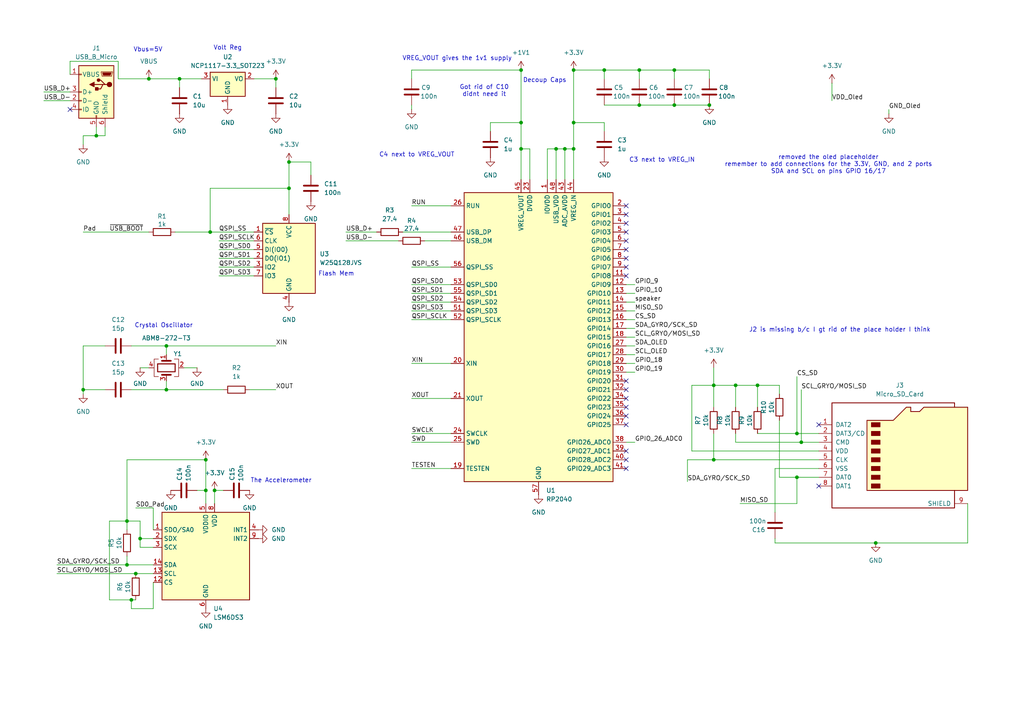
<source format=kicad_sch>
(kicad_sch
	(version 20231120)
	(generator "eeschema")
	(generator_version "8.0")
	(uuid "bc850759-1c7b-4b8b-9b40-8f8b735963cd")
	(paper "A4")
	(title_block
		(title "RoboBuddy")
		(date "2024-08-13")
		(rev "2")
	)
	(lib_symbols
		(symbol "Connector:Micro_SD_Card"
			(pin_names
				(offset 1.016)
			)
			(exclude_from_sim no)
			(in_bom yes)
			(on_board yes)
			(property "Reference" "J"
				(at -16.51 15.24 0)
				(effects
					(font
						(size 1.27 1.27)
					)
				)
			)
			(property "Value" "Micro_SD_Card"
				(at 16.51 15.24 0)
				(effects
					(font
						(size 1.27 1.27)
					)
					(justify right)
				)
			)
			(property "Footprint" ""
				(at 29.21 7.62 0)
				(effects
					(font
						(size 1.27 1.27)
					)
					(hide yes)
				)
			)
			(property "Datasheet" "http://katalog.we-online.de/em/datasheet/693072010801.pdf"
				(at 0 0 0)
				(effects
					(font
						(size 1.27 1.27)
					)
					(hide yes)
				)
			)
			(property "Description" "Micro SD Card Socket"
				(at 0 0 0)
				(effects
					(font
						(size 1.27 1.27)
					)
					(hide yes)
				)
			)
			(property "ki_keywords" "connector SD microsd"
				(at 0 0 0)
				(effects
					(font
						(size 1.27 1.27)
					)
					(hide yes)
				)
			)
			(property "ki_fp_filters" "microSD*"
				(at 0 0 0)
				(effects
					(font
						(size 1.27 1.27)
					)
					(hide yes)
				)
			)
			(symbol "Micro_SD_Card_0_1"
				(rectangle
					(start -7.62 -9.525)
					(end -5.08 -10.795)
					(stroke
						(width 0)
						(type default)
					)
					(fill
						(type outline)
					)
				)
				(rectangle
					(start -7.62 -6.985)
					(end -5.08 -8.255)
					(stroke
						(width 0)
						(type default)
					)
					(fill
						(type outline)
					)
				)
				(rectangle
					(start -7.62 -4.445)
					(end -5.08 -5.715)
					(stroke
						(width 0)
						(type default)
					)
					(fill
						(type outline)
					)
				)
				(rectangle
					(start -7.62 -1.905)
					(end -5.08 -3.175)
					(stroke
						(width 0)
						(type default)
					)
					(fill
						(type outline)
					)
				)
				(rectangle
					(start -7.62 0.635)
					(end -5.08 -0.635)
					(stroke
						(width 0)
						(type default)
					)
					(fill
						(type outline)
					)
				)
				(rectangle
					(start -7.62 3.175)
					(end -5.08 1.905)
					(stroke
						(width 0)
						(type default)
					)
					(fill
						(type outline)
					)
				)
				(rectangle
					(start -7.62 5.715)
					(end -5.08 4.445)
					(stroke
						(width 0)
						(type default)
					)
					(fill
						(type outline)
					)
				)
				(rectangle
					(start -7.62 8.255)
					(end -5.08 6.985)
					(stroke
						(width 0)
						(type default)
					)
					(fill
						(type outline)
					)
				)
				(polyline
					(pts
						(xy 16.51 12.7) (xy 16.51 13.97) (xy -19.05 13.97) (xy -19.05 -16.51) (xy 16.51 -16.51) (xy 16.51 -11.43)
					)
					(stroke
						(width 0.254)
						(type default)
					)
					(fill
						(type none)
					)
				)
				(polyline
					(pts
						(xy -8.89 -11.43) (xy -8.89 8.89) (xy -1.27 8.89) (xy 2.54 12.7) (xy 3.81 12.7) (xy 3.81 11.43)
						(xy 6.35 11.43) (xy 7.62 12.7) (xy 20.32 12.7) (xy 20.32 -11.43) (xy -8.89 -11.43)
					)
					(stroke
						(width 0.254)
						(type default)
					)
					(fill
						(type background)
					)
				)
			)
			(symbol "Micro_SD_Card_1_1"
				(pin bidirectional line
					(at -22.86 7.62 0)
					(length 3.81)
					(name "DAT2"
						(effects
							(font
								(size 1.27 1.27)
							)
						)
					)
					(number "1"
						(effects
							(font
								(size 1.27 1.27)
							)
						)
					)
				)
				(pin bidirectional line
					(at -22.86 5.08 0)
					(length 3.81)
					(name "DAT3/CD"
						(effects
							(font
								(size 1.27 1.27)
							)
						)
					)
					(number "2"
						(effects
							(font
								(size 1.27 1.27)
							)
						)
					)
				)
				(pin input line
					(at -22.86 2.54 0)
					(length 3.81)
					(name "CMD"
						(effects
							(font
								(size 1.27 1.27)
							)
						)
					)
					(number "3"
						(effects
							(font
								(size 1.27 1.27)
							)
						)
					)
				)
				(pin power_in line
					(at -22.86 0 0)
					(length 3.81)
					(name "VDD"
						(effects
							(font
								(size 1.27 1.27)
							)
						)
					)
					(number "4"
						(effects
							(font
								(size 1.27 1.27)
							)
						)
					)
				)
				(pin input line
					(at -22.86 -2.54 0)
					(length 3.81)
					(name "CLK"
						(effects
							(font
								(size 1.27 1.27)
							)
						)
					)
					(number "5"
						(effects
							(font
								(size 1.27 1.27)
							)
						)
					)
				)
				(pin power_in line
					(at -22.86 -5.08 0)
					(length 3.81)
					(name "VSS"
						(effects
							(font
								(size 1.27 1.27)
							)
						)
					)
					(number "6"
						(effects
							(font
								(size 1.27 1.27)
							)
						)
					)
				)
				(pin bidirectional line
					(at -22.86 -7.62 0)
					(length 3.81)
					(name "DAT0"
						(effects
							(font
								(size 1.27 1.27)
							)
						)
					)
					(number "7"
						(effects
							(font
								(size 1.27 1.27)
							)
						)
					)
				)
				(pin bidirectional line
					(at -22.86 -10.16 0)
					(length 3.81)
					(name "DAT1"
						(effects
							(font
								(size 1.27 1.27)
							)
						)
					)
					(number "8"
						(effects
							(font
								(size 1.27 1.27)
							)
						)
					)
				)
				(pin passive line
					(at 20.32 -15.24 180)
					(length 3.81)
					(name "SHIELD"
						(effects
							(font
								(size 1.27 1.27)
							)
						)
					)
					(number "9"
						(effects
							(font
								(size 1.27 1.27)
							)
						)
					)
				)
			)
		)
		(symbol "Connector:USB_B_Micro"
			(pin_names
				(offset 1.016)
			)
			(exclude_from_sim no)
			(in_bom yes)
			(on_board yes)
			(property "Reference" "J"
				(at -5.08 11.43 0)
				(effects
					(font
						(size 1.27 1.27)
					)
					(justify left)
				)
			)
			(property "Value" "USB_B_Micro"
				(at -5.08 8.89 0)
				(effects
					(font
						(size 1.27 1.27)
					)
					(justify left)
				)
			)
			(property "Footprint" ""
				(at 3.81 -1.27 0)
				(effects
					(font
						(size 1.27 1.27)
					)
					(hide yes)
				)
			)
			(property "Datasheet" "~"
				(at 3.81 -1.27 0)
				(effects
					(font
						(size 1.27 1.27)
					)
					(hide yes)
				)
			)
			(property "Description" "USB Micro Type B connector"
				(at 0 0 0)
				(effects
					(font
						(size 1.27 1.27)
					)
					(hide yes)
				)
			)
			(property "ki_keywords" "connector USB micro"
				(at 0 0 0)
				(effects
					(font
						(size 1.27 1.27)
					)
					(hide yes)
				)
			)
			(property "ki_fp_filters" "USB*"
				(at 0 0 0)
				(effects
					(font
						(size 1.27 1.27)
					)
					(hide yes)
				)
			)
			(symbol "USB_B_Micro_0_1"
				(rectangle
					(start -5.08 -7.62)
					(end 5.08 7.62)
					(stroke
						(width 0.254)
						(type default)
					)
					(fill
						(type background)
					)
				)
				(circle
					(center -3.81 2.159)
					(radius 0.635)
					(stroke
						(width 0.254)
						(type default)
					)
					(fill
						(type outline)
					)
				)
				(circle
					(center -0.635 3.429)
					(radius 0.381)
					(stroke
						(width 0.254)
						(type default)
					)
					(fill
						(type outline)
					)
				)
				(rectangle
					(start -0.127 -7.62)
					(end 0.127 -6.858)
					(stroke
						(width 0)
						(type default)
					)
					(fill
						(type none)
					)
				)
				(polyline
					(pts
						(xy -1.905 2.159) (xy 0.635 2.159)
					)
					(stroke
						(width 0.254)
						(type default)
					)
					(fill
						(type none)
					)
				)
				(polyline
					(pts
						(xy -3.175 2.159) (xy -2.54 2.159) (xy -1.27 3.429) (xy -0.635 3.429)
					)
					(stroke
						(width 0.254)
						(type default)
					)
					(fill
						(type none)
					)
				)
				(polyline
					(pts
						(xy -2.54 2.159) (xy -1.905 2.159) (xy -1.27 0.889) (xy 0 0.889)
					)
					(stroke
						(width 0.254)
						(type default)
					)
					(fill
						(type none)
					)
				)
				(polyline
					(pts
						(xy 0.635 2.794) (xy 0.635 1.524) (xy 1.905 2.159) (xy 0.635 2.794)
					)
					(stroke
						(width 0.254)
						(type default)
					)
					(fill
						(type outline)
					)
				)
				(polyline
					(pts
						(xy -4.318 5.588) (xy -1.778 5.588) (xy -2.032 4.826) (xy -4.064 4.826) (xy -4.318 5.588)
					)
					(stroke
						(width 0)
						(type default)
					)
					(fill
						(type outline)
					)
				)
				(polyline
					(pts
						(xy -4.699 5.842) (xy -4.699 5.588) (xy -4.445 4.826) (xy -4.445 4.572) (xy -1.651 4.572) (xy -1.651 4.826)
						(xy -1.397 5.588) (xy -1.397 5.842) (xy -4.699 5.842)
					)
					(stroke
						(width 0)
						(type default)
					)
					(fill
						(type none)
					)
				)
				(rectangle
					(start 0.254 1.27)
					(end -0.508 0.508)
					(stroke
						(width 0.254)
						(type default)
					)
					(fill
						(type outline)
					)
				)
				(rectangle
					(start 5.08 -5.207)
					(end 4.318 -4.953)
					(stroke
						(width 0)
						(type default)
					)
					(fill
						(type none)
					)
				)
				(rectangle
					(start 5.08 -2.667)
					(end 4.318 -2.413)
					(stroke
						(width 0)
						(type default)
					)
					(fill
						(type none)
					)
				)
				(rectangle
					(start 5.08 -0.127)
					(end 4.318 0.127)
					(stroke
						(width 0)
						(type default)
					)
					(fill
						(type none)
					)
				)
				(rectangle
					(start 5.08 4.953)
					(end 4.318 5.207)
					(stroke
						(width 0)
						(type default)
					)
					(fill
						(type none)
					)
				)
			)
			(symbol "USB_B_Micro_1_1"
				(pin power_out line
					(at 7.62 5.08 180)
					(length 2.54)
					(name "VBUS"
						(effects
							(font
								(size 1.27 1.27)
							)
						)
					)
					(number "1"
						(effects
							(font
								(size 1.27 1.27)
							)
						)
					)
				)
				(pin bidirectional line
					(at 7.62 -2.54 180)
					(length 2.54)
					(name "D-"
						(effects
							(font
								(size 1.27 1.27)
							)
						)
					)
					(number "2"
						(effects
							(font
								(size 1.27 1.27)
							)
						)
					)
				)
				(pin bidirectional line
					(at 7.62 0 180)
					(length 2.54)
					(name "D+"
						(effects
							(font
								(size 1.27 1.27)
							)
						)
					)
					(number "3"
						(effects
							(font
								(size 1.27 1.27)
							)
						)
					)
				)
				(pin passive line
					(at 7.62 -5.08 180)
					(length 2.54)
					(name "ID"
						(effects
							(font
								(size 1.27 1.27)
							)
						)
					)
					(number "4"
						(effects
							(font
								(size 1.27 1.27)
							)
						)
					)
				)
				(pin power_out line
					(at 0 -10.16 90)
					(length 2.54)
					(name "GND"
						(effects
							(font
								(size 1.27 1.27)
							)
						)
					)
					(number "5"
						(effects
							(font
								(size 1.27 1.27)
							)
						)
					)
				)
				(pin passive line
					(at -2.54 -10.16 90)
					(length 2.54)
					(name "Shield"
						(effects
							(font
								(size 1.27 1.27)
							)
						)
					)
					(number "6"
						(effects
							(font
								(size 1.27 1.27)
							)
						)
					)
				)
			)
		)
		(symbol "Device:C"
			(pin_numbers hide)
			(pin_names
				(offset 0.254)
			)
			(exclude_from_sim no)
			(in_bom yes)
			(on_board yes)
			(property "Reference" "C"
				(at 0.635 2.54 0)
				(effects
					(font
						(size 1.27 1.27)
					)
					(justify left)
				)
			)
			(property "Value" "C"
				(at 0.635 -2.54 0)
				(effects
					(font
						(size 1.27 1.27)
					)
					(justify left)
				)
			)
			(property "Footprint" ""
				(at 0.9652 -3.81 0)
				(effects
					(font
						(size 1.27 1.27)
					)
					(hide yes)
				)
			)
			(property "Datasheet" "~"
				(at 0 0 0)
				(effects
					(font
						(size 1.27 1.27)
					)
					(hide yes)
				)
			)
			(property "Description" "Unpolarized capacitor"
				(at 0 0 0)
				(effects
					(font
						(size 1.27 1.27)
					)
					(hide yes)
				)
			)
			(property "ki_keywords" "cap capacitor"
				(at 0 0 0)
				(effects
					(font
						(size 1.27 1.27)
					)
					(hide yes)
				)
			)
			(property "ki_fp_filters" "C_*"
				(at 0 0 0)
				(effects
					(font
						(size 1.27 1.27)
					)
					(hide yes)
				)
			)
			(symbol "C_0_1"
				(polyline
					(pts
						(xy -2.032 -0.762) (xy 2.032 -0.762)
					)
					(stroke
						(width 0.508)
						(type default)
					)
					(fill
						(type none)
					)
				)
				(polyline
					(pts
						(xy -2.032 0.762) (xy 2.032 0.762)
					)
					(stroke
						(width 0.508)
						(type default)
					)
					(fill
						(type none)
					)
				)
			)
			(symbol "C_1_1"
				(pin passive line
					(at 0 3.81 270)
					(length 2.794)
					(name "~"
						(effects
							(font
								(size 1.27 1.27)
							)
						)
					)
					(number "1"
						(effects
							(font
								(size 1.27 1.27)
							)
						)
					)
				)
				(pin passive line
					(at 0 -3.81 90)
					(length 2.794)
					(name "~"
						(effects
							(font
								(size 1.27 1.27)
							)
						)
					)
					(number "2"
						(effects
							(font
								(size 1.27 1.27)
							)
						)
					)
				)
			)
		)
		(symbol "Device:Crystal_GND24"
			(pin_names
				(offset 1.016) hide)
			(exclude_from_sim no)
			(in_bom yes)
			(on_board yes)
			(property "Reference" "Y"
				(at 3.175 5.08 0)
				(effects
					(font
						(size 1.27 1.27)
					)
					(justify left)
				)
			)
			(property "Value" "Crystal_GND24"
				(at 3.175 3.175 0)
				(effects
					(font
						(size 1.27 1.27)
					)
					(justify left)
				)
			)
			(property "Footprint" ""
				(at 0 0 0)
				(effects
					(font
						(size 1.27 1.27)
					)
					(hide yes)
				)
			)
			(property "Datasheet" "~"
				(at 0 0 0)
				(effects
					(font
						(size 1.27 1.27)
					)
					(hide yes)
				)
			)
			(property "Description" "Four pin crystal, GND on pins 2 and 4"
				(at 0 0 0)
				(effects
					(font
						(size 1.27 1.27)
					)
					(hide yes)
				)
			)
			(property "ki_keywords" "quartz ceramic resonator oscillator"
				(at 0 0 0)
				(effects
					(font
						(size 1.27 1.27)
					)
					(hide yes)
				)
			)
			(property "ki_fp_filters" "Crystal*"
				(at 0 0 0)
				(effects
					(font
						(size 1.27 1.27)
					)
					(hide yes)
				)
			)
			(symbol "Crystal_GND24_0_1"
				(rectangle
					(start -1.143 2.54)
					(end 1.143 -2.54)
					(stroke
						(width 0.3048)
						(type default)
					)
					(fill
						(type none)
					)
				)
				(polyline
					(pts
						(xy -2.54 0) (xy -2.032 0)
					)
					(stroke
						(width 0)
						(type default)
					)
					(fill
						(type none)
					)
				)
				(polyline
					(pts
						(xy -2.032 -1.27) (xy -2.032 1.27)
					)
					(stroke
						(width 0.508)
						(type default)
					)
					(fill
						(type none)
					)
				)
				(polyline
					(pts
						(xy 0 -3.81) (xy 0 -3.556)
					)
					(stroke
						(width 0)
						(type default)
					)
					(fill
						(type none)
					)
				)
				(polyline
					(pts
						(xy 0 3.556) (xy 0 3.81)
					)
					(stroke
						(width 0)
						(type default)
					)
					(fill
						(type none)
					)
				)
				(polyline
					(pts
						(xy 2.032 -1.27) (xy 2.032 1.27)
					)
					(stroke
						(width 0.508)
						(type default)
					)
					(fill
						(type none)
					)
				)
				(polyline
					(pts
						(xy 2.032 0) (xy 2.54 0)
					)
					(stroke
						(width 0)
						(type default)
					)
					(fill
						(type none)
					)
				)
				(polyline
					(pts
						(xy -2.54 -2.286) (xy -2.54 -3.556) (xy 2.54 -3.556) (xy 2.54 -2.286)
					)
					(stroke
						(width 0)
						(type default)
					)
					(fill
						(type none)
					)
				)
				(polyline
					(pts
						(xy -2.54 2.286) (xy -2.54 3.556) (xy 2.54 3.556) (xy 2.54 2.286)
					)
					(stroke
						(width 0)
						(type default)
					)
					(fill
						(type none)
					)
				)
			)
			(symbol "Crystal_GND24_1_1"
				(pin passive line
					(at -3.81 0 0)
					(length 1.27)
					(name "1"
						(effects
							(font
								(size 1.27 1.27)
							)
						)
					)
					(number "1"
						(effects
							(font
								(size 1.27 1.27)
							)
						)
					)
				)
				(pin passive line
					(at 0 5.08 270)
					(length 1.27)
					(name "2"
						(effects
							(font
								(size 1.27 1.27)
							)
						)
					)
					(number "2"
						(effects
							(font
								(size 1.27 1.27)
							)
						)
					)
				)
				(pin passive line
					(at 3.81 0 180)
					(length 1.27)
					(name "3"
						(effects
							(font
								(size 1.27 1.27)
							)
						)
					)
					(number "3"
						(effects
							(font
								(size 1.27 1.27)
							)
						)
					)
				)
				(pin passive line
					(at 0 -5.08 90)
					(length 1.27)
					(name "4"
						(effects
							(font
								(size 1.27 1.27)
							)
						)
					)
					(number "4"
						(effects
							(font
								(size 1.27 1.27)
							)
						)
					)
				)
			)
		)
		(symbol "Device:R"
			(pin_numbers hide)
			(pin_names
				(offset 0)
			)
			(exclude_from_sim no)
			(in_bom yes)
			(on_board yes)
			(property "Reference" "R"
				(at 2.032 0 90)
				(effects
					(font
						(size 1.27 1.27)
					)
				)
			)
			(property "Value" "R"
				(at 0 0 90)
				(effects
					(font
						(size 1.27 1.27)
					)
				)
			)
			(property "Footprint" ""
				(at -1.778 0 90)
				(effects
					(font
						(size 1.27 1.27)
					)
					(hide yes)
				)
			)
			(property "Datasheet" "~"
				(at 0 0 0)
				(effects
					(font
						(size 1.27 1.27)
					)
					(hide yes)
				)
			)
			(property "Description" "Resistor"
				(at 0 0 0)
				(effects
					(font
						(size 1.27 1.27)
					)
					(hide yes)
				)
			)
			(property "ki_keywords" "R res resistor"
				(at 0 0 0)
				(effects
					(font
						(size 1.27 1.27)
					)
					(hide yes)
				)
			)
			(property "ki_fp_filters" "R_*"
				(at 0 0 0)
				(effects
					(font
						(size 1.27 1.27)
					)
					(hide yes)
				)
			)
			(symbol "R_0_1"
				(rectangle
					(start -1.016 -2.54)
					(end 1.016 2.54)
					(stroke
						(width 0.254)
						(type default)
					)
					(fill
						(type none)
					)
				)
			)
			(symbol "R_1_1"
				(pin passive line
					(at 0 3.81 270)
					(length 1.27)
					(name "~"
						(effects
							(font
								(size 1.27 1.27)
							)
						)
					)
					(number "1"
						(effects
							(font
								(size 1.27 1.27)
							)
						)
					)
				)
				(pin passive line
					(at 0 -3.81 90)
					(length 1.27)
					(name "~"
						(effects
							(font
								(size 1.27 1.27)
							)
						)
					)
					(number "2"
						(effects
							(font
								(size 1.27 1.27)
							)
						)
					)
				)
			)
		)
		(symbol "MCU_RaspberryPi:RP2040"
			(exclude_from_sim no)
			(in_bom yes)
			(on_board yes)
			(property "Reference" "U"
				(at 17.78 45.72 0)
				(effects
					(font
						(size 1.27 1.27)
					)
				)
			)
			(property "Value" "RP2040"
				(at 17.78 43.18 0)
				(effects
					(font
						(size 1.27 1.27)
					)
				)
			)
			(property "Footprint" "Package_DFN_QFN:QFN-56-1EP_7x7mm_P0.4mm_EP3.2x3.2mm"
				(at 0 0 0)
				(effects
					(font
						(size 1.27 1.27)
					)
					(hide yes)
				)
			)
			(property "Datasheet" "https://datasheets.raspberrypi.com/rp2040/rp2040-datasheet.pdf"
				(at 0 0 0)
				(effects
					(font
						(size 1.27 1.27)
					)
					(hide yes)
				)
			)
			(property "Description" "A microcontroller by Raspberry Pi"
				(at 0 0 0)
				(effects
					(font
						(size 1.27 1.27)
					)
					(hide yes)
				)
			)
			(property "ki_keywords" "RP2040 ARM Cortex-M0+ USB"
				(at 0 0 0)
				(effects
					(font
						(size 1.27 1.27)
					)
					(hide yes)
				)
			)
			(property "ki_fp_filters" "QFN*1EP*7x7mm?P0.4mm*"
				(at 0 0 0)
				(effects
					(font
						(size 1.27 1.27)
					)
					(hide yes)
				)
			)
			(symbol "RP2040_0_1"
				(rectangle
					(start -21.59 41.91)
					(end 21.59 -41.91)
					(stroke
						(width 0.254)
						(type default)
					)
					(fill
						(type background)
					)
				)
			)
			(symbol "RP2040_1_1"
				(pin power_in line
					(at 2.54 45.72 270)
					(length 3.81)
					(name "IOVDD"
						(effects
							(font
								(size 1.27 1.27)
							)
						)
					)
					(number "1"
						(effects
							(font
								(size 1.27 1.27)
							)
						)
					)
				)
				(pin passive line
					(at 2.54 45.72 270)
					(length 3.81) hide
					(name "IOVDD"
						(effects
							(font
								(size 1.27 1.27)
							)
						)
					)
					(number "10"
						(effects
							(font
								(size 1.27 1.27)
							)
						)
					)
				)
				(pin bidirectional line
					(at 25.4 17.78 180)
					(length 3.81)
					(name "GPIO8"
						(effects
							(font
								(size 1.27 1.27)
							)
						)
					)
					(number "11"
						(effects
							(font
								(size 1.27 1.27)
							)
						)
					)
				)
				(pin bidirectional line
					(at 25.4 15.24 180)
					(length 3.81)
					(name "GPIO9"
						(effects
							(font
								(size 1.27 1.27)
							)
						)
					)
					(number "12"
						(effects
							(font
								(size 1.27 1.27)
							)
						)
					)
				)
				(pin bidirectional line
					(at 25.4 12.7 180)
					(length 3.81)
					(name "GPIO10"
						(effects
							(font
								(size 1.27 1.27)
							)
						)
					)
					(number "13"
						(effects
							(font
								(size 1.27 1.27)
							)
						)
					)
				)
				(pin bidirectional line
					(at 25.4 10.16 180)
					(length 3.81)
					(name "GPIO11"
						(effects
							(font
								(size 1.27 1.27)
							)
						)
					)
					(number "14"
						(effects
							(font
								(size 1.27 1.27)
							)
						)
					)
				)
				(pin bidirectional line
					(at 25.4 7.62 180)
					(length 3.81)
					(name "GPIO12"
						(effects
							(font
								(size 1.27 1.27)
							)
						)
					)
					(number "15"
						(effects
							(font
								(size 1.27 1.27)
							)
						)
					)
				)
				(pin bidirectional line
					(at 25.4 5.08 180)
					(length 3.81)
					(name "GPIO13"
						(effects
							(font
								(size 1.27 1.27)
							)
						)
					)
					(number "16"
						(effects
							(font
								(size 1.27 1.27)
							)
						)
					)
				)
				(pin bidirectional line
					(at 25.4 2.54 180)
					(length 3.81)
					(name "GPIO14"
						(effects
							(font
								(size 1.27 1.27)
							)
						)
					)
					(number "17"
						(effects
							(font
								(size 1.27 1.27)
							)
						)
					)
				)
				(pin bidirectional line
					(at 25.4 0 180)
					(length 3.81)
					(name "GPIO15"
						(effects
							(font
								(size 1.27 1.27)
							)
						)
					)
					(number "18"
						(effects
							(font
								(size 1.27 1.27)
							)
						)
					)
				)
				(pin input line
					(at -25.4 -38.1 0)
					(length 3.81)
					(name "TESTEN"
						(effects
							(font
								(size 1.27 1.27)
							)
						)
					)
					(number "19"
						(effects
							(font
								(size 1.27 1.27)
							)
						)
					)
				)
				(pin bidirectional line
					(at 25.4 38.1 180)
					(length 3.81)
					(name "GPIO0"
						(effects
							(font
								(size 1.27 1.27)
							)
						)
					)
					(number "2"
						(effects
							(font
								(size 1.27 1.27)
							)
						)
					)
				)
				(pin input line
					(at -25.4 -7.62 0)
					(length 3.81)
					(name "XIN"
						(effects
							(font
								(size 1.27 1.27)
							)
						)
					)
					(number "20"
						(effects
							(font
								(size 1.27 1.27)
							)
						)
					)
				)
				(pin passive line
					(at -25.4 -17.78 0)
					(length 3.81)
					(name "XOUT"
						(effects
							(font
								(size 1.27 1.27)
							)
						)
					)
					(number "21"
						(effects
							(font
								(size 1.27 1.27)
							)
						)
					)
				)
				(pin passive line
					(at 2.54 45.72 270)
					(length 3.81) hide
					(name "IOVDD"
						(effects
							(font
								(size 1.27 1.27)
							)
						)
					)
					(number "22"
						(effects
							(font
								(size 1.27 1.27)
							)
						)
					)
				)
				(pin power_in line
					(at -2.54 45.72 270)
					(length 3.81)
					(name "DVDD"
						(effects
							(font
								(size 1.27 1.27)
							)
						)
					)
					(number "23"
						(effects
							(font
								(size 1.27 1.27)
							)
						)
					)
				)
				(pin input line
					(at -25.4 -27.94 0)
					(length 3.81)
					(name "SWCLK"
						(effects
							(font
								(size 1.27 1.27)
							)
						)
					)
					(number "24"
						(effects
							(font
								(size 1.27 1.27)
							)
						)
					)
				)
				(pin bidirectional line
					(at -25.4 -30.48 0)
					(length 3.81)
					(name "SWD"
						(effects
							(font
								(size 1.27 1.27)
							)
						)
					)
					(number "25"
						(effects
							(font
								(size 1.27 1.27)
							)
						)
					)
				)
				(pin input line
					(at -25.4 38.1 0)
					(length 3.81)
					(name "RUN"
						(effects
							(font
								(size 1.27 1.27)
							)
						)
					)
					(number "26"
						(effects
							(font
								(size 1.27 1.27)
							)
						)
					)
				)
				(pin bidirectional line
					(at 25.4 -2.54 180)
					(length 3.81)
					(name "GPIO16"
						(effects
							(font
								(size 1.27 1.27)
							)
						)
					)
					(number "27"
						(effects
							(font
								(size 1.27 1.27)
							)
						)
					)
				)
				(pin bidirectional line
					(at 25.4 -5.08 180)
					(length 3.81)
					(name "GPIO17"
						(effects
							(font
								(size 1.27 1.27)
							)
						)
					)
					(number "28"
						(effects
							(font
								(size 1.27 1.27)
							)
						)
					)
				)
				(pin bidirectional line
					(at 25.4 -7.62 180)
					(length 3.81)
					(name "GPIO18"
						(effects
							(font
								(size 1.27 1.27)
							)
						)
					)
					(number "29"
						(effects
							(font
								(size 1.27 1.27)
							)
						)
					)
				)
				(pin bidirectional line
					(at 25.4 35.56 180)
					(length 3.81)
					(name "GPIO1"
						(effects
							(font
								(size 1.27 1.27)
							)
						)
					)
					(number "3"
						(effects
							(font
								(size 1.27 1.27)
							)
						)
					)
				)
				(pin bidirectional line
					(at 25.4 -10.16 180)
					(length 3.81)
					(name "GPIO19"
						(effects
							(font
								(size 1.27 1.27)
							)
						)
					)
					(number "30"
						(effects
							(font
								(size 1.27 1.27)
							)
						)
					)
				)
				(pin bidirectional line
					(at 25.4 -12.7 180)
					(length 3.81)
					(name "GPIO20"
						(effects
							(font
								(size 1.27 1.27)
							)
						)
					)
					(number "31"
						(effects
							(font
								(size 1.27 1.27)
							)
						)
					)
				)
				(pin bidirectional line
					(at 25.4 -15.24 180)
					(length 3.81)
					(name "GPIO21"
						(effects
							(font
								(size 1.27 1.27)
							)
						)
					)
					(number "32"
						(effects
							(font
								(size 1.27 1.27)
							)
						)
					)
				)
				(pin passive line
					(at 2.54 45.72 270)
					(length 3.81) hide
					(name "IOVDD"
						(effects
							(font
								(size 1.27 1.27)
							)
						)
					)
					(number "33"
						(effects
							(font
								(size 1.27 1.27)
							)
						)
					)
				)
				(pin bidirectional line
					(at 25.4 -17.78 180)
					(length 3.81)
					(name "GPIO22"
						(effects
							(font
								(size 1.27 1.27)
							)
						)
					)
					(number "34"
						(effects
							(font
								(size 1.27 1.27)
							)
						)
					)
				)
				(pin bidirectional line
					(at 25.4 -20.32 180)
					(length 3.81)
					(name "GPIO23"
						(effects
							(font
								(size 1.27 1.27)
							)
						)
					)
					(number "35"
						(effects
							(font
								(size 1.27 1.27)
							)
						)
					)
				)
				(pin bidirectional line
					(at 25.4 -22.86 180)
					(length 3.81)
					(name "GPIO24"
						(effects
							(font
								(size 1.27 1.27)
							)
						)
					)
					(number "36"
						(effects
							(font
								(size 1.27 1.27)
							)
						)
					)
				)
				(pin bidirectional line
					(at 25.4 -25.4 180)
					(length 3.81)
					(name "GPIO25"
						(effects
							(font
								(size 1.27 1.27)
							)
						)
					)
					(number "37"
						(effects
							(font
								(size 1.27 1.27)
							)
						)
					)
				)
				(pin bidirectional line
					(at 25.4 -30.48 180)
					(length 3.81)
					(name "GPIO26_ADC0"
						(effects
							(font
								(size 1.27 1.27)
							)
						)
					)
					(number "38"
						(effects
							(font
								(size 1.27 1.27)
							)
						)
					)
				)
				(pin bidirectional line
					(at 25.4 -33.02 180)
					(length 3.81)
					(name "GPIO27_ADC1"
						(effects
							(font
								(size 1.27 1.27)
							)
						)
					)
					(number "39"
						(effects
							(font
								(size 1.27 1.27)
							)
						)
					)
				)
				(pin bidirectional line
					(at 25.4 33.02 180)
					(length 3.81)
					(name "GPIO2"
						(effects
							(font
								(size 1.27 1.27)
							)
						)
					)
					(number "4"
						(effects
							(font
								(size 1.27 1.27)
							)
						)
					)
				)
				(pin bidirectional line
					(at 25.4 -35.56 180)
					(length 3.81)
					(name "GPIO28_ADC2"
						(effects
							(font
								(size 1.27 1.27)
							)
						)
					)
					(number "40"
						(effects
							(font
								(size 1.27 1.27)
							)
						)
					)
				)
				(pin bidirectional line
					(at 25.4 -38.1 180)
					(length 3.81)
					(name "GPIO29_ADC3"
						(effects
							(font
								(size 1.27 1.27)
							)
						)
					)
					(number "41"
						(effects
							(font
								(size 1.27 1.27)
							)
						)
					)
				)
				(pin passive line
					(at 2.54 45.72 270)
					(length 3.81) hide
					(name "IOVDD"
						(effects
							(font
								(size 1.27 1.27)
							)
						)
					)
					(number "42"
						(effects
							(font
								(size 1.27 1.27)
							)
						)
					)
				)
				(pin power_in line
					(at 7.62 45.72 270)
					(length 3.81)
					(name "ADC_AVDD"
						(effects
							(font
								(size 1.27 1.27)
							)
						)
					)
					(number "43"
						(effects
							(font
								(size 1.27 1.27)
							)
						)
					)
				)
				(pin power_in line
					(at 10.16 45.72 270)
					(length 3.81)
					(name "VREG_IN"
						(effects
							(font
								(size 1.27 1.27)
							)
						)
					)
					(number "44"
						(effects
							(font
								(size 1.27 1.27)
							)
						)
					)
				)
				(pin power_out line
					(at -5.08 45.72 270)
					(length 3.81)
					(name "VREG_VOUT"
						(effects
							(font
								(size 1.27 1.27)
							)
						)
					)
					(number "45"
						(effects
							(font
								(size 1.27 1.27)
							)
						)
					)
				)
				(pin bidirectional line
					(at -25.4 27.94 0)
					(length 3.81)
					(name "USB_DM"
						(effects
							(font
								(size 1.27 1.27)
							)
						)
					)
					(number "46"
						(effects
							(font
								(size 1.27 1.27)
							)
						)
					)
				)
				(pin bidirectional line
					(at -25.4 30.48 0)
					(length 3.81)
					(name "USB_DP"
						(effects
							(font
								(size 1.27 1.27)
							)
						)
					)
					(number "47"
						(effects
							(font
								(size 1.27 1.27)
							)
						)
					)
				)
				(pin power_in line
					(at 5.08 45.72 270)
					(length 3.81)
					(name "USB_VDD"
						(effects
							(font
								(size 1.27 1.27)
							)
						)
					)
					(number "48"
						(effects
							(font
								(size 1.27 1.27)
							)
						)
					)
				)
				(pin passive line
					(at 2.54 45.72 270)
					(length 3.81) hide
					(name "IOVDD"
						(effects
							(font
								(size 1.27 1.27)
							)
						)
					)
					(number "49"
						(effects
							(font
								(size 1.27 1.27)
							)
						)
					)
				)
				(pin bidirectional line
					(at 25.4 30.48 180)
					(length 3.81)
					(name "GPIO3"
						(effects
							(font
								(size 1.27 1.27)
							)
						)
					)
					(number "5"
						(effects
							(font
								(size 1.27 1.27)
							)
						)
					)
				)
				(pin passive line
					(at -2.54 45.72 270)
					(length 3.81) hide
					(name "DVDD"
						(effects
							(font
								(size 1.27 1.27)
							)
						)
					)
					(number "50"
						(effects
							(font
								(size 1.27 1.27)
							)
						)
					)
				)
				(pin bidirectional line
					(at -25.4 7.62 0)
					(length 3.81)
					(name "QSPI_SD3"
						(effects
							(font
								(size 1.27 1.27)
							)
						)
					)
					(number "51"
						(effects
							(font
								(size 1.27 1.27)
							)
						)
					)
				)
				(pin output line
					(at -25.4 5.08 0)
					(length 3.81)
					(name "QSPI_SCLK"
						(effects
							(font
								(size 1.27 1.27)
							)
						)
					)
					(number "52"
						(effects
							(font
								(size 1.27 1.27)
							)
						)
					)
				)
				(pin bidirectional line
					(at -25.4 15.24 0)
					(length 3.81)
					(name "QSPI_SD0"
						(effects
							(font
								(size 1.27 1.27)
							)
						)
					)
					(number "53"
						(effects
							(font
								(size 1.27 1.27)
							)
						)
					)
				)
				(pin bidirectional line
					(at -25.4 10.16 0)
					(length 3.81)
					(name "QSPI_SD2"
						(effects
							(font
								(size 1.27 1.27)
							)
						)
					)
					(number "54"
						(effects
							(font
								(size 1.27 1.27)
							)
						)
					)
				)
				(pin bidirectional line
					(at -25.4 12.7 0)
					(length 3.81)
					(name "QSPI_SD1"
						(effects
							(font
								(size 1.27 1.27)
							)
						)
					)
					(number "55"
						(effects
							(font
								(size 1.27 1.27)
							)
						)
					)
				)
				(pin bidirectional line
					(at -25.4 20.32 0)
					(length 3.81)
					(name "QSPI_SS"
						(effects
							(font
								(size 1.27 1.27)
							)
						)
					)
					(number "56"
						(effects
							(font
								(size 1.27 1.27)
							)
						)
					)
				)
				(pin power_in line
					(at 0 -45.72 90)
					(length 3.81)
					(name "GND"
						(effects
							(font
								(size 1.27 1.27)
							)
						)
					)
					(number "57"
						(effects
							(font
								(size 1.27 1.27)
							)
						)
					)
				)
				(pin bidirectional line
					(at 25.4 27.94 180)
					(length 3.81)
					(name "GPIO4"
						(effects
							(font
								(size 1.27 1.27)
							)
						)
					)
					(number "6"
						(effects
							(font
								(size 1.27 1.27)
							)
						)
					)
				)
				(pin bidirectional line
					(at 25.4 25.4 180)
					(length 3.81)
					(name "GPIO5"
						(effects
							(font
								(size 1.27 1.27)
							)
						)
					)
					(number "7"
						(effects
							(font
								(size 1.27 1.27)
							)
						)
					)
				)
				(pin bidirectional line
					(at 25.4 22.86 180)
					(length 3.81)
					(name "GPIO6"
						(effects
							(font
								(size 1.27 1.27)
							)
						)
					)
					(number "8"
						(effects
							(font
								(size 1.27 1.27)
							)
						)
					)
				)
				(pin bidirectional line
					(at 25.4 20.32 180)
					(length 3.81)
					(name "GPIO7"
						(effects
							(font
								(size 1.27 1.27)
							)
						)
					)
					(number "9"
						(effects
							(font
								(size 1.27 1.27)
							)
						)
					)
				)
			)
		)
		(symbol "Memory_Flash:W25Q128JVS"
			(exclude_from_sim no)
			(in_bom yes)
			(on_board yes)
			(property "Reference" "U"
				(at -8.89 8.89 0)
				(effects
					(font
						(size 1.27 1.27)
					)
				)
			)
			(property "Value" "W25Q128JVS"
				(at 7.62 8.89 0)
				(effects
					(font
						(size 1.27 1.27)
					)
				)
			)
			(property "Footprint" "Package_SO:SOIC-8_5.23x5.23mm_P1.27mm"
				(at 0 0 0)
				(effects
					(font
						(size 1.27 1.27)
					)
					(hide yes)
				)
			)
			(property "Datasheet" "http://www.winbond.com/resource-files/w25q128jv_dtr%20revc%2003272018%20plus.pdf"
				(at 0 0 0)
				(effects
					(font
						(size 1.27 1.27)
					)
					(hide yes)
				)
			)
			(property "Description" "128Mb Serial Flash Memory, Standard/Dual/Quad SPI, SOIC-8"
				(at 0 0 0)
				(effects
					(font
						(size 1.27 1.27)
					)
					(hide yes)
				)
			)
			(property "ki_keywords" "flash memory SPI QPI DTR"
				(at 0 0 0)
				(effects
					(font
						(size 1.27 1.27)
					)
					(hide yes)
				)
			)
			(property "ki_fp_filters" "SOIC*5.23x5.23mm*P1.27mm*"
				(at 0 0 0)
				(effects
					(font
						(size 1.27 1.27)
					)
					(hide yes)
				)
			)
			(symbol "W25Q128JVS_0_1"
				(rectangle
					(start -7.62 10.16)
					(end 7.62 -10.16)
					(stroke
						(width 0.254)
						(type default)
					)
					(fill
						(type background)
					)
				)
			)
			(symbol "W25Q128JVS_1_1"
				(pin input line
					(at -10.16 7.62 0)
					(length 2.54)
					(name "~{CS}"
						(effects
							(font
								(size 1.27 1.27)
							)
						)
					)
					(number "1"
						(effects
							(font
								(size 1.27 1.27)
							)
						)
					)
				)
				(pin bidirectional line
					(at -10.16 0 0)
					(length 2.54)
					(name "DO(IO1)"
						(effects
							(font
								(size 1.27 1.27)
							)
						)
					)
					(number "2"
						(effects
							(font
								(size 1.27 1.27)
							)
						)
					)
				)
				(pin bidirectional line
					(at -10.16 -2.54 0)
					(length 2.54)
					(name "IO2"
						(effects
							(font
								(size 1.27 1.27)
							)
						)
					)
					(number "3"
						(effects
							(font
								(size 1.27 1.27)
							)
						)
					)
				)
				(pin power_in line
					(at 0 -12.7 90)
					(length 2.54)
					(name "GND"
						(effects
							(font
								(size 1.27 1.27)
							)
						)
					)
					(number "4"
						(effects
							(font
								(size 1.27 1.27)
							)
						)
					)
				)
				(pin bidirectional line
					(at -10.16 2.54 0)
					(length 2.54)
					(name "DI(IO0)"
						(effects
							(font
								(size 1.27 1.27)
							)
						)
					)
					(number "5"
						(effects
							(font
								(size 1.27 1.27)
							)
						)
					)
				)
				(pin input line
					(at -10.16 5.08 0)
					(length 2.54)
					(name "CLK"
						(effects
							(font
								(size 1.27 1.27)
							)
						)
					)
					(number "6"
						(effects
							(font
								(size 1.27 1.27)
							)
						)
					)
				)
				(pin bidirectional line
					(at -10.16 -5.08 0)
					(length 2.54)
					(name "IO3"
						(effects
							(font
								(size 1.27 1.27)
							)
						)
					)
					(number "7"
						(effects
							(font
								(size 1.27 1.27)
							)
						)
					)
				)
				(pin power_in line
					(at 0 12.7 270)
					(length 2.54)
					(name "VCC"
						(effects
							(font
								(size 1.27 1.27)
							)
						)
					)
					(number "8"
						(effects
							(font
								(size 1.27 1.27)
							)
						)
					)
				)
			)
		)
		(symbol "Regulator_Linear:NCP1117-3.3_SOT223"
			(exclude_from_sim no)
			(in_bom yes)
			(on_board yes)
			(property "Reference" "U"
				(at -3.81 3.175 0)
				(effects
					(font
						(size 1.27 1.27)
					)
				)
			)
			(property "Value" "NCP1117-3.3_SOT223"
				(at 0 3.175 0)
				(effects
					(font
						(size 1.27 1.27)
					)
					(justify left)
				)
			)
			(property "Footprint" "Package_TO_SOT_SMD:SOT-223-3_TabPin2"
				(at 0 5.08 0)
				(effects
					(font
						(size 1.27 1.27)
					)
					(hide yes)
				)
			)
			(property "Datasheet" "http://www.onsemi.com/pub_link/Collateral/NCP1117-D.PDF"
				(at 2.54 -6.35 0)
				(effects
					(font
						(size 1.27 1.27)
					)
					(hide yes)
				)
			)
			(property "Description" "1A Low drop-out regulator, Fixed Output 3.3V, SOT-223"
				(at 0 0 0)
				(effects
					(font
						(size 1.27 1.27)
					)
					(hide yes)
				)
			)
			(property "ki_keywords" "REGULATOR LDO 3.3V"
				(at 0 0 0)
				(effects
					(font
						(size 1.27 1.27)
					)
					(hide yes)
				)
			)
			(property "ki_fp_filters" "SOT?223*TabPin2*"
				(at 0 0 0)
				(effects
					(font
						(size 1.27 1.27)
					)
					(hide yes)
				)
			)
			(symbol "NCP1117-3.3_SOT223_0_1"
				(rectangle
					(start -5.08 -5.08)
					(end 5.08 1.905)
					(stroke
						(width 0.254)
						(type default)
					)
					(fill
						(type background)
					)
				)
			)
			(symbol "NCP1117-3.3_SOT223_1_1"
				(pin power_in line
					(at 0 -7.62 90)
					(length 2.54)
					(name "GND"
						(effects
							(font
								(size 1.27 1.27)
							)
						)
					)
					(number "1"
						(effects
							(font
								(size 1.27 1.27)
							)
						)
					)
				)
				(pin power_out line
					(at 7.62 0 180)
					(length 2.54)
					(name "VO"
						(effects
							(font
								(size 1.27 1.27)
							)
						)
					)
					(number "2"
						(effects
							(font
								(size 1.27 1.27)
							)
						)
					)
				)
				(pin power_in line
					(at -7.62 0 0)
					(length 2.54)
					(name "VI"
						(effects
							(font
								(size 1.27 1.27)
							)
						)
					)
					(number "3"
						(effects
							(font
								(size 1.27 1.27)
							)
						)
					)
				)
			)
		)
		(symbol "Sensor_Motion:LSM6DS3"
			(exclude_from_sim no)
			(in_bom yes)
			(on_board yes)
			(property "Reference" "U"
				(at -11.43 15.24 0)
				(effects
					(font
						(size 1.27 1.27)
					)
					(justify left)
				)
			)
			(property "Value" "LSM6DS3"
				(at -11.43 12.7 0)
				(effects
					(font
						(size 1.27 1.27)
					)
					(justify left bottom)
				)
			)
			(property "Footprint" "Package_LGA:LGA-14_3x2.5mm_P0.5mm_LayoutBorder3x4y"
				(at -10.16 -17.78 0)
				(effects
					(font
						(size 1.27 1.27)
					)
					(justify left)
					(hide yes)
				)
			)
			(property "Datasheet" "https://www.st.com/resource/en/datasheet/lsm6ds3tr-c.pdf"
				(at 2.54 -16.51 0)
				(effects
					(font
						(size 1.27 1.27)
					)
					(hide yes)
				)
			)
			(property "Description" "I2C/SPI, iNEMO inertial module: always-on 3D accelerometer and 3D gyroscope"
				(at 0 0 0)
				(effects
					(font
						(size 1.27 1.27)
					)
					(hide yes)
				)
			)
			(property "ki_keywords" "Accelerometer Gyroscope MEMS"
				(at 0 0 0)
				(effects
					(font
						(size 1.27 1.27)
					)
					(hide yes)
				)
			)
			(property "ki_fp_filters" "LGA*3x2.5mm*P0.5mm*LayoutBorder3x4y*"
				(at 0 0 0)
				(effects
					(font
						(size 1.27 1.27)
					)
					(hide yes)
				)
			)
			(symbol "LSM6DS3_0_1"
				(rectangle
					(start -12.7 12.7)
					(end 12.7 -12.7)
					(stroke
						(width 0.254)
						(type default)
					)
					(fill
						(type background)
					)
				)
			)
			(symbol "LSM6DS3_1_1"
				(pin bidirectional line
					(at -15.24 7.62 0)
					(length 2.54)
					(name "SDO/SA0"
						(effects
							(font
								(size 1.27 1.27)
							)
						)
					)
					(number "1"
						(effects
							(font
								(size 1.27 1.27)
							)
						)
					)
				)
				(pin no_connect line
					(at 12.7 -5.08 180)
					(length 3.81) hide
					(name "NC"
						(effects
							(font
								(size 1.27 1.27)
							)
						)
					)
					(number "10"
						(effects
							(font
								(size 1.27 1.27)
							)
						)
					)
				)
				(pin no_connect line
					(at 12.7 -2.54 180)
					(length 3.81) hide
					(name "NC"
						(effects
							(font
								(size 1.27 1.27)
							)
						)
					)
					(number "11"
						(effects
							(font
								(size 1.27 1.27)
							)
						)
					)
				)
				(pin input line
					(at -15.24 -7.62 0)
					(length 2.54)
					(name "CS"
						(effects
							(font
								(size 1.27 1.27)
							)
						)
					)
					(number "12"
						(effects
							(font
								(size 1.27 1.27)
							)
						)
					)
				)
				(pin input line
					(at -15.24 -5.08 0)
					(length 2.54)
					(name "SCL"
						(effects
							(font
								(size 1.27 1.27)
							)
						)
					)
					(number "13"
						(effects
							(font
								(size 1.27 1.27)
							)
						)
					)
				)
				(pin bidirectional line
					(at -15.24 -2.54 0)
					(length 2.54)
					(name "SDA"
						(effects
							(font
								(size 1.27 1.27)
							)
						)
					)
					(number "14"
						(effects
							(font
								(size 1.27 1.27)
							)
						)
					)
				)
				(pin bidirectional line
					(at -15.24 5.08 0)
					(length 2.54)
					(name "SDX"
						(effects
							(font
								(size 1.27 1.27)
							)
						)
					)
					(number "2"
						(effects
							(font
								(size 1.27 1.27)
							)
						)
					)
				)
				(pin input line
					(at -15.24 2.54 0)
					(length 2.54)
					(name "SCX"
						(effects
							(font
								(size 1.27 1.27)
							)
						)
					)
					(number "3"
						(effects
							(font
								(size 1.27 1.27)
							)
						)
					)
				)
				(pin output line
					(at 15.24 7.62 180)
					(length 2.54)
					(name "INT1"
						(effects
							(font
								(size 1.27 1.27)
							)
						)
					)
					(number "4"
						(effects
							(font
								(size 1.27 1.27)
							)
						)
					)
				)
				(pin power_in line
					(at 0 15.24 270)
					(length 2.54)
					(name "VDDIO"
						(effects
							(font
								(size 1.27 1.27)
							)
						)
					)
					(number "5"
						(effects
							(font
								(size 1.27 1.27)
							)
						)
					)
				)
				(pin power_in line
					(at 0 -15.24 90)
					(length 2.54)
					(name "GND"
						(effects
							(font
								(size 1.27 1.27)
							)
						)
					)
					(number "6"
						(effects
							(font
								(size 1.27 1.27)
							)
						)
					)
				)
				(pin passive line
					(at 0 -15.24 90)
					(length 2.54) hide
					(name "GND"
						(effects
							(font
								(size 1.27 1.27)
							)
						)
					)
					(number "7"
						(effects
							(font
								(size 1.27 1.27)
							)
						)
					)
				)
				(pin power_in line
					(at 2.54 15.24 270)
					(length 2.54)
					(name "VDD"
						(effects
							(font
								(size 1.27 1.27)
							)
						)
					)
					(number "8"
						(effects
							(font
								(size 1.27 1.27)
							)
						)
					)
				)
				(pin output line
					(at 15.24 5.08 180)
					(length 2.54)
					(name "INT2"
						(effects
							(font
								(size 1.27 1.27)
							)
						)
					)
					(number "9"
						(effects
							(font
								(size 1.27 1.27)
							)
						)
					)
				)
			)
		)
		(symbol "power:+1V1"
			(power)
			(pin_numbers hide)
			(pin_names
				(offset 0) hide)
			(exclude_from_sim no)
			(in_bom yes)
			(on_board yes)
			(property "Reference" "#PWR"
				(at 0 -3.81 0)
				(effects
					(font
						(size 1.27 1.27)
					)
					(hide yes)
				)
			)
			(property "Value" "+1V1"
				(at 0 3.556 0)
				(effects
					(font
						(size 1.27 1.27)
					)
				)
			)
			(property "Footprint" ""
				(at 0 0 0)
				(effects
					(font
						(size 1.27 1.27)
					)
					(hide yes)
				)
			)
			(property "Datasheet" ""
				(at 0 0 0)
				(effects
					(font
						(size 1.27 1.27)
					)
					(hide yes)
				)
			)
			(property "Description" "Power symbol creates a global label with name \"+1V1\""
				(at 0 0 0)
				(effects
					(font
						(size 1.27 1.27)
					)
					(hide yes)
				)
			)
			(property "ki_keywords" "global power"
				(at 0 0 0)
				(effects
					(font
						(size 1.27 1.27)
					)
					(hide yes)
				)
			)
			(symbol "+1V1_0_1"
				(polyline
					(pts
						(xy -0.762 1.27) (xy 0 2.54)
					)
					(stroke
						(width 0)
						(type default)
					)
					(fill
						(type none)
					)
				)
				(polyline
					(pts
						(xy 0 0) (xy 0 2.54)
					)
					(stroke
						(width 0)
						(type default)
					)
					(fill
						(type none)
					)
				)
				(polyline
					(pts
						(xy 0 2.54) (xy 0.762 1.27)
					)
					(stroke
						(width 0)
						(type default)
					)
					(fill
						(type none)
					)
				)
			)
			(symbol "+1V1_1_1"
				(pin power_in line
					(at 0 0 90)
					(length 0)
					(name "~"
						(effects
							(font
								(size 1.27 1.27)
							)
						)
					)
					(number "1"
						(effects
							(font
								(size 1.27 1.27)
							)
						)
					)
				)
			)
		)
		(symbol "power:+3.3V"
			(power)
			(pin_numbers hide)
			(pin_names
				(offset 0) hide)
			(exclude_from_sim no)
			(in_bom yes)
			(on_board yes)
			(property "Reference" "#PWR"
				(at 0 -3.81 0)
				(effects
					(font
						(size 1.27 1.27)
					)
					(hide yes)
				)
			)
			(property "Value" "+3.3V"
				(at 0 3.556 0)
				(effects
					(font
						(size 1.27 1.27)
					)
				)
			)
			(property "Footprint" ""
				(at 0 0 0)
				(effects
					(font
						(size 1.27 1.27)
					)
					(hide yes)
				)
			)
			(property "Datasheet" ""
				(at 0 0 0)
				(effects
					(font
						(size 1.27 1.27)
					)
					(hide yes)
				)
			)
			(property "Description" "Power symbol creates a global label with name \"+3.3V\""
				(at 0 0 0)
				(effects
					(font
						(size 1.27 1.27)
					)
					(hide yes)
				)
			)
			(property "ki_keywords" "global power"
				(at 0 0 0)
				(effects
					(font
						(size 1.27 1.27)
					)
					(hide yes)
				)
			)
			(symbol "+3.3V_0_1"
				(polyline
					(pts
						(xy -0.762 1.27) (xy 0 2.54)
					)
					(stroke
						(width 0)
						(type default)
					)
					(fill
						(type none)
					)
				)
				(polyline
					(pts
						(xy 0 0) (xy 0 2.54)
					)
					(stroke
						(width 0)
						(type default)
					)
					(fill
						(type none)
					)
				)
				(polyline
					(pts
						(xy 0 2.54) (xy 0.762 1.27)
					)
					(stroke
						(width 0)
						(type default)
					)
					(fill
						(type none)
					)
				)
			)
			(symbol "+3.3V_1_1"
				(pin power_in line
					(at 0 0 90)
					(length 0)
					(name "~"
						(effects
							(font
								(size 1.27 1.27)
							)
						)
					)
					(number "1"
						(effects
							(font
								(size 1.27 1.27)
							)
						)
					)
				)
			)
		)
		(symbol "power:GND"
			(power)
			(pin_numbers hide)
			(pin_names
				(offset 0) hide)
			(exclude_from_sim no)
			(in_bom yes)
			(on_board yes)
			(property "Reference" "#PWR"
				(at 0 -6.35 0)
				(effects
					(font
						(size 1.27 1.27)
					)
					(hide yes)
				)
			)
			(property "Value" "GND"
				(at 0 -3.81 0)
				(effects
					(font
						(size 1.27 1.27)
					)
				)
			)
			(property "Footprint" ""
				(at 0 0 0)
				(effects
					(font
						(size 1.27 1.27)
					)
					(hide yes)
				)
			)
			(property "Datasheet" ""
				(at 0 0 0)
				(effects
					(font
						(size 1.27 1.27)
					)
					(hide yes)
				)
			)
			(property "Description" "Power symbol creates a global label with name \"GND\" , ground"
				(at 0 0 0)
				(effects
					(font
						(size 1.27 1.27)
					)
					(hide yes)
				)
			)
			(property "ki_keywords" "global power"
				(at 0 0 0)
				(effects
					(font
						(size 1.27 1.27)
					)
					(hide yes)
				)
			)
			(symbol "GND_0_1"
				(polyline
					(pts
						(xy 0 0) (xy 0 -1.27) (xy 1.27 -1.27) (xy 0 -2.54) (xy -1.27 -1.27) (xy 0 -1.27)
					)
					(stroke
						(width 0)
						(type default)
					)
					(fill
						(type none)
					)
				)
			)
			(symbol "GND_1_1"
				(pin power_in line
					(at 0 0 270)
					(length 0)
					(name "~"
						(effects
							(font
								(size 1.27 1.27)
							)
						)
					)
					(number "1"
						(effects
							(font
								(size 1.27 1.27)
							)
						)
					)
				)
			)
		)
		(symbol "power:VBUS"
			(power)
			(pin_numbers hide)
			(pin_names
				(offset 0) hide)
			(exclude_from_sim no)
			(in_bom yes)
			(on_board yes)
			(property "Reference" "#PWR"
				(at 0 -3.81 0)
				(effects
					(font
						(size 1.27 1.27)
					)
					(hide yes)
				)
			)
			(property "Value" "VBUS"
				(at 0 3.556 0)
				(effects
					(font
						(size 1.27 1.27)
					)
				)
			)
			(property "Footprint" ""
				(at 0 0 0)
				(effects
					(font
						(size 1.27 1.27)
					)
					(hide yes)
				)
			)
			(property "Datasheet" ""
				(at 0 0 0)
				(effects
					(font
						(size 1.27 1.27)
					)
					(hide yes)
				)
			)
			(property "Description" "Power symbol creates a global label with name \"VBUS\""
				(at 0 0 0)
				(effects
					(font
						(size 1.27 1.27)
					)
					(hide yes)
				)
			)
			(property "ki_keywords" "global power"
				(at 0 0 0)
				(effects
					(font
						(size 1.27 1.27)
					)
					(hide yes)
				)
			)
			(symbol "VBUS_0_1"
				(polyline
					(pts
						(xy -0.762 1.27) (xy 0 2.54)
					)
					(stroke
						(width 0)
						(type default)
					)
					(fill
						(type none)
					)
				)
				(polyline
					(pts
						(xy 0 0) (xy 0 2.54)
					)
					(stroke
						(width 0)
						(type default)
					)
					(fill
						(type none)
					)
				)
				(polyline
					(pts
						(xy 0 2.54) (xy 0.762 1.27)
					)
					(stroke
						(width 0)
						(type default)
					)
					(fill
						(type none)
					)
				)
			)
			(symbol "VBUS_1_1"
				(pin power_in line
					(at 0 0 90)
					(length 0)
					(name "~"
						(effects
							(font
								(size 1.27 1.27)
							)
						)
					)
					(number "1"
						(effects
							(font
								(size 1.27 1.27)
							)
						)
					)
				)
			)
		)
	)
	(junction
		(at 59.69 142.24)
		(diameter 0)
		(color 0 0 0 0)
		(uuid "019cf776-3b5e-4c8f-8569-c1604c0ab500")
	)
	(junction
		(at 166.37 35.56)
		(diameter 0)
		(color 0 0 0 0)
		(uuid "05e1c72c-bd87-424f-9dcc-b6176a27b529")
	)
	(junction
		(at 36.83 163.83)
		(diameter 0)
		(color 0 0 0 0)
		(uuid "0780063a-795d-4d13-923a-d2323872413a")
	)
	(junction
		(at 83.82 46.99)
		(diameter 0)
		(color 0 0 0 0)
		(uuid "0bcf0b7b-6a4e-47a8-bb49-e365799af110")
	)
	(junction
		(at 38.1 173.99)
		(diameter 0)
		(color 0 0 0 0)
		(uuid "163ee40e-2974-4eda-b282-0b24e8d3d4fe")
	)
	(junction
		(at 24.13 113.03)
		(diameter 0)
		(color 0 0 0 0)
		(uuid "2757448a-fb9d-48bb-ac65-45b090d2541c")
	)
	(junction
		(at 207.01 111.76)
		(diameter 0)
		(color 0 0 0 0)
		(uuid "278f5da9-3fd8-4a47-8796-be86b488de2f")
	)
	(junction
		(at 232.41 128.27)
		(diameter 0)
		(color 0 0 0 0)
		(uuid "27d30279-ad30-41e1-96e1-464bed578b3d")
	)
	(junction
		(at 40.64 156.21)
		(diameter 0)
		(color 0 0 0 0)
		(uuid "2a70f70f-2151-4e8d-945a-8b8857104398")
	)
	(junction
		(at 195.58 30.48)
		(diameter 0)
		(color 0 0 0 0)
		(uuid "2f8cc8b4-1a89-4011-bfe2-5952441b66e3")
	)
	(junction
		(at 43.18 22.86)
		(diameter 0)
		(color 0 0 0 0)
		(uuid "33310d56-426d-43a5-8caf-0d1af576feba")
	)
	(junction
		(at 185.42 30.48)
		(diameter 0)
		(color 0 0 0 0)
		(uuid "390133a2-c1de-4d3a-99bb-898bfe4ee8c9")
	)
	(junction
		(at 205.74 30.48)
		(diameter 0)
		(color 0 0 0 0)
		(uuid "408cd5f1-31f3-48ba-840e-267723982ee7")
	)
	(junction
		(at 27.94 39.37)
		(diameter 0)
		(color 0 0 0 0)
		(uuid "4361e377-b5c9-438d-86d1-76928aa34fd8")
	)
	(junction
		(at 213.36 111.76)
		(diameter 0)
		(color 0 0 0 0)
		(uuid "4c7f10f9-b5ae-4fd5-8784-1d3745e18c40")
	)
	(junction
		(at 175.26 20.32)
		(diameter 0)
		(color 0 0 0 0)
		(uuid "5dab3a8f-be82-432b-818b-248314e745b2")
	)
	(junction
		(at 231.14 125.73)
		(diameter 0)
		(color 0 0 0 0)
		(uuid "62432908-f1d0-4e62-8a29-639a371935f6")
	)
	(junction
		(at 231.14 138.43)
		(diameter 0)
		(color 0 0 0 0)
		(uuid "66bbb117-2867-4413-baaf-51ab64089b5e")
	)
	(junction
		(at 219.71 111.76)
		(diameter 0)
		(color 0 0 0 0)
		(uuid "67059659-1927-4c22-8b58-c41b1708a44a")
	)
	(junction
		(at 60.96 67.31)
		(diameter 0)
		(color 0 0 0 0)
		(uuid "6a4bfe9e-e104-4e51-a852-3a8c62f40e47")
	)
	(junction
		(at 80.01 22.86)
		(diameter 0)
		(color 0 0 0 0)
		(uuid "6a54ee84-01b6-4dd7-9cfc-96e00f023310")
	)
	(junction
		(at 166.37 43.18)
		(diameter 0)
		(color 0 0 0 0)
		(uuid "6a9f5817-efed-4ec7-a298-c0cbe29f469c")
	)
	(junction
		(at 151.13 43.18)
		(diameter 0)
		(color 0 0 0 0)
		(uuid "6f16c7df-0ef8-4128-80e3-2d701b7c234e")
	)
	(junction
		(at 151.13 20.32)
		(diameter 0)
		(color 0 0 0 0)
		(uuid "726f900a-ea3d-4aac-9a27-0afa733d5cc6")
	)
	(junction
		(at 151.13 35.56)
		(diameter 0)
		(color 0 0 0 0)
		(uuid "95895542-1c88-48f8-ae98-730d550b350f")
	)
	(junction
		(at 52.07 22.86)
		(diameter 0)
		(color 0 0 0 0)
		(uuid "9bf1722d-1e67-4a2f-a3bd-adf7eb0f4559")
	)
	(junction
		(at 195.58 20.32)
		(diameter 0)
		(color 0 0 0 0)
		(uuid "a45b6760-03e7-4130-b52a-ea8356e0b4ad")
	)
	(junction
		(at 39.37 166.37)
		(diameter 0)
		(color 0 0 0 0)
		(uuid "b08dcc7d-19f1-4ce4-8c36-72cc36c58137")
	)
	(junction
		(at 48.26 100.33)
		(diameter 0)
		(color 0 0 0 0)
		(uuid "cee7151d-7288-4911-87a4-4d475db45170")
	)
	(junction
		(at 48.26 113.03)
		(diameter 0)
		(color 0 0 0 0)
		(uuid "d09cfd1d-849a-498d-aa63-fa8fff9cc438")
	)
	(junction
		(at 62.23 142.24)
		(diameter 0)
		(color 0 0 0 0)
		(uuid "d6576dc0-e78f-4100-9f04-992121b89525")
	)
	(junction
		(at 185.42 20.32)
		(diameter 0)
		(color 0 0 0 0)
		(uuid "d673766e-7001-4807-9966-2e4c7977a4a2")
	)
	(junction
		(at 207.01 133.35)
		(diameter 0)
		(color 0 0 0 0)
		(uuid "de9e5264-2fa1-431d-9ee2-5940f8287b53")
	)
	(junction
		(at 254 157.48)
		(diameter 0)
		(color 0 0 0 0)
		(uuid "e891625b-f9d9-41fc-a6cf-cc980ec9bfd1")
	)
	(junction
		(at 166.37 20.32)
		(diameter 0)
		(color 0 0 0 0)
		(uuid "f22927b5-373b-44c0-b0d2-a2bb34fe4def")
	)
	(junction
		(at 83.82 54.61)
		(diameter 0)
		(color 0 0 0 0)
		(uuid "f533a51a-06c1-409a-9bba-fe8ac438b143")
	)
	(junction
		(at 163.83 43.18)
		(diameter 0)
		(color 0 0 0 0)
		(uuid "f5daf51e-fe9c-495d-8493-55a64a8e1085")
	)
	(junction
		(at 161.29 43.18)
		(diameter 0)
		(color 0 0 0 0)
		(uuid "fc5d2064-676d-4fa2-b623-2c8106806b79")
	)
	(junction
		(at 36.83 151.13)
		(diameter 0)
		(color 0 0 0 0)
		(uuid "fef6b802-fe75-48a0-ba8d-40b972b17335")
	)
	(junction
		(at 59.69 133.35)
		(diameter 0)
		(color 0 0 0 0)
		(uuid "ffec1624-32cc-4692-90c9-43e3da2e6886")
	)
	(no_connect
		(at 181.61 77.47)
		(uuid "04151189-632e-4b20-b79b-6203d61060d5")
	)
	(no_connect
		(at 237.49 123.19)
		(uuid "0c3c5387-36ad-4117-a3b8-f687abdd1c18")
	)
	(no_connect
		(at 181.61 118.11)
		(uuid "1e955c5f-8e9f-4f24-bce3-8ad63d693805")
	)
	(no_connect
		(at 181.61 113.03)
		(uuid "30f63e13-4bae-4f6a-9b92-4bcf74e1edbc")
	)
	(no_connect
		(at 20.32 31.75)
		(uuid "38e3b2ee-4c8e-4bce-aee1-efecdc19789c")
	)
	(no_connect
		(at 181.61 135.89)
		(uuid "490c85fd-f2d1-41b7-a3ba-10eeb75f4d8f")
	)
	(no_connect
		(at 181.61 59.69)
		(uuid "4d6d6526-6068-42a7-84f0-a8cd8c737455")
	)
	(no_connect
		(at 181.61 120.65)
		(uuid "79209f46-2ab6-48bd-8f12-3ad4b5393986")
	)
	(no_connect
		(at 181.61 115.57)
		(uuid "82ad6ba8-cc22-4623-930f-44ed3fd07459")
	)
	(no_connect
		(at 181.61 130.81)
		(uuid "937404ab-2e37-4a55-96fd-ee89d1f8c8d1")
	)
	(no_connect
		(at 181.61 67.31)
		(uuid "94c350df-9ff8-486e-9b99-e5af9f08c5cf")
	)
	(no_connect
		(at 181.61 62.23)
		(uuid "9a135cae-f651-46f6-af17-19c778b1a3ab")
	)
	(no_connect
		(at 181.61 80.01)
		(uuid "ac6db57c-084f-4e0e-9c4d-5a0f87dcd247")
	)
	(no_connect
		(at 181.61 69.85)
		(uuid "b1e69e3c-ac47-4593-a992-db0605508c00")
	)
	(no_connect
		(at 181.61 110.49)
		(uuid "b454edf1-f65c-41cc-94ce-0dc9c777450f")
	)
	(no_connect
		(at 181.61 74.93)
		(uuid "b5ae0451-f6a5-4c58-ba51-ee658de3bc89")
	)
	(no_connect
		(at 181.61 133.35)
		(uuid "b9d5e51c-c5bd-470a-bc62-4b0f49f1f625")
	)
	(no_connect
		(at 237.49 140.97)
		(uuid "ceceb15c-cdd1-4bc1-a92e-1925102d3ae8")
	)
	(no_connect
		(at 181.61 72.39)
		(uuid "cf63eb5c-43fa-45e9-9593-41dfba60b385")
	)
	(no_connect
		(at 181.61 123.19)
		(uuid "da0f4fcf-dced-4637-bc5d-4bae697fc623")
	)
	(no_connect
		(at 181.61 64.77)
		(uuid "e6a5407b-ab3d-4d86-8340-f471b88d38d9")
	)
	(wire
		(pts
			(xy 161.29 43.18) (xy 163.83 43.18)
		)
		(stroke
			(width 0)
			(type default)
		)
		(uuid "01584420-445b-4623-9415-bf45c5e2dfb9")
	)
	(wire
		(pts
			(xy 63.5 69.85) (xy 73.66 69.85)
		)
		(stroke
			(width 0)
			(type default)
		)
		(uuid "02220170-df94-40cc-9028-1b67c39c4a14")
	)
	(wire
		(pts
			(xy 73.66 22.86) (xy 80.01 22.86)
		)
		(stroke
			(width 0)
			(type default)
		)
		(uuid "02a51da3-ac41-4c99-b3be-7501a39e41ff")
	)
	(wire
		(pts
			(xy 231.14 125.73) (xy 237.49 125.73)
		)
		(stroke
			(width 0)
			(type default)
		)
		(uuid "044c44c3-1018-4ecf-9715-069736ef4253")
	)
	(wire
		(pts
			(xy 185.42 30.48) (xy 195.58 30.48)
		)
		(stroke
			(width 0)
			(type default)
		)
		(uuid "0488e6c8-ded1-43b7-93af-5cac794e9722")
	)
	(wire
		(pts
			(xy 39.37 147.32) (xy 44.45 147.32)
		)
		(stroke
			(width 0)
			(type default)
		)
		(uuid "0616d43b-95fb-4e54-b6d0-3ec18cbea2e9")
	)
	(wire
		(pts
			(xy 184.15 100.33) (xy 181.61 100.33)
		)
		(stroke
			(width 0)
			(type default)
		)
		(uuid "0a68ee20-813a-4363-8e37-5e2f18d3bb8c")
	)
	(wire
		(pts
			(xy 184.15 82.55) (xy 181.61 82.55)
		)
		(stroke
			(width 0)
			(type default)
		)
		(uuid "0bf2efbf-8be5-4c5d-a5a2-d44344c85121")
	)
	(wire
		(pts
			(xy 166.37 52.07) (xy 166.37 43.18)
		)
		(stroke
			(width 0)
			(type default)
		)
		(uuid "0cce3e2f-e47c-4881-8b67-3353788d1a35")
	)
	(wire
		(pts
			(xy 36.83 153.67) (xy 36.83 151.13)
		)
		(stroke
			(width 0)
			(type default)
		)
		(uuid "0cd35b0f-7738-482b-a4d2-cd93b4e13511")
	)
	(wire
		(pts
			(xy 24.13 39.37) (xy 27.94 39.37)
		)
		(stroke
			(width 0)
			(type default)
		)
		(uuid "0fe503fa-e94a-411c-a146-6c04cbd5bb66")
	)
	(wire
		(pts
			(xy 40.64 156.21) (xy 44.45 156.21)
		)
		(stroke
			(width 0)
			(type default)
		)
		(uuid "11d3a64b-b8c0-4887-be76-3a0d79a60481")
	)
	(wire
		(pts
			(xy 166.37 43.18) (xy 163.83 43.18)
		)
		(stroke
			(width 0)
			(type default)
		)
		(uuid "13ed045f-6776-4127-ac6e-3d09694faf05")
	)
	(wire
		(pts
			(xy 38.1 173.99) (xy 31.75 173.99)
		)
		(stroke
			(width 0)
			(type default)
		)
		(uuid "1634d7fc-f93e-4f9e-92c3-bea2d600ab1e")
	)
	(wire
		(pts
			(xy 119.38 92.71) (xy 130.81 92.71)
		)
		(stroke
			(width 0)
			(type default)
		)
		(uuid "17b5aa14-432e-4e4a-a086-7cb56604abfa")
	)
	(wire
		(pts
			(xy 213.36 128.27) (xy 213.36 125.73)
		)
		(stroke
			(width 0)
			(type default)
		)
		(uuid "1b638a43-18ab-405a-8415-2b0af47d6a54")
	)
	(wire
		(pts
			(xy 20.32 17.78) (xy 20.32 21.59)
		)
		(stroke
			(width 0)
			(type default)
		)
		(uuid "1dc3b946-baf7-49da-856a-4c325ec22b6d")
	)
	(wire
		(pts
			(xy 207.01 111.76) (xy 213.36 111.76)
		)
		(stroke
			(width 0)
			(type default)
		)
		(uuid "2801bcc7-823a-4d3d-846e-43a8ba6a073d")
	)
	(wire
		(pts
			(xy 158.75 52.07) (xy 158.75 43.18)
		)
		(stroke
			(width 0)
			(type default)
		)
		(uuid "2a181502-105e-48bd-a730-dd7820a051e4")
	)
	(wire
		(pts
			(xy 48.26 102.87) (xy 48.26 100.33)
		)
		(stroke
			(width 0)
			(type default)
		)
		(uuid "2c56c10f-5f43-4707-8a61-bf60ae1d29a1")
	)
	(wire
		(pts
			(xy 207.01 133.35) (xy 207.01 125.73)
		)
		(stroke
			(width 0)
			(type default)
		)
		(uuid "2dfec59f-7415-4eb8-b360-07baaa94dda9")
	)
	(wire
		(pts
			(xy 151.13 20.32) (xy 151.13 35.56)
		)
		(stroke
			(width 0)
			(type default)
		)
		(uuid "2f1716ee-79ac-4544-869f-b041d60bc447")
	)
	(wire
		(pts
			(xy 59.69 133.35) (xy 59.69 142.24)
		)
		(stroke
			(width 0)
			(type default)
		)
		(uuid "2ff0d8d8-8b37-45a5-bc07-176781b12a38")
	)
	(wire
		(pts
			(xy 39.37 173.99) (xy 38.1 173.99)
		)
		(stroke
			(width 0)
			(type default)
		)
		(uuid "2fffa793-50f3-478b-8469-78c6017c6cd7")
	)
	(wire
		(pts
			(xy 59.69 142.24) (xy 59.69 146.05)
		)
		(stroke
			(width 0)
			(type default)
		)
		(uuid "31c60aa9-3023-476e-af18-dff489c6e728")
	)
	(wire
		(pts
			(xy 119.38 20.32) (xy 151.13 20.32)
		)
		(stroke
			(width 0)
			(type default)
		)
		(uuid "335efd7b-7796-4f9c-aa7b-e81ea6c04c63")
	)
	(wire
		(pts
			(xy 44.45 176.53) (xy 38.1 176.53)
		)
		(stroke
			(width 0)
			(type default)
		)
		(uuid "337ff7ca-10cb-49a0-92b3-190075d10b1a")
	)
	(wire
		(pts
			(xy 237.49 138.43) (xy 231.14 138.43)
		)
		(stroke
			(width 0)
			(type default)
		)
		(uuid "33a4a2b1-3cd2-473f-b2f6-7acdb74b10be")
	)
	(wire
		(pts
			(xy 43.18 22.86) (xy 52.07 22.86)
		)
		(stroke
			(width 0)
			(type default)
		)
		(uuid "34dde539-ee42-47c4-81e9-0f210fed7e2b")
	)
	(wire
		(pts
			(xy 184.15 92.71) (xy 181.61 92.71)
		)
		(stroke
			(width 0)
			(type default)
		)
		(uuid "35e7df63-8df7-49ca-9e6a-45db4b54a1a8")
	)
	(wire
		(pts
			(xy 184.15 95.25) (xy 181.61 95.25)
		)
		(stroke
			(width 0)
			(type default)
		)
		(uuid "389e494b-b97d-41e1-b364-731da30aff89")
	)
	(wire
		(pts
			(xy 57.15 142.24) (xy 59.69 142.24)
		)
		(stroke
			(width 0)
			(type default)
		)
		(uuid "3b48270f-c90c-4484-bdfe-79ae2055b5e4")
	)
	(wire
		(pts
			(xy 161.29 52.07) (xy 161.29 43.18)
		)
		(stroke
			(width 0)
			(type default)
		)
		(uuid "3e25ba72-8b7c-4dcb-9aaa-688537518ca5")
	)
	(wire
		(pts
			(xy 184.15 107.95) (xy 181.61 107.95)
		)
		(stroke
			(width 0)
			(type default)
		)
		(uuid "40a3922e-26dc-47eb-8600-b49107e91ba4")
	)
	(wire
		(pts
			(xy 53.34 106.68) (xy 57.15 106.68)
		)
		(stroke
			(width 0)
			(type default)
		)
		(uuid "41b4d9f5-7029-4536-86f1-062e2faea620")
	)
	(wire
		(pts
			(xy 62.23 142.24) (xy 62.23 146.05)
		)
		(stroke
			(width 0)
			(type default)
		)
		(uuid "42bd962b-115c-4a06-8b07-32fa6d9fbcef")
	)
	(wire
		(pts
			(xy 224.79 157.48) (xy 224.79 156.21)
		)
		(stroke
			(width 0)
			(type default)
		)
		(uuid "4546e6ae-c487-4db7-9cd1-6577eb806943")
	)
	(wire
		(pts
			(xy 237.49 130.81) (xy 200.66 130.81)
		)
		(stroke
			(width 0)
			(type default)
		)
		(uuid "48d8092c-9190-49f5-b6f1-6e2bb74173b9")
	)
	(wire
		(pts
			(xy 226.06 138.43) (xy 226.06 121.92)
		)
		(stroke
			(width 0)
			(type default)
		)
		(uuid "4b998b59-9b9b-4f76-b9cd-ede9d43b6770")
	)
	(wire
		(pts
			(xy 48.26 113.03) (xy 64.77 113.03)
		)
		(stroke
			(width 0)
			(type default)
		)
		(uuid "4d4a2fe3-bc07-408d-9a9b-d8bd9332dc65")
	)
	(wire
		(pts
			(xy 205.74 20.32) (xy 205.74 22.86)
		)
		(stroke
			(width 0)
			(type default)
		)
		(uuid "4fa21f25-1fe3-4b7b-a4ba-bf07b4f99ff4")
	)
	(wire
		(pts
			(xy 83.82 46.99) (xy 83.82 54.61)
		)
		(stroke
			(width 0)
			(type default)
		)
		(uuid "5018254a-4b0c-4d88-9ced-2a38e5014e3b")
	)
	(wire
		(pts
			(xy 163.83 43.18) (xy 163.83 52.07)
		)
		(stroke
			(width 0)
			(type default)
		)
		(uuid "512f60f1-75ba-413c-a091-7f1864a35636")
	)
	(wire
		(pts
			(xy 63.5 80.01) (xy 73.66 80.01)
		)
		(stroke
			(width 0)
			(type default)
		)
		(uuid "53643dc8-3cca-4cb5-b095-91024f6395bc")
	)
	(wire
		(pts
			(xy 184.15 105.41) (xy 181.61 105.41)
		)
		(stroke
			(width 0)
			(type default)
		)
		(uuid "565182b9-b0ef-43a6-b003-c28f63f1c888")
	)
	(wire
		(pts
			(xy 119.38 87.63) (xy 130.81 87.63)
		)
		(stroke
			(width 0)
			(type default)
		)
		(uuid "568e5f70-bd62-4564-8bc1-7f32d88efdb2")
	)
	(wire
		(pts
			(xy 119.38 115.57) (xy 130.81 115.57)
		)
		(stroke
			(width 0)
			(type default)
		)
		(uuid "57258152-80bd-459a-94f6-1c3bd024fbd8")
	)
	(wire
		(pts
			(xy 195.58 20.32) (xy 205.74 20.32)
		)
		(stroke
			(width 0)
			(type default)
		)
		(uuid "576e7395-3cac-4655-8b99-79b35a44f304")
	)
	(wire
		(pts
			(xy 224.79 135.89) (xy 224.79 148.59)
		)
		(stroke
			(width 0)
			(type default)
		)
		(uuid "57bbf183-91d5-4197-b5a5-755d394be0ee")
	)
	(wire
		(pts
			(xy 52.07 22.86) (xy 58.42 22.86)
		)
		(stroke
			(width 0)
			(type default)
		)
		(uuid "57cf8736-bf6b-4735-b201-8d268a3f6310")
	)
	(wire
		(pts
			(xy 184.15 85.09) (xy 181.61 85.09)
		)
		(stroke
			(width 0)
			(type default)
		)
		(uuid "5894265f-16d3-4907-98fc-26476b9ec762")
	)
	(wire
		(pts
			(xy 231.14 109.22) (xy 231.14 125.73)
		)
		(stroke
			(width 0)
			(type default)
		)
		(uuid "58efb56c-542c-42c2-8152-e45357c9cb3e")
	)
	(wire
		(pts
			(xy 31.75 173.99) (xy 31.75 151.13)
		)
		(stroke
			(width 0)
			(type default)
		)
		(uuid "5b222048-e955-4c4d-ac9b-66f9e665e318")
	)
	(wire
		(pts
			(xy 185.42 20.32) (xy 195.58 20.32)
		)
		(stroke
			(width 0)
			(type default)
		)
		(uuid "5ba3adc0-1650-4fb3-aaef-cd38d9de4844")
	)
	(wire
		(pts
			(xy 100.33 69.85) (xy 115.57 69.85)
		)
		(stroke
			(width 0)
			(type default)
		)
		(uuid "5c81890e-5ece-4066-844b-82f943fdc4d9")
	)
	(wire
		(pts
			(xy 24.13 100.33) (xy 24.13 113.03)
		)
		(stroke
			(width 0)
			(type default)
		)
		(uuid "618672f7-679b-47ae-81f7-7c345b16c980")
	)
	(wire
		(pts
			(xy 119.38 59.69) (xy 130.81 59.69)
		)
		(stroke
			(width 0)
			(type default)
		)
		(uuid "62bf3da3-f404-41a5-bb01-e7e6f78b53c1")
	)
	(wire
		(pts
			(xy 119.38 82.55) (xy 130.81 82.55)
		)
		(stroke
			(width 0)
			(type default)
		)
		(uuid "63c6bd61-ac5b-4741-958b-4945d201f372")
	)
	(wire
		(pts
			(xy 63.5 72.39) (xy 73.66 72.39)
		)
		(stroke
			(width 0)
			(type default)
		)
		(uuid "63f7c074-c21e-493a-aad9-12019506d10f")
	)
	(wire
		(pts
			(xy 36.83 161.29) (xy 36.83 163.83)
		)
		(stroke
			(width 0)
			(type default)
		)
		(uuid "64f884b7-5238-4592-aa64-b3d14f1bb9ac")
	)
	(wire
		(pts
			(xy 213.36 111.76) (xy 213.36 118.11)
		)
		(stroke
			(width 0)
			(type default)
		)
		(uuid "651531ef-6e46-4078-abaa-dd7599bcb171")
	)
	(wire
		(pts
			(xy 40.64 158.75) (xy 40.64 156.21)
		)
		(stroke
			(width 0)
			(type default)
		)
		(uuid "65db6c0c-71fc-4fda-9ff9-aa03d9f3b27e")
	)
	(wire
		(pts
			(xy 153.67 52.07) (xy 153.67 43.18)
		)
		(stroke
			(width 0)
			(type default)
		)
		(uuid "667844de-8e57-496b-9d2e-4abba579d4fe")
	)
	(wire
		(pts
			(xy 30.48 36.83) (xy 30.48 39.37)
		)
		(stroke
			(width 0)
			(type default)
		)
		(uuid "66a713f0-35af-4b27-a9b4-6fd356428e68")
	)
	(wire
		(pts
			(xy 64.77 142.24) (xy 62.23 142.24)
		)
		(stroke
			(width 0)
			(type default)
		)
		(uuid "6db5ec69-30f1-4154-98e3-44d28140a814")
	)
	(wire
		(pts
			(xy 119.38 128.27) (xy 130.81 128.27)
		)
		(stroke
			(width 0)
			(type default)
		)
		(uuid "6e6808f8-8800-45ca-8a60-cc2bc27d07da")
	)
	(wire
		(pts
			(xy 116.84 67.31) (xy 130.81 67.31)
		)
		(stroke
			(width 0)
			(type default)
		)
		(uuid "6ed86b46-56ed-4a0c-a35c-3d59a5ca79a9")
	)
	(wire
		(pts
			(xy 123.19 69.85) (xy 130.81 69.85)
		)
		(stroke
			(width 0)
			(type default)
		)
		(uuid "6f62446f-b53c-4ec1-ba6b-c36e065ecdcf")
	)
	(wire
		(pts
			(xy 80.01 22.86) (xy 80.01 25.4)
		)
		(stroke
			(width 0)
			(type default)
		)
		(uuid "6f73749e-9d25-4547-8fba-4170b0cb3f1e")
	)
	(wire
		(pts
			(xy 44.45 158.75) (xy 40.64 158.75)
		)
		(stroke
			(width 0)
			(type default)
		)
		(uuid "6fe250cc-f0ff-48e2-af65-96bee4d22260")
	)
	(wire
		(pts
			(xy 119.38 85.09) (xy 130.81 85.09)
		)
		(stroke
			(width 0)
			(type default)
		)
		(uuid "726f646f-a93b-474b-b5c0-f2b71a91328d")
	)
	(wire
		(pts
			(xy 175.26 35.56) (xy 175.26 38.1)
		)
		(stroke
			(width 0)
			(type default)
		)
		(uuid "73a4984b-9c19-4616-9ea5-33adec8ffdb4")
	)
	(wire
		(pts
			(xy 241.3 29.21) (xy 241.3 24.13)
		)
		(stroke
			(width 0)
			(type default)
		)
		(uuid "75642331-7717-44b1-ada9-87b538ec5cd4")
	)
	(wire
		(pts
			(xy 50.8 67.31) (xy 60.96 67.31)
		)
		(stroke
			(width 0)
			(type default)
		)
		(uuid "765a60ff-d5c8-4d8b-a10f-bca271c21833")
	)
	(wire
		(pts
			(xy 214.63 146.05) (xy 231.14 146.05)
		)
		(stroke
			(width 0)
			(type default)
		)
		(uuid "77dcc902-e3b9-4425-ab9e-db1307058827")
	)
	(wire
		(pts
			(xy 232.41 113.03) (xy 232.41 128.27)
		)
		(stroke
			(width 0)
			(type default)
		)
		(uuid "782d1556-fad8-4b7e-91a5-e720a43f1662")
	)
	(wire
		(pts
			(xy 237.49 128.27) (xy 232.41 128.27)
		)
		(stroke
			(width 0)
			(type default)
		)
		(uuid "78d273eb-61e9-42cf-8d88-368a1d0d0b43")
	)
	(wire
		(pts
			(xy 36.83 133.35) (xy 59.69 133.35)
		)
		(stroke
			(width 0)
			(type default)
		)
		(uuid "7e4df463-9ce4-47f6-8675-4a111361c26c")
	)
	(wire
		(pts
			(xy 48.26 100.33) (xy 80.01 100.33)
		)
		(stroke
			(width 0)
			(type default)
		)
		(uuid "80d6addd-800b-4e98-a2a5-e8ee2798a4ee")
	)
	(wire
		(pts
			(xy 83.82 46.99) (xy 90.17 46.99)
		)
		(stroke
			(width 0)
			(type default)
		)
		(uuid "834ced30-2969-4598-a8ea-1bd03c0d85c3")
	)
	(wire
		(pts
			(xy 40.64 151.13) (xy 40.64 156.21)
		)
		(stroke
			(width 0)
			(type default)
		)
		(uuid "85468322-aa60-41fb-ad09-ffc914173b53")
	)
	(wire
		(pts
			(xy 184.15 102.87) (xy 181.61 102.87)
		)
		(stroke
			(width 0)
			(type default)
		)
		(uuid "89b2aaa3-0dc7-46a2-9716-1672dbb8cc4b")
	)
	(wire
		(pts
			(xy 16.51 166.37) (xy 39.37 166.37)
		)
		(stroke
			(width 0)
			(type default)
		)
		(uuid "8a065b3b-afe7-4d84-8ea5-a0dad5a20e7d")
	)
	(wire
		(pts
			(xy 254 157.48) (xy 280.67 157.48)
		)
		(stroke
			(width 0)
			(type default)
		)
		(uuid "8d36b25c-16f2-4f94-b542-484c877ecddc")
	)
	(wire
		(pts
			(xy 63.5 74.93) (xy 73.66 74.93)
		)
		(stroke
			(width 0)
			(type default)
		)
		(uuid "8e0c0431-f26b-456e-ac01-a9e9154cd83c")
	)
	(wire
		(pts
			(xy 219.71 111.76) (xy 219.71 118.11)
		)
		(stroke
			(width 0)
			(type default)
		)
		(uuid "8f8a669d-d6e4-4a42-89c3-de19fae25542")
	)
	(wire
		(pts
			(xy 119.38 90.17) (xy 130.81 90.17)
		)
		(stroke
			(width 0)
			(type default)
		)
		(uuid "90dc1b3b-46ab-4703-a1e4-367283160332")
	)
	(wire
		(pts
			(xy 60.96 67.31) (xy 73.66 67.31)
		)
		(stroke
			(width 0)
			(type default)
		)
		(uuid "90dfea44-2f38-4bef-9f11-64a65b066fda")
	)
	(wire
		(pts
			(xy 72.39 113.03) (xy 80.01 113.03)
		)
		(stroke
			(width 0)
			(type default)
		)
		(uuid "920a7ab8-2bf4-49b2-80ad-ce011d8e97b5")
	)
	(wire
		(pts
			(xy 39.37 166.37) (xy 44.45 166.37)
		)
		(stroke
			(width 0)
			(type default)
		)
		(uuid "9286665d-aa14-49aa-a29a-1def730cce75")
	)
	(wire
		(pts
			(xy 16.51 163.83) (xy 36.83 163.83)
		)
		(stroke
			(width 0)
			(type default)
		)
		(uuid "940df434-96fa-4b5d-879d-b089491ba718")
	)
	(wire
		(pts
			(xy 44.45 147.32) (xy 44.45 153.67)
		)
		(stroke
			(width 0)
			(type default)
		)
		(uuid "963c54c2-3aee-42f0-88dc-1f88de983b0f")
	)
	(wire
		(pts
			(xy 219.71 125.73) (xy 231.14 125.73)
		)
		(stroke
			(width 0)
			(type default)
		)
		(uuid "97133aa3-4ec4-4731-a1cb-7c64082d5439")
	)
	(wire
		(pts
			(xy 175.26 30.48) (xy 185.42 30.48)
		)
		(stroke
			(width 0)
			(type default)
		)
		(uuid "97234336-7c29-442b-8ac6-dfeb4addd8ce")
	)
	(wire
		(pts
			(xy 83.82 54.61) (xy 83.82 62.23)
		)
		(stroke
			(width 0)
			(type default)
		)
		(uuid "99668259-e240-424d-a859-19b953a1d6e3")
	)
	(wire
		(pts
			(xy 30.48 39.37) (xy 27.94 39.37)
		)
		(stroke
			(width 0)
			(type default)
		)
		(uuid "99a30789-4f2a-47d3-be30-6ea45fec221e")
	)
	(wire
		(pts
			(xy 158.75 43.18) (xy 161.29 43.18)
		)
		(stroke
			(width 0)
			(type default)
		)
		(uuid "9cd2e06b-879e-45a5-90b0-19c780613c1e")
	)
	(wire
		(pts
			(xy 24.13 39.37) (xy 24.13 41.91)
		)
		(stroke
			(width 0)
			(type default)
		)
		(uuid "9d0453fb-dbc7-4c93-a3b8-41d5b7b2f607")
	)
	(wire
		(pts
			(xy 24.13 67.31) (xy 43.18 67.31)
		)
		(stroke
			(width 0)
			(type default)
		)
		(uuid "9d5d033a-8064-4d11-be80-535e75ff49a0")
	)
	(wire
		(pts
			(xy 199.39 133.35) (xy 199.39 139.7)
		)
		(stroke
			(width 0)
			(type default)
		)
		(uuid "9d632e7f-3d9f-46ca-a708-81432e79cccc")
	)
	(wire
		(pts
			(xy 34.29 22.86) (xy 34.29 17.78)
		)
		(stroke
			(width 0)
			(type default)
		)
		(uuid "9dd19a17-fcc1-455b-a86b-b4c666ac96c4")
	)
	(wire
		(pts
			(xy 199.39 133.35) (xy 207.01 133.35)
		)
		(stroke
			(width 0)
			(type default)
		)
		(uuid "9fe3f286-8c8e-4cdb-b533-c0006044b308")
	)
	(wire
		(pts
			(xy 36.83 163.83) (xy 44.45 163.83)
		)
		(stroke
			(width 0)
			(type default)
		)
		(uuid "a0a5844f-d265-40a4-9091-d656bf5428fe")
	)
	(wire
		(pts
			(xy 200.66 130.81) (xy 200.66 111.76)
		)
		(stroke
			(width 0)
			(type default)
		)
		(uuid "a0f6a666-4cb1-476a-b810-e4a08971bf02")
	)
	(wire
		(pts
			(xy 34.29 17.78) (xy 20.32 17.78)
		)
		(stroke
			(width 0)
			(type default)
		)
		(uuid "a18d8c04-d0ba-4a75-ab91-d1f6253307b7")
	)
	(wire
		(pts
			(xy 151.13 43.18) (xy 151.13 52.07)
		)
		(stroke
			(width 0)
			(type default)
		)
		(uuid "a2e6b29a-69cd-4283-909b-e07f64b854e0")
	)
	(wire
		(pts
			(xy 38.1 176.53) (xy 38.1 173.99)
		)
		(stroke
			(width 0)
			(type default)
		)
		(uuid "a6346312-cacc-40c0-8bc9-f7bb030aa769")
	)
	(wire
		(pts
			(xy 40.64 151.13) (xy 36.83 151.13)
		)
		(stroke
			(width 0)
			(type default)
		)
		(uuid "a63857d0-18de-4d11-b0fe-025a0f4c775d")
	)
	(wire
		(pts
			(xy 237.49 133.35) (xy 207.01 133.35)
		)
		(stroke
			(width 0)
			(type default)
		)
		(uuid "a8850c00-9b29-45fd-8867-a49b89d1c07e")
	)
	(wire
		(pts
			(xy 280.67 157.48) (xy 280.67 146.05)
		)
		(stroke
			(width 0)
			(type default)
		)
		(uuid "a90f2668-1ebe-41b2-8960-9f49eb92897c")
	)
	(wire
		(pts
			(xy 34.29 22.86) (xy 43.18 22.86)
		)
		(stroke
			(width 0)
			(type default)
		)
		(uuid "a922001b-a067-48dc-9f6b-9b2702b7d96f")
	)
	(wire
		(pts
			(xy 219.71 111.76) (xy 226.06 111.76)
		)
		(stroke
			(width 0)
			(type default)
		)
		(uuid "ac886f83-e109-45f8-a407-317c3e770370")
	)
	(wire
		(pts
			(xy 119.38 20.32) (xy 119.38 22.86)
		)
		(stroke
			(width 0)
			(type default)
		)
		(uuid "ae956107-b9fa-4232-a3ea-37c14776f6a8")
	)
	(wire
		(pts
			(xy 166.37 20.32) (xy 175.26 20.32)
		)
		(stroke
			(width 0)
			(type default)
		)
		(uuid "b32566d6-6615-4dc7-9c36-099622d3e7aa")
	)
	(wire
		(pts
			(xy 119.38 31.75) (xy 119.38 30.48)
		)
		(stroke
			(width 0)
			(type default)
		)
		(uuid "b45d6bfd-287c-421f-b1d2-79abde46b67b")
	)
	(wire
		(pts
			(xy 48.26 113.03) (xy 38.1 113.03)
		)
		(stroke
			(width 0)
			(type default)
		)
		(uuid "b4b67a44-2463-4a66-a0fa-e8452e28be30")
	)
	(wire
		(pts
			(xy 207.01 106.68) (xy 207.01 111.76)
		)
		(stroke
			(width 0)
			(type default)
		)
		(uuid "b8ef293e-7d11-4886-8692-2eed36b01b34")
	)
	(wire
		(pts
			(xy 207.01 118.11) (xy 207.01 111.76)
		)
		(stroke
			(width 0)
			(type default)
		)
		(uuid "bb548aa9-1752-4c81-82a2-1028afaa7705")
	)
	(wire
		(pts
			(xy 151.13 35.56) (xy 151.13 43.18)
		)
		(stroke
			(width 0)
			(type default)
		)
		(uuid "bb8b9788-0bc7-4924-928d-33e0c43eec66")
	)
	(wire
		(pts
			(xy 142.24 35.56) (xy 151.13 35.56)
		)
		(stroke
			(width 0)
			(type default)
		)
		(uuid "bc530aa6-11bb-453b-bbbf-d7fe9caa3f9f")
	)
	(wire
		(pts
			(xy 200.66 111.76) (xy 207.01 111.76)
		)
		(stroke
			(width 0)
			(type default)
		)
		(uuid "bc622114-e26e-4edb-a9ec-0739f8e3b907")
	)
	(wire
		(pts
			(xy 142.24 38.1) (xy 142.24 35.56)
		)
		(stroke
			(width 0)
			(type default)
		)
		(uuid "be6d8f9e-6ff1-4dde-8bf9-752ca7aa0aec")
	)
	(wire
		(pts
			(xy 90.17 46.99) (xy 90.17 50.8)
		)
		(stroke
			(width 0)
			(type default)
		)
		(uuid "c048a714-b650-4551-b421-85d73cfb144b")
	)
	(wire
		(pts
			(xy 31.75 151.13) (xy 36.83 151.13)
		)
		(stroke
			(width 0)
			(type default)
		)
		(uuid "c067f3b0-891e-4e15-8f97-e0cfed57f132")
	)
	(wire
		(pts
			(xy 119.38 77.47) (xy 130.81 77.47)
		)
		(stroke
			(width 0)
			(type default)
		)
		(uuid "c0dba5c3-b92c-4b2d-a490-fdb532117c28")
	)
	(wire
		(pts
			(xy 232.41 128.27) (xy 213.36 128.27)
		)
		(stroke
			(width 0)
			(type default)
		)
		(uuid "c10e1a68-d76d-4746-a0ee-e97336d4db84")
	)
	(wire
		(pts
			(xy 60.96 67.31) (xy 60.96 54.61)
		)
		(stroke
			(width 0)
			(type default)
		)
		(uuid "c2c94d69-2385-44c6-ba16-b3799bc9174c")
	)
	(wire
		(pts
			(xy 60.96 54.61) (xy 83.82 54.61)
		)
		(stroke
			(width 0)
			(type default)
		)
		(uuid "c6f91a44-e096-4f82-b74c-9e23d1860a96")
	)
	(wire
		(pts
			(xy 12.7 29.21) (xy 20.32 29.21)
		)
		(stroke
			(width 0)
			(type default)
		)
		(uuid "c719afe9-89b7-4faa-995c-55b95cbe9c07")
	)
	(wire
		(pts
			(xy 175.26 20.32) (xy 175.26 22.86)
		)
		(stroke
			(width 0)
			(type default)
		)
		(uuid "c72c8106-0bbf-4102-a333-aa25bc21b801")
	)
	(wire
		(pts
			(xy 63.5 77.47) (xy 73.66 77.47)
		)
		(stroke
			(width 0)
			(type default)
		)
		(uuid "c7e83128-6763-4351-825f-9b7fb44f1f63")
	)
	(wire
		(pts
			(xy 166.37 35.56) (xy 175.26 35.56)
		)
		(stroke
			(width 0)
			(type default)
		)
		(uuid "cb8725cc-0a08-4a2d-8f85-207919fbd133")
	)
	(wire
		(pts
			(xy 184.15 128.27) (xy 181.61 128.27)
		)
		(stroke
			(width 0)
			(type default)
		)
		(uuid "cc0e765b-9ae4-42b5-90e0-29917a52fe21")
	)
	(wire
		(pts
			(xy 257.81 31.75) (xy 257.81 33.02)
		)
		(stroke
			(width 0)
			(type default)
		)
		(uuid "cc769918-dd14-4b4e-b3b1-18069fad1f3a")
	)
	(wire
		(pts
			(xy 119.38 125.73) (xy 130.81 125.73)
		)
		(stroke
			(width 0)
			(type default)
		)
		(uuid "cc99522a-3cc8-42b8-9c51-758fceba69a5")
	)
	(wire
		(pts
			(xy 119.38 105.41) (xy 130.81 105.41)
		)
		(stroke
			(width 0)
			(type default)
		)
		(uuid "ce3491ae-907c-4a2c-8f95-a1b448c9838c")
	)
	(wire
		(pts
			(xy 30.48 113.03) (xy 24.13 113.03)
		)
		(stroke
			(width 0)
			(type default)
		)
		(uuid "ce414948-2b5b-4a83-9ea5-1396332e7fdb")
	)
	(wire
		(pts
			(xy 237.49 135.89) (xy 224.79 135.89)
		)
		(stroke
			(width 0)
			(type default)
		)
		(uuid "cfd06261-6318-4553-861c-b47a746aba80")
	)
	(wire
		(pts
			(xy 184.15 87.63) (xy 181.61 87.63)
		)
		(stroke
			(width 0)
			(type default)
		)
		(uuid "d1410735-7417-442b-83c4-d9e5a8e5f002")
	)
	(wire
		(pts
			(xy 195.58 20.32) (xy 195.58 22.86)
		)
		(stroke
			(width 0)
			(type default)
		)
		(uuid "d151a020-3ee8-4e91-b6e2-3bd53bd308f5")
	)
	(wire
		(pts
			(xy 52.07 22.86) (xy 52.07 25.4)
		)
		(stroke
			(width 0)
			(type default)
		)
		(uuid "d4025f40-8fa1-48b2-9a39-acdb4641b25b")
	)
	(wire
		(pts
			(xy 40.64 106.68) (xy 43.18 106.68)
		)
		(stroke
			(width 0)
			(type default)
		)
		(uuid "d5a75c43-904e-4e35-9a4f-842b9bf5641c")
	)
	(wire
		(pts
			(xy 185.42 20.32) (xy 185.42 22.86)
		)
		(stroke
			(width 0)
			(type default)
		)
		(uuid "d6df1b7c-9fbe-40be-ad79-207c01824f85")
	)
	(wire
		(pts
			(xy 231.14 138.43) (xy 226.06 138.43)
		)
		(stroke
			(width 0)
			(type default)
		)
		(uuid "d80cb228-e6f1-4ee2-b27f-487267f95a01")
	)
	(wire
		(pts
			(xy 254 157.48) (xy 224.79 157.48)
		)
		(stroke
			(width 0)
			(type default)
		)
		(uuid "d83e20b6-4b66-4448-b10e-32c9e2b625ad")
	)
	(wire
		(pts
			(xy 48.26 110.49) (xy 48.26 113.03)
		)
		(stroke
			(width 0)
			(type default)
		)
		(uuid "d91d2dc0-7411-4e71-9409-1fd54ab9bad8")
	)
	(wire
		(pts
			(xy 166.37 43.18) (xy 166.37 35.56)
		)
		(stroke
			(width 0)
			(type default)
		)
		(uuid "d92a45fe-63d1-4c1a-b5f6-149ae46da320")
	)
	(wire
		(pts
			(xy 24.13 113.03) (xy 24.13 114.3)
		)
		(stroke
			(width 0)
			(type default)
		)
		(uuid "d9450b21-c912-4dc1-b462-c4455e5ba112")
	)
	(wire
		(pts
			(xy 231.14 138.43) (xy 231.14 146.05)
		)
		(stroke
			(width 0)
			(type default)
		)
		(uuid "d94a0c73-d184-4669-9a9a-da6a99c6ea8e")
	)
	(wire
		(pts
			(xy 100.33 67.31) (xy 109.22 67.31)
		)
		(stroke
			(width 0)
			(type default)
		)
		(uuid "db849316-f4ae-42a2-8416-18e2594a5d27")
	)
	(wire
		(pts
			(xy 44.45 168.91) (xy 44.45 176.53)
		)
		(stroke
			(width 0)
			(type default)
		)
		(uuid "dc5674a3-97c9-40a8-b593-c5597b4cc4a9")
	)
	(wire
		(pts
			(xy 226.06 111.76) (xy 226.06 114.3)
		)
		(stroke
			(width 0)
			(type default)
		)
		(uuid "dcb81998-a26e-449f-9fc3-d0be71f540f7")
	)
	(wire
		(pts
			(xy 195.58 30.48) (xy 205.74 30.48)
		)
		(stroke
			(width 0)
			(type default)
		)
		(uuid "e1f1a49e-8c29-4ac9-9f00-9c995710547b")
	)
	(wire
		(pts
			(xy 12.7 26.67) (xy 20.32 26.67)
		)
		(stroke
			(width 0)
			(type default)
		)
		(uuid "e1f47820-63cc-427d-b659-14237a8fe9e5")
	)
	(wire
		(pts
			(xy 175.26 20.32) (xy 185.42 20.32)
		)
		(stroke
			(width 0)
			(type default)
		)
		(uuid "e314c893-bb27-4b79-934a-f6104c545cb6")
	)
	(wire
		(pts
			(xy 30.48 100.33) (xy 24.13 100.33)
		)
		(stroke
			(width 0)
			(type default)
		)
		(uuid "e6f63ebe-1125-41fa-9ee9-5903976b9d87")
	)
	(wire
		(pts
			(xy 119.38 135.89) (xy 130.81 135.89)
		)
		(stroke
			(width 0)
			(type default)
		)
		(uuid "e78af335-f73c-42da-99bc-14d71292681e")
	)
	(wire
		(pts
			(xy 184.15 90.17) (xy 181.61 90.17)
		)
		(stroke
			(width 0)
			(type default)
		)
		(uuid "e79ca791-61ac-48ac-bd78-047725bec6f8")
	)
	(wire
		(pts
			(xy 184.15 97.79) (xy 181.61 97.79)
		)
		(stroke
			(width 0)
			(type default)
		)
		(uuid "eb90ecfe-a029-49b1-a83c-028e275194da")
	)
	(wire
		(pts
			(xy 48.26 100.33) (xy 38.1 100.33)
		)
		(stroke
			(width 0)
			(type default)
		)
		(uuid "ed7089ea-8996-4bab-ab0b-15349fb005a0")
	)
	(wire
		(pts
			(xy 213.36 111.76) (xy 219.71 111.76)
		)
		(stroke
			(width 0)
			(type default)
		)
		(uuid "f244161c-a2cb-4c28-be69-7de89b96c11d")
	)
	(wire
		(pts
			(xy 153.67 43.18) (xy 151.13 43.18)
		)
		(stroke
			(width 0)
			(type default)
		)
		(uuid "f4ba5013-3a34-4c2e-acef-3f824cecee9f")
	)
	(wire
		(pts
			(xy 166.37 35.56) (xy 166.37 20.32)
		)
		(stroke
			(width 0)
			(type default)
		)
		(uuid "f77e084e-0590-4b2b-832b-fe4932a9667f")
	)
	(wire
		(pts
			(xy 36.83 151.13) (xy 36.83 133.35)
		)
		(stroke
			(width 0)
			(type default)
		)
		(uuid "ffdbbb28-c849-40bb-a9fb-3b61c0be491a")
	)
	(wire
		(pts
			(xy 27.94 36.83) (xy 27.94 39.37)
		)
		(stroke
			(width 0)
			(type default)
		)
		(uuid "ffe83b61-df6a-4a10-8ff0-0858aed920db")
	)
	(text "Flash Mem"
		(exclude_from_sim no)
		(at 97.536 79.502 0)
		(effects
			(font
				(size 1.27 1.27)
			)
		)
		(uuid "0517f2b8-1d16-4c4b-849f-5aa3ce199744")
	)
	(text "The Accelerometer"
		(exclude_from_sim no)
		(at 81.534 139.446 0)
		(effects
			(font
				(size 1.27 1.27)
			)
		)
		(uuid "08545ff9-73e9-4ba7-b276-c74ab68ae13b")
	)
	(text "C3 next to VREG_IN"
		(exclude_from_sim no)
		(at 192.024 46.482 0)
		(effects
			(font
				(size 1.27 1.27)
			)
		)
		(uuid "0e2582fc-adca-40df-8824-db70ccc16f14")
	)
	(text "Crystal Oscillator"
		(exclude_from_sim no)
		(at 47.498 94.488 0)
		(effects
			(font
				(size 1.27 1.27)
			)
		)
		(uuid "3fdfecc0-91e1-4d25-b1dc-d2ac191d81ce")
	)
	(text "Vbus=5V"
		(exclude_from_sim no)
		(at 42.926 14.478 0)
		(effects
			(font
				(size 1.27 1.27)
			)
		)
		(uuid "4075f60a-0939-4fc8-97df-95b01ea95254")
	)
	(text "Volt Reg"
		(exclude_from_sim no)
		(at 66.04 13.97 0)
		(effects
			(font
				(size 1.27 1.27)
			)
		)
		(uuid "41d691e5-eb9a-49ab-9bb4-f2661cdf3225")
	)
	(text "C4 next to VREG_VOUT"
		(exclude_from_sim no)
		(at 120.904 44.958 0)
		(effects
			(font
				(size 1.27 1.27)
			)
		)
		(uuid "46995f1c-5e07-4e13-a16a-e4a2d73143af")
	)
	(text "VREG_VOUT gives the 1v1 supply"
		(exclude_from_sim no)
		(at 132.588 17.018 0)
		(effects
			(font
				(size 1.27 1.27)
			)
		)
		(uuid "595631ec-0f61-4c3d-99d7-7bdfe1a900bb")
	)
	(text "Got rid of C10\ndidnt need it"
		(exclude_from_sim no)
		(at 140.462 26.416 0)
		(effects
			(font
				(size 1.27 1.27)
			)
		)
		(uuid "73f67b2b-764a-43cb-8d2a-096e1b2e8cbc")
	)
	(text "J2 is missing b/c I gt rid of the place holder I think"
		(exclude_from_sim no)
		(at 243.586 95.758 0)
		(effects
			(font
				(size 1.27 1.27)
			)
		)
		(uuid "8898f4c6-4c46-4c47-b596-92873eee1c44")
	)
	(text "Decoup Caps"
		(exclude_from_sim no)
		(at 157.988 23.368 0)
		(effects
			(font
				(size 1.27 1.27)
			)
		)
		(uuid "c1365de4-a499-44cd-a1cd-bf948f2c46bb")
	)
	(text "removed the oled placeholder\nremember to add connections for the 3.3V, GND, and 2 ports\nSDA and SCL on pins GPIO 16/17"
		(exclude_from_sim no)
		(at 240.284 47.752 0)
		(effects
			(font
				(size 1.27 1.27)
			)
		)
		(uuid "ed3694eb-93f6-4176-bf9e-93d7e8640a17")
	)
	(label "~{USB_BOOT}"
		(at 31.75 67.31 0)
		(fields_autoplaced yes)
		(effects
			(font
				(size 1.27 1.27)
			)
			(justify left bottom)
		)
		(uuid "073ea05c-a461-4eff-8af1-885cbc1a49d9")
	)
	(label "SCL_GRYO{slash}MOSI_SD"
		(at 232.41 113.03 0)
		(fields_autoplaced yes)
		(effects
			(font
				(size 1.27 1.27)
			)
			(justify left bottom)
		)
		(uuid "07dc7cbe-be9f-44bd-9ba7-f2e8689dd497")
	)
	(label "QSPI_SD3"
		(at 63.5 80.01 0)
		(fields_autoplaced yes)
		(effects
			(font
				(size 1.27 1.27)
			)
			(justify left bottom)
		)
		(uuid "0b984d34-c096-45e7-8b21-2ff673baf818")
	)
	(label "speaker"
		(at 184.15 87.63 0)
		(fields_autoplaced yes)
		(effects
			(font
				(size 1.27 1.27)
			)
			(justify left bottom)
		)
		(uuid "0d564bad-74e1-4df1-9264-852d13df81be")
	)
	(label "QSPI_SD2"
		(at 119.38 87.63 0)
		(fields_autoplaced yes)
		(effects
			(font
				(size 1.27 1.27)
			)
			(justify left bottom)
		)
		(uuid "13a93f9e-2d9b-4199-a3eb-b610c162e927")
	)
	(label "Pad"
		(at 24.13 67.31 0)
		(fields_autoplaced yes)
		(effects
			(font
				(size 1.27 1.27)
			)
			(justify left bottom)
		)
		(uuid "15d580d3-ad3c-40e9-a6e7-bb0247c113c6")
	)
	(label "SWCLK"
		(at 119.38 125.73 0)
		(fields_autoplaced yes)
		(effects
			(font
				(size 1.27 1.27)
			)
			(justify left bottom)
		)
		(uuid "17dc7d5d-38e3-4a32-bd15-2cbb17242e89")
	)
	(label "USB_D+"
		(at 100.33 67.31 0)
		(fields_autoplaced yes)
		(effects
			(font
				(size 1.27 1.27)
			)
			(justify left bottom)
		)
		(uuid "1ed41ead-4421-40a9-b644-d10b9e6b5499")
	)
	(label "CS_SD"
		(at 231.14 109.22 0)
		(fields_autoplaced yes)
		(effects
			(font
				(size 1.27 1.27)
			)
			(justify left bottom)
		)
		(uuid "2005144a-0bfc-41f5-902f-99bc5c9b0538")
	)
	(label "SWD"
		(at 119.38 128.27 0)
		(fields_autoplaced yes)
		(effects
			(font
				(size 1.27 1.27)
			)
			(justify left bottom)
		)
		(uuid "2265c783-9dfc-4893-923c-ce6b07fa92e4")
	)
	(label "USB_D-"
		(at 12.7 29.21 0)
		(fields_autoplaced yes)
		(effects
			(font
				(size 1.27 1.27)
			)
			(justify left bottom)
		)
		(uuid "2585d023-8d38-4e14-8ec3-bc69e1833489")
	)
	(label "SDA_GYRO{slash}SCK_SD"
		(at 16.51 163.83 0)
		(fields_autoplaced yes)
		(effects
			(font
				(size 1.27 1.27)
			)
			(justify left bottom)
		)
		(uuid "3852286b-19aa-4e21-a852-3e6f65be9879")
	)
	(label "TESTEN"
		(at 119.38 135.89 0)
		(fields_autoplaced yes)
		(effects
			(font
				(size 1.27 1.27)
			)
			(justify left bottom)
		)
		(uuid "38588ced-5b6f-42cb-8003-037381346712")
	)
	(label "QSPI_SD2"
		(at 63.5 77.47 0)
		(fields_autoplaced yes)
		(effects
			(font
				(size 1.27 1.27)
			)
			(justify left bottom)
		)
		(uuid "3f7c5c22-8e59-495a-bd90-8ac7db9fabbf")
	)
	(label "SD0_Pad"
		(at 39.37 147.32 0)
		(fields_autoplaced yes)
		(effects
			(font
				(size 1.27 1.27)
			)
			(justify left bottom)
		)
		(uuid "484d2b1a-afc4-4020-95ba-822667564d64")
	)
	(label "SCL_GRYO{slash}MOSI_SD"
		(at 184.15 97.79 0)
		(fields_autoplaced yes)
		(effects
			(font
				(size 1.27 1.27)
			)
			(justify left bottom)
		)
		(uuid "52e74d17-55dd-44ea-bb28-1ab7c346fe69")
	)
	(label "QSPI_SS"
		(at 119.38 77.47 0)
		(fields_autoplaced yes)
		(effects
			(font
				(size 1.27 1.27)
			)
			(justify left bottom)
		)
		(uuid "55b9b922-9233-4bab-95a4-f0ea25fd74d8")
	)
	(label "XIN"
		(at 80.01 100.33 0)
		(fields_autoplaced yes)
		(effects
			(font
				(size 1.27 1.27)
			)
			(justify left bottom)
		)
		(uuid "59966c5a-8986-435b-b4ee-155304793fc1")
	)
	(label "GND_Oled"
		(at 257.81 31.75 0)
		(fields_autoplaced yes)
		(effects
			(font
				(size 1.27 1.27)
			)
			(justify left bottom)
		)
		(uuid "5be21f9b-49e3-48f1-a60a-3e0a3c8c8dda")
	)
	(label "SDA_GYRO{slash}SCK_SD"
		(at 199.39 139.7 0)
		(fields_autoplaced yes)
		(effects
			(font
				(size 1.27 1.27)
			)
			(justify left bottom)
		)
		(uuid "644abd7a-f708-4c9c-8919-eaaece201913")
	)
	(label "SCL_OLED"
		(at 184.15 102.87 0)
		(fields_autoplaced yes)
		(effects
			(font
				(size 1.27 1.27)
			)
			(justify left bottom)
		)
		(uuid "65dbefc7-fbdc-4d39-96c0-e2c41dfb7653")
	)
	(label "XOUT"
		(at 80.01 113.03 0)
		(fields_autoplaced yes)
		(effects
			(font
				(size 1.27 1.27)
			)
			(justify left bottom)
		)
		(uuid "678ae8d4-d462-46c8-80fd-40481772599f")
	)
	(label "QSPI_SD1"
		(at 63.5 74.93 0)
		(fields_autoplaced yes)
		(effects
			(font
				(size 1.27 1.27)
			)
			(justify left bottom)
		)
		(uuid "67be22ec-1cab-47a5-be75-d973aedfb344")
	)
	(label "GPIO_18"
		(at 184.15 105.41 0)
		(fields_autoplaced yes)
		(effects
			(font
				(size 1.27 1.27)
			)
			(justify left bottom)
		)
		(uuid "6dad8c22-5afc-4266-896d-d0c3ec078bd9")
	)
	(label "QSPI_SD0"
		(at 63.5 72.39 0)
		(fields_autoplaced yes)
		(effects
			(font
				(size 1.27 1.27)
			)
			(justify left bottom)
		)
		(uuid "76f2f886-a574-40f8-a6a9-5f3fb8a64840")
	)
	(label "USB_D-"
		(at 100.33 69.85 0)
		(fields_autoplaced yes)
		(effects
			(font
				(size 1.27 1.27)
			)
			(justify left bottom)
		)
		(uuid "7d3ca788-53a5-44b7-956a-1ba83ba9ff5e")
	)
	(label "GPIO_19"
		(at 184.15 107.95 0)
		(fields_autoplaced yes)
		(effects
			(font
				(size 1.27 1.27)
			)
			(justify left bottom)
		)
		(uuid "7dfac75e-135b-4ea4-b54b-a4ea2377b2f4")
	)
	(label "MISO_SD"
		(at 184.15 90.17 0)
		(fields_autoplaced yes)
		(effects
			(font
				(size 1.27 1.27)
			)
			(justify left bottom)
		)
		(uuid "86417596-9a60-443b-a39b-c59be2fa3055")
	)
	(label "QSPI_SCLK"
		(at 119.38 92.71 0)
		(fields_autoplaced yes)
		(effects
			(font
				(size 1.27 1.27)
			)
			(justify left bottom)
		)
		(uuid "8d5bd957-7ebd-4b7c-893f-f0ae086f84be")
	)
	(label "QSPI_SD0"
		(at 119.38 82.55 0)
		(fields_autoplaced yes)
		(effects
			(font
				(size 1.27 1.27)
			)
			(justify left bottom)
		)
		(uuid "94efa97a-9cb3-40d9-a52b-00bbad5301bb")
	)
	(label "MISO_SD"
		(at 214.63 146.05 0)
		(fields_autoplaced yes)
		(effects
			(font
				(size 1.27 1.27)
			)
			(justify left bottom)
		)
		(uuid "96ee51f9-272a-4e69-b312-5797c331d4b0")
	)
	(label "GPIO_10"
		(at 184.15 85.09 0)
		(fields_autoplaced yes)
		(effects
			(font
				(size 1.27 1.27)
			)
			(justify left bottom)
		)
		(uuid "98c9c813-370a-4e81-acf9-eda65b66a043")
	)
	(label "RUN"
		(at 119.38 59.69 0)
		(fields_autoplaced yes)
		(effects
			(font
				(size 1.27 1.27)
			)
			(justify left bottom)
		)
		(uuid "9ed7626f-7aeb-436e-8cf7-8ddd3a365da5")
	)
	(label "QSPI_SD1"
		(at 119.38 85.09 0)
		(fields_autoplaced yes)
		(effects
			(font
				(size 1.27 1.27)
			)
			(justify left bottom)
		)
		(uuid "ad13cc85-0039-41a2-84f6-5bc1bd04d840")
	)
	(label "GPIO_26_ADC0"
		(at 184.15 128.27 0)
		(fields_autoplaced yes)
		(effects
			(font
				(size 1.27 1.27)
			)
			(justify left bottom)
		)
		(uuid "b144f8c3-0276-4f9b-a4e3-ddd775c55217")
	)
	(label "VDD_Oled"
		(at 241.3 29.21 0)
		(fields_autoplaced yes)
		(effects
			(font
				(size 1.27 1.27)
			)
			(justify left bottom)
		)
		(uuid "b4e6ddb9-1f92-45ee-a719-52c305f66053")
	)
	(label "SCL_GRYO{slash}MOSI_SD"
		(at 16.51 166.37 0)
		(fields_autoplaced yes)
		(effects
			(font
				(size 1.27 1.27)
			)
			(justify left bottom)
		)
		(uuid "bdc5886b-7fb5-4ccb-af76-d19517841e9c")
	)
	(label "SDA_GYRO{slash}SCK_SD"
		(at 184.15 95.25 0)
		(fields_autoplaced yes)
		(effects
			(font
				(size 1.27 1.27)
			)
			(justify left bottom)
		)
		(uuid "c497f3c3-42f9-4036-94f5-4f2fd9b1c316")
	)
	(label "XOUT"
		(at 119.38 115.57 0)
		(fields_autoplaced yes)
		(effects
			(font
				(size 1.27 1.27)
			)
			(justify left bottom)
		)
		(uuid "c50ebd0e-ea13-4f2b-845c-3676a3bda38d")
	)
	(label "QSPI_SS"
		(at 63.5 67.31 0)
		(fields_autoplaced yes)
		(effects
			(font
				(size 1.27 1.27)
			)
			(justify left bottom)
		)
		(uuid "d684c536-0ea0-4869-83f1-dbf54e5a6cdf")
	)
	(label "XIN"
		(at 119.38 105.41 0)
		(fields_autoplaced yes)
		(effects
			(font
				(size 1.27 1.27)
			)
			(justify left bottom)
		)
		(uuid "d9b2badd-063d-4505-8f26-ca06f82f2cac")
	)
	(label "SDA_OLED"
		(at 184.15 100.33 0)
		(fields_autoplaced yes)
		(effects
			(font
				(size 1.27 1.27)
			)
			(justify left bottom)
		)
		(uuid "e38ebaf7-e7de-4f3c-94a3-ac16f962d080")
	)
	(label "QSPI_SCLK"
		(at 63.5 69.85 0)
		(fields_autoplaced yes)
		(effects
			(font
				(size 1.27 1.27)
			)
			(justify left bottom)
		)
		(uuid "e4f13452-dcf9-422e-9016-febf9ce6952d")
	)
	(label "GPIO_9"
		(at 184.15 82.55 0)
		(fields_autoplaced yes)
		(effects
			(font
				(size 1.27 1.27)
			)
			(justify left bottom)
		)
		(uuid "e70ee9a7-152d-4514-bd7f-d24ab1a59cec")
	)
	(label "CS_SD"
		(at 184.15 92.71 0)
		(fields_autoplaced yes)
		(effects
			(font
				(size 1.27 1.27)
			)
			(justify left bottom)
		)
		(uuid "e80f66c7-5611-41af-97ec-876e5cab24fe")
	)
	(label "USB_D+"
		(at 12.7 26.67 0)
		(fields_autoplaced yes)
		(effects
			(font
				(size 1.27 1.27)
			)
			(justify left bottom)
		)
		(uuid "ea289961-800d-4a6f-8fd5-0768e63522a6")
	)
	(label "QSPI_SD3"
		(at 119.38 90.17 0)
		(fields_autoplaced yes)
		(effects
			(font
				(size 1.27 1.27)
			)
			(justify left bottom)
		)
		(uuid "fcde2cd3-4e33-470f-8836-3d24b7217105")
	)
	(symbol
		(lib_id "power:GND")
		(at 40.64 106.68 0)
		(unit 1)
		(exclude_from_sim no)
		(in_bom yes)
		(on_board yes)
		(dnp no)
		(uuid "04f4a4de-ca7e-4fcc-be93-df9f4a01579e")
		(property "Reference" "#PWR018"
			(at 40.64 113.03 0)
			(effects
				(font
					(size 1.27 1.27)
				)
				(hide yes)
			)
		)
		(property "Value" "GND"
			(at 40.64 111.252 0)
			(effects
				(font
					(size 1.27 1.27)
				)
			)
		)
		(property "Footprint" ""
			(at 40.64 106.68 0)
			(effects
				(font
					(size 1.27 1.27)
				)
				(hide yes)
			)
		)
		(property "Datasheet" ""
			(at 40.64 106.68 0)
			(effects
				(font
					(size 1.27 1.27)
				)
				(hide yes)
			)
		)
		(property "Description" "Power symbol creates a global label with name \"GND\" , ground"
			(at 40.64 106.68 0)
			(effects
				(font
					(size 1.27 1.27)
				)
				(hide yes)
			)
		)
		(pin "1"
			(uuid "c2bff5bd-4254-4e19-9d1e-8fdb77cca939")
		)
		(instances
			(project ""
				(path "/bc850759-1c7b-4b8b-9b40-8f8b735963cd"
					(reference "#PWR018")
					(unit 1)
				)
			)
		)
	)
	(symbol
		(lib_id "Memory_Flash:W25Q128JVS")
		(at 83.82 74.93 0)
		(unit 1)
		(exclude_from_sim no)
		(in_bom yes)
		(on_board yes)
		(dnp no)
		(fields_autoplaced yes)
		(uuid "0a5f6832-a88c-4c72-9e35-19f1253456e5")
		(property "Reference" "U3"
			(at 92.71 73.6599 0)
			(effects
				(font
					(size 1.27 1.27)
				)
				(justify left)
			)
		)
		(property "Value" "W25Q128JVS"
			(at 92.71 76.1999 0)
			(effects
				(font
					(size 1.27 1.27)
				)
				(justify left)
			)
		)
		(property "Footprint" "Package_SO:SOIC-8_5.23x5.23mm_P1.27mm"
			(at 83.82 74.93 0)
			(effects
				(font
					(size 1.27 1.27)
				)
				(hide yes)
			)
		)
		(property "Datasheet" "http://www.winbond.com/resource-files/w25q128jv_dtr%20revc%2003272018%20plus.pdf"
			(at 83.82 74.93 0)
			(effects
				(font
					(size 1.27 1.27)
				)
				(hide yes)
			)
		)
		(property "Description" "128Mb Serial Flash Memory, Standard/Dual/Quad SPI, SOIC-8"
			(at 83.82 74.93 0)
			(effects
				(font
					(size 1.27 1.27)
				)
				(hide yes)
			)
		)
		(pin "5"
			(uuid "4453ed3b-376e-4408-9a10-c3a3f4214bc8")
		)
		(pin "4"
			(uuid "28569bb8-6e21-46a3-b788-6dd4df3bf2ae")
		)
		(pin "1"
			(uuid "f9a4388f-dcd5-4a3b-af9d-0c6bdf7ba0bf")
		)
		(pin "3"
			(uuid "64942d45-c9bb-43ae-bf67-87f172b080f4")
		)
		(pin "8"
			(uuid "e61f6fba-a965-44fd-9300-96af66f7b40b")
		)
		(pin "6"
			(uuid "1b88ccb1-564c-4f1c-8823-d9b386553d15")
		)
		(pin "2"
			(uuid "d30fe451-a76d-4e86-9c45-21cf6b684a1b")
		)
		(pin "7"
			(uuid "467308bc-e55a-4b20-9867-d53f19ff5a08")
		)
		(instances
			(project ""
				(path "/bc850759-1c7b-4b8b-9b40-8f8b735963cd"
					(reference "U3")
					(unit 1)
				)
			)
		)
	)
	(symbol
		(lib_id "Device:C")
		(at 185.42 26.67 0)
		(unit 1)
		(exclude_from_sim no)
		(in_bom yes)
		(on_board yes)
		(dnp no)
		(uuid "0b4ce906-ab9b-47c5-a86d-9463ec32a3fc")
		(property "Reference" "C6"
			(at 188.214 25.4 0)
			(effects
				(font
					(size 1.27 1.27)
				)
				(justify left)
			)
		)
		(property "Value" "100n"
			(at 187.96 27.94 0)
			(effects
				(font
					(size 1.27 1.27)
				)
				(justify left)
			)
		)
		(property "Footprint" "Capacitor_SMD:C_0201_0603Metric"
			(at 186.3852 30.48 0)
			(effects
				(font
					(size 1.27 1.27)
				)
				(hide yes)
			)
		)
		(property "Datasheet" "~"
			(at 185.42 26.67 0)
			(effects
				(font
					(size 1.27 1.27)
				)
				(hide yes)
			)
		)
		(property "Description" "Unpolarized capacitor"
			(at 185.42 26.67 0)
			(effects
				(font
					(size 1.27 1.27)
				)
				(hide yes)
			)
		)
		(pin "2"
			(uuid "d0ff13a6-8d32-4c57-a79b-576b79398e0c")
		)
		(pin "1"
			(uuid "05236be9-67a6-4d3e-9c3b-b7672f037c79")
		)
		(instances
			(project "RoboBuddy"
				(path "/bc850759-1c7b-4b8b-9b40-8f8b735963cd"
					(reference "C6")
					(unit 1)
				)
			)
		)
	)
	(symbol
		(lib_id "power:VBUS")
		(at 43.18 22.86 0)
		(unit 1)
		(exclude_from_sim no)
		(in_bom yes)
		(on_board yes)
		(dnp no)
		(fields_autoplaced yes)
		(uuid "0fb017c4-9c38-43c8-8843-1c0968e2d255")
		(property "Reference" "#PWR06"
			(at 43.18 26.67 0)
			(effects
				(font
					(size 1.27 1.27)
				)
				(hide yes)
			)
		)
		(property "Value" "VBUS"
			(at 43.18 17.78 0)
			(effects
				(font
					(size 1.27 1.27)
				)
			)
		)
		(property "Footprint" ""
			(at 43.18 22.86 0)
			(effects
				(font
					(size 1.27 1.27)
				)
				(hide yes)
			)
		)
		(property "Datasheet" ""
			(at 43.18 22.86 0)
			(effects
				(font
					(size 1.27 1.27)
				)
				(hide yes)
			)
		)
		(property "Description" "Power symbol creates a global label with name \"VBUS\""
			(at 43.18 22.86 0)
			(effects
				(font
					(size 1.27 1.27)
				)
				(hide yes)
			)
		)
		(pin "1"
			(uuid "162a41df-5f69-4df9-8d2e-aa90f17c69c0")
		)
		(instances
			(project ""
				(path "/bc850759-1c7b-4b8b-9b40-8f8b735963cd"
					(reference "#PWR06")
					(unit 1)
				)
			)
		)
	)
	(symbol
		(lib_id "power:+3.3V")
		(at 80.01 22.86 0)
		(unit 1)
		(exclude_from_sim no)
		(in_bom yes)
		(on_board yes)
		(dnp no)
		(fields_autoplaced yes)
		(uuid "1c69ead7-2235-4fb7-bdf0-3f56e20cdea9")
		(property "Reference" "#PWR05"
			(at 80.01 26.67 0)
			(effects
				(font
					(size 1.27 1.27)
				)
				(hide yes)
			)
		)
		(property "Value" "+3.3V"
			(at 80.01 17.78 0)
			(effects
				(font
					(size 1.27 1.27)
				)
			)
		)
		(property "Footprint" ""
			(at 80.01 22.86 0)
			(effects
				(font
					(size 1.27 1.27)
				)
				(hide yes)
			)
		)
		(property "Datasheet" ""
			(at 80.01 22.86 0)
			(effects
				(font
					(size 1.27 1.27)
				)
				(hide yes)
			)
		)
		(property "Description" "Power symbol creates a global label with name \"+3.3V\""
			(at 80.01 22.86 0)
			(effects
				(font
					(size 1.27 1.27)
				)
				(hide yes)
			)
		)
		(pin "1"
			(uuid "c28fb7b6-6eba-4de8-812e-4485cc2e0680")
		)
		(instances
			(project ""
				(path "/bc850759-1c7b-4b8b-9b40-8f8b735963cd"
					(reference "#PWR05")
					(unit 1)
				)
			)
		)
	)
	(symbol
		(lib_id "Device:C")
		(at 34.29 100.33 90)
		(unit 1)
		(exclude_from_sim no)
		(in_bom yes)
		(on_board yes)
		(dnp no)
		(fields_autoplaced yes)
		(uuid "1f389d34-0f1e-4cc1-818f-8fcdc52fc8b8")
		(property "Reference" "C12"
			(at 34.29 92.71 90)
			(effects
				(font
					(size 1.27 1.27)
				)
			)
		)
		(property "Value" "15p"
			(at 34.29 95.25 90)
			(effects
				(font
					(size 1.27 1.27)
				)
			)
		)
		(property "Footprint" "Capacitor_SMD:C_0201_0603Metric"
			(at 38.1 99.3648 0)
			(effects
				(font
					(size 1.27 1.27)
				)
				(hide yes)
			)
		)
		(property "Datasheet" "~"
			(at 34.29 100.33 0)
			(effects
				(font
					(size 1.27 1.27)
				)
				(hide yes)
			)
		)
		(property "Description" "Unpolarized capacitor"
			(at 34.29 100.33 0)
			(effects
				(font
					(size 1.27 1.27)
				)
				(hide yes)
			)
		)
		(pin "1"
			(uuid "923e20ae-dc54-4364-95df-b2ecbf8975df")
		)
		(pin "2"
			(uuid "28ee67e8-7b9e-480c-813f-30b2ccb29367")
		)
		(instances
			(project "RoboBuddy"
				(path "/bc850759-1c7b-4b8b-9b40-8f8b735963cd"
					(reference "C12")
					(unit 1)
				)
			)
		)
	)
	(symbol
		(lib_id "power:GND")
		(at 205.74 30.48 0)
		(unit 1)
		(exclude_from_sim no)
		(in_bom yes)
		(on_board yes)
		(dnp no)
		(fields_autoplaced yes)
		(uuid "225d2adc-eea3-4f85-98b1-9053893915cc")
		(property "Reference" "#PWR010"
			(at 205.74 36.83 0)
			(effects
				(font
					(size 1.27 1.27)
				)
				(hide yes)
			)
		)
		(property "Value" "GND"
			(at 205.74 35.56 0)
			(effects
				(font
					(size 1.27 1.27)
				)
			)
		)
		(property "Footprint" ""
			(at 205.74 30.48 0)
			(effects
				(font
					(size 1.27 1.27)
				)
				(hide yes)
			)
		)
		(property "Datasheet" ""
			(at 205.74 30.48 0)
			(effects
				(font
					(size 1.27 1.27)
				)
				(hide yes)
			)
		)
		(property "Description" "Power symbol creates a global label with name \"GND\" , ground"
			(at 205.74 30.48 0)
			(effects
				(font
					(size 1.27 1.27)
				)
				(hide yes)
			)
		)
		(pin "1"
			(uuid "41d54234-116c-4381-9695-117fc8660971")
		)
		(instances
			(project "RoboBuddy"
				(path "/bc850759-1c7b-4b8b-9b40-8f8b735963cd"
					(reference "#PWR010")
					(unit 1)
				)
			)
		)
	)
	(symbol
		(lib_id "Device:C")
		(at 68.58 142.24 90)
		(unit 1)
		(exclude_from_sim no)
		(in_bom yes)
		(on_board yes)
		(dnp no)
		(uuid "2605afe8-cc2c-4bb0-a004-d6d62d8d22cf")
		(property "Reference" "C15"
			(at 67.31 139.446 0)
			(effects
				(font
					(size 1.27 1.27)
				)
				(justify left)
			)
		)
		(property "Value" "100n"
			(at 69.85 139.7 0)
			(effects
				(font
					(size 1.27 1.27)
				)
				(justify left)
			)
		)
		(property "Footprint" "Capacitor_SMD:C_0201_0603Metric"
			(at 72.39 141.2748 0)
			(effects
				(font
					(size 1.27 1.27)
				)
				(hide yes)
			)
		)
		(property "Datasheet" "~"
			(at 68.58 142.24 0)
			(effects
				(font
					(size 1.27 1.27)
				)
				(hide yes)
			)
		)
		(property "Description" "Unpolarized capacitor"
			(at 68.58 142.24 0)
			(effects
				(font
					(size 1.27 1.27)
				)
				(hide yes)
			)
		)
		(pin "2"
			(uuid "f6590788-fc36-483a-b6f4-0518803e30ec")
		)
		(pin "1"
			(uuid "dc060af5-e52a-4636-a158-24de735af4fb")
		)
		(instances
			(project "RoboBuddy"
				(path "/bc850759-1c7b-4b8b-9b40-8f8b735963cd"
					(reference "C15")
					(unit 1)
				)
			)
		)
	)
	(symbol
		(lib_id "Sensor_Motion:LSM6DS3")
		(at 59.69 161.29 0)
		(unit 1)
		(exclude_from_sim no)
		(in_bom yes)
		(on_board yes)
		(dnp no)
		(fields_autoplaced yes)
		(uuid "2ebde965-074b-455f-a1e3-06a943695b75")
		(property "Reference" "U4"
			(at 61.8841 176.53 0)
			(effects
				(font
					(size 1.27 1.27)
				)
				(justify left)
			)
		)
		(property "Value" "LSM6DS3"
			(at 61.8841 179.07 0)
			(effects
				(font
					(size 1.27 1.27)
				)
				(justify left)
			)
		)
		(property "Footprint" "Package_LGA:LGA-14_3x2.5mm_P0.5mm_LayoutBorder3x4y"
			(at 49.53 179.07 0)
			(effects
				(font
					(size 1.27 1.27)
				)
				(justify left)
				(hide yes)
			)
		)
		(property "Datasheet" "https://www.st.com/resource/en/datasheet/lsm6ds3tr-c.pdf"
			(at 62.23 177.8 0)
			(effects
				(font
					(size 1.27 1.27)
				)
				(hide yes)
			)
		)
		(property "Description" "I2C/SPI, iNEMO inertial module: always-on 3D accelerometer and 3D gyroscope"
			(at 59.69 161.29 0)
			(effects
				(font
					(size 1.27 1.27)
				)
				(hide yes)
			)
		)
		(pin "13"
			(uuid "36869e7b-24b5-4d42-8bdf-2413eed43a45")
		)
		(pin "10"
			(uuid "80c666d6-cfd5-490c-a565-cdcc13810be3")
		)
		(pin "2"
			(uuid "23e61e44-dc8a-442b-b283-9aa529c9578c")
		)
		(pin "14"
			(uuid "3086c6c1-1eb5-400c-a4ae-047617e2f671")
		)
		(pin "1"
			(uuid "4e9de1b1-fea9-427c-8583-87eccc081aa7")
		)
		(pin "6"
			(uuid "5661cb75-42fb-4d12-8545-12da6f1cc94b")
		)
		(pin "7"
			(uuid "71214336-1829-4bdd-8c7a-b39566367a4b")
		)
		(pin "3"
			(uuid "8ef873eb-6641-46ef-a5c5-5cb8ca8462db")
		)
		(pin "12"
			(uuid "d5a0db89-c6dc-4733-bf60-c159c064c6da")
		)
		(pin "5"
			(uuid "fb6e22a9-6645-437a-bc3f-39ca62bb3811")
		)
		(pin "11"
			(uuid "90388986-bbe0-4bbb-bec8-17591b3ab1a3")
		)
		(pin "8"
			(uuid "404553b1-82c6-435b-8b37-86d3dddabde7")
		)
		(pin "4"
			(uuid "d812ea82-f499-43b4-bd85-d37464d8e46d")
		)
		(pin "9"
			(uuid "fe91ddcb-add4-4654-bfe8-d8003b973080")
		)
		(instances
			(project ""
				(path "/bc850759-1c7b-4b8b-9b40-8f8b735963cd"
					(reference "U4")
					(unit 1)
				)
			)
		)
	)
	(symbol
		(lib_id "MCU_RaspberryPi:RP2040")
		(at 156.21 97.79 0)
		(unit 1)
		(exclude_from_sim no)
		(in_bom yes)
		(on_board yes)
		(dnp no)
		(fields_autoplaced yes)
		(uuid "2f39d019-497f-488c-b600-c39e98dc1a70")
		(property "Reference" "U1"
			(at 158.4041 142.24 0)
			(effects
				(font
					(size 1.27 1.27)
				)
				(justify left)
			)
		)
		(property "Value" "RP2040"
			(at 158.4041 144.78 0)
			(effects
				(font
					(size 1.27 1.27)
				)
				(justify left)
			)
		)
		(property "Footprint" "Package_DFN_QFN:QFN-56-1EP_7x7mm_P0.4mm_EP3.2x3.2mm"
			(at 156.21 97.79 0)
			(effects
				(font
					(size 1.27 1.27)
				)
				(hide yes)
			)
		)
		(property "Datasheet" "https://datasheets.raspberrypi.com/rp2040/rp2040-datasheet.pdf"
			(at 156.21 97.79 0)
			(effects
				(font
					(size 1.27 1.27)
				)
				(hide yes)
			)
		)
		(property "Description" "A microcontroller by Raspberry Pi"
			(at 156.21 97.79 0)
			(effects
				(font
					(size 1.27 1.27)
				)
				(hide yes)
			)
		)
		(pin "27"
			(uuid "7d060992-b5ac-4455-a49c-cb2c540bdf1a")
		)
		(pin "9"
			(uuid "9cb0701f-7d8e-4e3d-9840-13e246c7fffe")
		)
		(pin "8"
			(uuid "18414143-3719-47b7-911e-58964a902a62")
		)
		(pin "6"
			(uuid "4d337acc-e042-42e3-b4f4-12bf009ae504")
		)
		(pin "7"
			(uuid "b237e872-08d4-41e5-8070-c39ce704756f")
		)
		(pin "40"
			(uuid "f5cd2c27-98c8-450d-9341-e9c404bf7b38")
		)
		(pin "44"
			(uuid "2c033957-b26d-4a46-8374-fdba1d8c931d")
		)
		(pin "37"
			(uuid "1a2ad303-d739-4b2b-9785-ce98cf379ca1")
		)
		(pin "38"
			(uuid "9d487892-07e8-4b50-b71a-3336f125a625")
		)
		(pin "45"
			(uuid "308381c9-cf04-42ef-824a-b06aaf3a11d6")
		)
		(pin "46"
			(uuid "c3ce084b-4a78-48cf-bf70-b3daedc03b23")
		)
		(pin "42"
			(uuid "306437b8-df8e-49be-8c75-48222f8c826d")
		)
		(pin "4"
			(uuid "3f367f20-8a1f-48cc-bc15-23615aa7e7b3")
		)
		(pin "39"
			(uuid "0f4b565e-fc00-4eff-bd2c-e314eeae6296")
		)
		(pin "43"
			(uuid "1c799d75-c773-4a53-9c86-3ae4be6fc5e5")
		)
		(pin "41"
			(uuid "0f1bb18b-92fe-47ee-ae5b-6adb661055f9")
		)
		(pin "49"
			(uuid "21900728-7dbe-41b7-82c0-a3343ecbd226")
		)
		(pin "50"
			(uuid "a13e5e00-959f-4909-a244-483008cf80de")
		)
		(pin "53"
			(uuid "aa360019-766c-4b96-b7c1-61a4372bbe17")
		)
		(pin "51"
			(uuid "d05b5758-7fb1-42aa-8f98-a955c53c15ef")
		)
		(pin "52"
			(uuid "2496dba0-5881-4c46-a644-006d0969b87a")
		)
		(pin "54"
			(uuid "4dcde56c-d8fe-42ad-9707-52b636bcae6a")
		)
		(pin "55"
			(uuid "ddd340f6-ac43-4289-9b02-62c419e9cf84")
		)
		(pin "5"
			(uuid "0fba92bf-66ad-47a6-b49c-d8300c3ed3e2")
		)
		(pin "56"
			(uuid "acb74cbf-6a3e-42c0-80da-d26d6026bd15")
		)
		(pin "47"
			(uuid "be54c311-535c-4037-8cf4-cdc5d837cdaf")
		)
		(pin "48"
			(uuid "70677971-c56b-4e6a-a172-68142916d8b7")
		)
		(pin "21"
			(uuid "91df3c03-bcdb-4d10-b0a7-d82eecf9f12a")
		)
		(pin "23"
			(uuid "49a24962-907c-49b4-9fea-412737ae1ee4")
		)
		(pin "20"
			(uuid "2a6cc3ee-23e6-4b00-9951-0c1b7fd0fee4")
		)
		(pin "2"
			(uuid "d8a81164-7246-46e0-955c-77b76c64a7b8")
		)
		(pin "24"
			(uuid "94aeeeae-bb55-4c6b-aa11-fff664901700")
		)
		(pin "25"
			(uuid "dc5198c8-f76a-49de-8e0f-e63f8c6257d9")
		)
		(pin "26"
			(uuid "8c0b6c9b-3e3b-46f6-9071-2184d37062a9")
		)
		(pin "22"
			(uuid "3d240ea5-30c7-47c7-91e3-dcaf4f762a0c")
		)
		(pin "19"
			(uuid "441d9719-fa09-4716-b2bc-441277cae362")
		)
		(pin "11"
			(uuid "3a298208-a36e-42e0-a9cd-b654b7e2f3db")
		)
		(pin "15"
			(uuid "09be7f9c-5a65-4151-858e-89d9ea088048")
		)
		(pin "14"
			(uuid "14d4bdc6-771b-4fe2-b0c5-bf500ebf20c6")
		)
		(pin "16"
			(uuid "2dfe3215-e6be-4df3-8578-e9544503fb8e")
		)
		(pin "12"
			(uuid "5bb0f296-3f5e-4a00-8156-f0e54e9b98a9")
		)
		(pin "1"
			(uuid "68551dcf-1f43-4b84-8537-cf242cc6d00c")
		)
		(pin "17"
			(uuid "dd6cf9d9-6784-4642-a408-4b347b7cf1d3")
		)
		(pin "18"
			(uuid "af646f6c-9b0a-4e15-8d60-c54a10c833a0")
		)
		(pin "10"
			(uuid "e0e1692a-6581-4825-bb54-c8e1a2ed4155")
		)
		(pin "13"
			(uuid "9c85d8ab-50a1-498d-a6ef-414fa0adeadf")
		)
		(pin "32"
			(uuid "921b890f-79a5-42f8-b028-2982afa23f94")
		)
		(pin "57"
			(uuid "92aa19ef-1be9-40b3-897c-d79170478588")
		)
		(pin "33"
			(uuid "a1eafb02-8fc9-4011-81bf-e2f7388e8921")
		)
		(pin "35"
			(uuid "4559d2c2-cff5-403a-a3d3-c63ffe21bb09")
		)
		(pin "34"
			(uuid "b55d57e8-d3bd-4a71-bd7a-c92bb1910f46")
		)
		(pin "36"
			(uuid "af109e96-dbef-4ae5-b0cf-b7dc4c2ef216")
		)
		(pin "29"
			(uuid "648c996a-6da2-4580-a327-3a97918c82cf")
		)
		(pin "28"
			(uuid "24313317-ad97-49ac-8161-50bd39b7bd08")
		)
		(pin "3"
			(uuid "3802a537-a7e2-4e55-8c72-a7362bce5e23")
		)
		(pin "30"
			(uuid "d783a5aa-969f-4cb9-b770-1742f449d9a5")
		)
		(pin "31"
			(uuid "133ffc9f-4b05-42d8-8550-28017d92a100")
		)
		(instances
			(project ""
				(path "/bc850759-1c7b-4b8b-9b40-8f8b735963cd"
					(reference "U1")
					(unit 1)
				)
			)
		)
	)
	(symbol
		(lib_id "Device:R")
		(at 46.99 67.31 90)
		(unit 1)
		(exclude_from_sim no)
		(in_bom yes)
		(on_board yes)
		(dnp no)
		(uuid "3613b1c7-d269-4ce5-b8ed-4e17e657325c")
		(property "Reference" "R1"
			(at 46.99 62.738 90)
			(effects
				(font
					(size 1.27 1.27)
				)
			)
		)
		(property "Value" "1k"
			(at 46.99 65.024 90)
			(effects
				(font
					(size 1.27 1.27)
				)
			)
		)
		(property "Footprint" "Resistor_SMD:R_0201_0603Metric"
			(at 46.99 69.088 90)
			(effects
				(font
					(size 1.27 1.27)
				)
				(hide yes)
			)
		)
		(property "Datasheet" "~"
			(at 46.99 67.31 0)
			(effects
				(font
					(size 1.27 1.27)
				)
				(hide yes)
			)
		)
		(property "Description" "Resistor"
			(at 46.99 67.31 0)
			(effects
				(font
					(size 1.27 1.27)
				)
				(hide yes)
			)
		)
		(pin "2"
			(uuid "c147e54c-9fa5-4893-ba4e-8512da2e338f")
		)
		(pin "1"
			(uuid "0808e148-7039-42d9-9224-6ba03e616838")
		)
		(instances
			(project "RoboBuddy"
				(path "/bc850759-1c7b-4b8b-9b40-8f8b735963cd"
					(reference "R1")
					(unit 1)
				)
			)
		)
	)
	(symbol
		(lib_id "power:GND")
		(at 49.53 142.24 0)
		(unit 1)
		(exclude_from_sim no)
		(in_bom yes)
		(on_board yes)
		(dnp no)
		(fields_autoplaced yes)
		(uuid "3d661134-765f-403f-b41d-2a2fe9fda6fe")
		(property "Reference" "#PWR028"
			(at 49.53 148.59 0)
			(effects
				(font
					(size 1.27 1.27)
				)
				(hide yes)
			)
		)
		(property "Value" "GND"
			(at 49.53 147.32 0)
			(effects
				(font
					(size 1.27 1.27)
				)
			)
		)
		(property "Footprint" ""
			(at 49.53 142.24 0)
			(effects
				(font
					(size 1.27 1.27)
				)
				(hide yes)
			)
		)
		(property "Datasheet" ""
			(at 49.53 142.24 0)
			(effects
				(font
					(size 1.27 1.27)
				)
				(hide yes)
			)
		)
		(property "Description" "Power symbol creates a global label with name \"GND\" , ground"
			(at 49.53 142.24 0)
			(effects
				(font
					(size 1.27 1.27)
				)
				(hide yes)
			)
		)
		(pin "1"
			(uuid "4e67490c-4803-40ce-81ff-175847036e3b")
		)
		(instances
			(project "RoboBuddy"
				(path "/bc850759-1c7b-4b8b-9b40-8f8b735963cd"
					(reference "#PWR028")
					(unit 1)
				)
			)
		)
	)
	(symbol
		(lib_id "power:GND")
		(at 72.39 142.24 0)
		(unit 1)
		(exclude_from_sim no)
		(in_bom yes)
		(on_board yes)
		(dnp no)
		(fields_autoplaced yes)
		(uuid "3db66fe1-d89b-4150-a472-2ab76550f143")
		(property "Reference" "#PWR029"
			(at 72.39 148.59 0)
			(effects
				(font
					(size 1.27 1.27)
				)
				(hide yes)
			)
		)
		(property "Value" "GND"
			(at 72.39 147.32 0)
			(effects
				(font
					(size 1.27 1.27)
				)
			)
		)
		(property "Footprint" ""
			(at 72.39 142.24 0)
			(effects
				(font
					(size 1.27 1.27)
				)
				(hide yes)
			)
		)
		(property "Datasheet" ""
			(at 72.39 142.24 0)
			(effects
				(font
					(size 1.27 1.27)
				)
				(hide yes)
			)
		)
		(property "Description" "Power symbol creates a global label with name \"GND\" , ground"
			(at 72.39 142.24 0)
			(effects
				(font
					(size 1.27 1.27)
				)
				(hide yes)
			)
		)
		(pin "1"
			(uuid "3e6dfbcb-4ae6-4c12-aadc-19061afbf001")
		)
		(instances
			(project "RoboBuddy"
				(path "/bc850759-1c7b-4b8b-9b40-8f8b735963cd"
					(reference "#PWR029")
					(unit 1)
				)
			)
		)
	)
	(symbol
		(lib_id "Device:Crystal_GND24")
		(at 48.26 106.68 270)
		(unit 1)
		(exclude_from_sim no)
		(in_bom yes)
		(on_board yes)
		(dnp no)
		(uuid "45704970-2cf9-4ff6-b2f5-940fc9072751")
		(property "Reference" "Y1"
			(at 51.562 102.616 90)
			(effects
				(font
					(size 1.27 1.27)
				)
			)
		)
		(property "Value" "ABM8-272-T3"
			(at 48.26 98.044 90)
			(effects
				(font
					(size 1.27 1.27)
				)
			)
		)
		(property "Footprint" "Crystal:Crystal_SMD_3225-4Pin_3.2x2.5mm"
			(at 48.26 106.68 0)
			(effects
				(font
					(size 1.27 1.27)
				)
				(hide yes)
			)
		)
		(property "Datasheet" "~"
			(at 48.26 106.68 0)
			(effects
				(font
					(size 1.27 1.27)
				)
				(hide yes)
			)
		)
		(property "Description" "Four pin crystal, GND on pins 2 and 4"
			(at 48.26 106.68 0)
			(effects
				(font
					(size 1.27 1.27)
				)
				(hide yes)
			)
		)
		(pin "1"
			(uuid "c986e08f-87a5-4304-bda9-b01e75ae9b79")
		)
		(pin "4"
			(uuid "711c47d7-b57c-49e7-97fc-325a8b47a0bb")
		)
		(pin "3"
			(uuid "1b2e9436-c4f9-48ae-b42f-dee04f3e1935")
		)
		(pin "2"
			(uuid "f020832a-b97f-4b93-96e8-ede4c24b854e")
		)
		(instances
			(project ""
				(path "/bc850759-1c7b-4b8b-9b40-8f8b735963cd"
					(reference "Y1")
					(unit 1)
				)
			)
		)
	)
	(symbol
		(lib_id "power:GND")
		(at 59.69 176.53 0)
		(unit 1)
		(exclude_from_sim no)
		(in_bom yes)
		(on_board yes)
		(dnp no)
		(fields_autoplaced yes)
		(uuid "460268c8-bc6d-46a0-aa0e-b2e60c1dbae2")
		(property "Reference" "#PWR027"
			(at 59.69 182.88 0)
			(effects
				(font
					(size 1.27 1.27)
				)
				(hide yes)
			)
		)
		(property "Value" "GND"
			(at 59.69 181.61 0)
			(effects
				(font
					(size 1.27 1.27)
				)
			)
		)
		(property "Footprint" ""
			(at 59.69 176.53 0)
			(effects
				(font
					(size 1.27 1.27)
				)
				(hide yes)
			)
		)
		(property "Datasheet" ""
			(at 59.69 176.53 0)
			(effects
				(font
					(size 1.27 1.27)
				)
				(hide yes)
			)
		)
		(property "Description" "Power symbol creates a global label with name \"GND\" , ground"
			(at 59.69 176.53 0)
			(effects
				(font
					(size 1.27 1.27)
				)
				(hide yes)
			)
		)
		(pin "1"
			(uuid "2f31c139-6252-4f9c-838b-1544ea108afc")
		)
		(instances
			(project "RoboBuddy"
				(path "/bc850759-1c7b-4b8b-9b40-8f8b735963cd"
					(reference "#PWR027")
					(unit 1)
				)
			)
		)
	)
	(symbol
		(lib_id "power:GND")
		(at 80.01 33.02 0)
		(unit 1)
		(exclude_from_sim no)
		(in_bom yes)
		(on_board yes)
		(dnp no)
		(fields_autoplaced yes)
		(uuid "473275e4-1379-4401-9279-7bc3aedba788")
		(property "Reference" "#PWR04"
			(at 80.01 39.37 0)
			(effects
				(font
					(size 1.27 1.27)
				)
				(hide yes)
			)
		)
		(property "Value" "GND"
			(at 80.01 38.1 0)
			(effects
				(font
					(size 1.27 1.27)
				)
			)
		)
		(property "Footprint" ""
			(at 80.01 33.02 0)
			(effects
				(font
					(size 1.27 1.27)
				)
				(hide yes)
			)
		)
		(property "Datasheet" ""
			(at 80.01 33.02 0)
			(effects
				(font
					(size 1.27 1.27)
				)
				(hide yes)
			)
		)
		(property "Description" "Power symbol creates a global label with name \"GND\" , ground"
			(at 80.01 33.02 0)
			(effects
				(font
					(size 1.27 1.27)
				)
				(hide yes)
			)
		)
		(pin "1"
			(uuid "fb545e23-f1c7-4c12-ab66-c3d0fed4048d")
		)
		(instances
			(project "RoboBuddy"
				(path "/bc850759-1c7b-4b8b-9b40-8f8b735963cd"
					(reference "#PWR04")
					(unit 1)
				)
			)
		)
	)
	(symbol
		(lib_id "power:GND")
		(at 119.38 31.75 0)
		(unit 1)
		(exclude_from_sim no)
		(in_bom yes)
		(on_board yes)
		(dnp no)
		(fields_autoplaced yes)
		(uuid "542b83d0-be69-4706-9ddd-f0f73d153141")
		(property "Reference" "#PWR012"
			(at 119.38 38.1 0)
			(effects
				(font
					(size 1.27 1.27)
				)
				(hide yes)
			)
		)
		(property "Value" "GND"
			(at 119.38 36.83 0)
			(effects
				(font
					(size 1.27 1.27)
				)
			)
		)
		(property "Footprint" ""
			(at 119.38 31.75 0)
			(effects
				(font
					(size 1.27 1.27)
				)
				(hide yes)
			)
		)
		(property "Datasheet" ""
			(at 119.38 31.75 0)
			(effects
				(font
					(size 1.27 1.27)
				)
				(hide yes)
			)
		)
		(property "Description" "Power symbol creates a global label with name \"GND\" , ground"
			(at 119.38 31.75 0)
			(effects
				(font
					(size 1.27 1.27)
				)
				(hide yes)
			)
		)
		(pin "1"
			(uuid "cc79735b-c04f-47f0-8a5e-f28484216134")
		)
		(instances
			(project "RoboBuddy"
				(path "/bc850759-1c7b-4b8b-9b40-8f8b735963cd"
					(reference "#PWR012")
					(unit 1)
				)
			)
		)
	)
	(symbol
		(lib_id "Device:C")
		(at 80.01 29.21 0)
		(unit 1)
		(exclude_from_sim no)
		(in_bom yes)
		(on_board yes)
		(dnp no)
		(fields_autoplaced yes)
		(uuid "582b9f4d-af6d-4423-9c11-4b2a4a0551ea")
		(property "Reference" "C2"
			(at 83.82 27.9399 0)
			(effects
				(font
					(size 1.27 1.27)
				)
				(justify left)
			)
		)
		(property "Value" "10u"
			(at 83.82 30.4799 0)
			(effects
				(font
					(size 1.27 1.27)
				)
				(justify left)
			)
		)
		(property "Footprint" "Capacitor_SMD:C_0201_0603Metric"
			(at 80.9752 33.02 0)
			(effects
				(font
					(size 1.27 1.27)
				)
				(hide yes)
			)
		)
		(property "Datasheet" "~"
			(at 80.01 29.21 0)
			(effects
				(font
					(size 1.27 1.27)
				)
				(hide yes)
			)
		)
		(property "Description" "Unpolarized capacitor"
			(at 80.01 29.21 0)
			(effects
				(font
					(size 1.27 1.27)
				)
				(hide yes)
			)
		)
		(pin "1"
			(uuid "4bef1103-834f-4e6c-ab78-f562bef78a0b")
		)
		(pin "2"
			(uuid "07bce8a1-2748-420a-a6be-5f01b9792fc1")
		)
		(instances
			(project "RoboBuddy"
				(path "/bc850759-1c7b-4b8b-9b40-8f8b735963cd"
					(reference "C2")
					(unit 1)
				)
			)
		)
	)
	(symbol
		(lib_id "Device:C")
		(at 90.17 54.61 0)
		(unit 1)
		(exclude_from_sim no)
		(in_bom yes)
		(on_board yes)
		(dnp no)
		(fields_autoplaced yes)
		(uuid "58e6dc13-a2f6-4213-bcde-e093c88d64c7")
		(property "Reference" "C11"
			(at 93.98 53.3399 0)
			(effects
				(font
					(size 1.27 1.27)
				)
				(justify left)
			)
		)
		(property "Value" "100n"
			(at 93.98 55.8799 0)
			(effects
				(font
					(size 1.27 1.27)
				)
				(justify left)
			)
		)
		(property "Footprint" "Capacitor_SMD:C_0201_0603Metric"
			(at 91.1352 58.42 0)
			(effects
				(font
					(size 1.27 1.27)
				)
				(hide yes)
			)
		)
		(property "Datasheet" "~"
			(at 90.17 54.61 0)
			(effects
				(font
					(size 1.27 1.27)
				)
				(hide yes)
			)
		)
		(property "Description" "Unpolarized capacitor"
			(at 90.17 54.61 0)
			(effects
				(font
					(size 1.27 1.27)
				)
				(hide yes)
			)
		)
		(pin "1"
			(uuid "87d4364b-7267-4217-8517-dc8a3910b4dc")
		)
		(pin "2"
			(uuid "3758852a-e2d1-448e-813a-c66a28adde6e")
		)
		(instances
			(project "RoboBuddy"
				(path "/bc850759-1c7b-4b8b-9b40-8f8b735963cd"
					(reference "C11")
					(unit 1)
				)
			)
		)
	)
	(symbol
		(lib_id "Device:R")
		(at 119.38 69.85 90)
		(unit 1)
		(exclude_from_sim no)
		(in_bom yes)
		(on_board yes)
		(dnp no)
		(uuid "5944eb8e-d366-441d-933d-ae7b31169ccc")
		(property "Reference" "R4"
			(at 119.38 64.008 90)
			(effects
				(font
					(size 1.27 1.27)
				)
			)
		)
		(property "Value" "27.4"
			(at 119.38 66.294 90)
			(effects
				(font
					(size 1.27 1.27)
				)
			)
		)
		(property "Footprint" "Resistor_SMD:R_0201_0603Metric"
			(at 119.38 71.628 90)
			(effects
				(font
					(size 1.27 1.27)
				)
				(hide yes)
			)
		)
		(property "Datasheet" "~"
			(at 119.38 69.85 0)
			(effects
				(font
					(size 1.27 1.27)
				)
				(hide yes)
			)
		)
		(property "Description" "Resistor"
			(at 119.38 69.85 0)
			(effects
				(font
					(size 1.27 1.27)
				)
				(hide yes)
			)
		)
		(pin "2"
			(uuid "a372d29c-e106-405e-806c-d1220e5c5b3a")
		)
		(pin "1"
			(uuid "58a67c65-e83b-4422-bb11-1ef9bf2fbf47")
		)
		(instances
			(project ""
				(path "/bc850759-1c7b-4b8b-9b40-8f8b735963cd"
					(reference "R4")
					(unit 1)
				)
			)
		)
	)
	(symbol
		(lib_id "Device:C")
		(at 52.07 29.21 0)
		(unit 1)
		(exclude_from_sim no)
		(in_bom yes)
		(on_board yes)
		(dnp no)
		(fields_autoplaced yes)
		(uuid "5c3f03ab-4084-42f4-8967-4b60d5f2c573")
		(property "Reference" "C1"
			(at 55.88 27.9399 0)
			(effects
				(font
					(size 1.27 1.27)
				)
				(justify left)
			)
		)
		(property "Value" "10u"
			(at 55.88 30.4799 0)
			(effects
				(font
					(size 1.27 1.27)
				)
				(justify left)
			)
		)
		(property "Footprint" "Capacitor_SMD:C_0201_0603Metric"
			(at 53.0352 33.02 0)
			(effects
				(font
					(size 1.27 1.27)
				)
				(hide yes)
			)
		)
		(property "Datasheet" "~"
			(at 52.07 29.21 0)
			(effects
				(font
					(size 1.27 1.27)
				)
				(hide yes)
			)
		)
		(property "Description" "Unpolarized capacitor"
			(at 52.07 29.21 0)
			(effects
				(font
					(size 1.27 1.27)
				)
				(hide yes)
			)
		)
		(pin "1"
			(uuid "89d526a3-00ec-4fab-ba41-55a725674f31")
		)
		(pin "2"
			(uuid "98a8af6e-833a-422d-903a-f6707f739b77")
		)
		(instances
			(project ""
				(path "/bc850759-1c7b-4b8b-9b40-8f8b735963cd"
					(reference "C1")
					(unit 1)
				)
			)
		)
	)
	(symbol
		(lib_id "Device:R")
		(at 213.36 121.92 180)
		(unit 1)
		(exclude_from_sim no)
		(in_bom yes)
		(on_board yes)
		(dnp no)
		(uuid "610f085b-fd46-47a9-89b2-b361cb5ed3b9")
		(property "Reference" "R8"
			(at 208.788 121.92 90)
			(effects
				(font
					(size 1.27 1.27)
				)
			)
		)
		(property "Value" "10k"
			(at 211.074 121.92 90)
			(effects
				(font
					(size 1.27 1.27)
				)
			)
		)
		(property "Footprint" "Resistor_SMD:R_0201_0603Metric"
			(at 215.138 121.92 90)
			(effects
				(font
					(size 1.27 1.27)
				)
				(hide yes)
			)
		)
		(property "Datasheet" "~"
			(at 213.36 121.92 0)
			(effects
				(font
					(size 1.27 1.27)
				)
				(hide yes)
			)
		)
		(property "Description" "Resistor"
			(at 213.36 121.92 0)
			(effects
				(font
					(size 1.27 1.27)
				)
				(hide yes)
			)
		)
		(pin "2"
			(uuid "f660e2a8-3e90-4735-9943-b26a26826c24")
		)
		(pin "1"
			(uuid "347414c8-c0df-4ba7-a417-9ce6a419396d")
		)
		(instances
			(project "RoboBuddy"
				(path "/bc850759-1c7b-4b8b-9b40-8f8b735963cd"
					(reference "R8")
					(unit 1)
				)
			)
		)
	)
	(symbol
		(lib_id "Device:R")
		(at 68.58 113.03 90)
		(unit 1)
		(exclude_from_sim no)
		(in_bom yes)
		(on_board yes)
		(dnp no)
		(fields_autoplaced yes)
		(uuid "70e1f9dd-1487-4b46-b12f-084c91ca0487")
		(property "Reference" "R2"
			(at 68.58 106.68 90)
			(effects
				(font
					(size 1.27 1.27)
				)
			)
		)
		(property "Value" "1k"
			(at 68.58 109.22 90)
			(effects
				(font
					(size 1.27 1.27)
				)
			)
		)
		(property "Footprint" "Resistor_SMD:R_0201_0603Metric"
			(at 68.58 114.808 90)
			(effects
				(font
					(size 1.27 1.27)
				)
				(hide yes)
			)
		)
		(property "Datasheet" "~"
			(at 68.58 113.03 0)
			(effects
				(font
					(size 1.27 1.27)
				)
				(hide yes)
			)
		)
		(property "Description" "Resistor"
			(at 68.58 113.03 0)
			(effects
				(font
					(size 1.27 1.27)
				)
				(hide yes)
			)
		)
		(pin "2"
			(uuid "fdb247d4-2788-49dd-80ad-fb923275405f")
		)
		(pin "1"
			(uuid "3e3d5772-ef19-46a7-9416-c2b5360d5a28")
		)
		(instances
			(project ""
				(path "/bc850759-1c7b-4b8b-9b40-8f8b735963cd"
					(reference "R2")
					(unit 1)
				)
			)
		)
	)
	(symbol
		(lib_id "power:GND")
		(at 66.04 30.48 0)
		(unit 1)
		(exclude_from_sim no)
		(in_bom yes)
		(on_board yes)
		(dnp no)
		(fields_autoplaced yes)
		(uuid "70e8bb32-7a9c-4b8a-88c7-d2a0ee5e3d21")
		(property "Reference" "#PWR03"
			(at 66.04 36.83 0)
			(effects
				(font
					(size 1.27 1.27)
				)
				(hide yes)
			)
		)
		(property "Value" "GND"
			(at 66.04 35.56 0)
			(effects
				(font
					(size 1.27 1.27)
				)
			)
		)
		(property "Footprint" ""
			(at 66.04 30.48 0)
			(effects
				(font
					(size 1.27 1.27)
				)
				(hide yes)
			)
		)
		(property "Datasheet" ""
			(at 66.04 30.48 0)
			(effects
				(font
					(size 1.27 1.27)
				)
				(hide yes)
			)
		)
		(property "Description" "Power symbol creates a global label with name \"GND\" , ground"
			(at 66.04 30.48 0)
			(effects
				(font
					(size 1.27 1.27)
				)
				(hide yes)
			)
		)
		(pin "1"
			(uuid "9939db67-e3e9-4d04-b591-721d9f04c44d")
		)
		(instances
			(project "RoboBuddy"
				(path "/bc850759-1c7b-4b8b-9b40-8f8b735963cd"
					(reference "#PWR03")
					(unit 1)
				)
			)
		)
	)
	(symbol
		(lib_id "Device:C")
		(at 34.29 113.03 90)
		(unit 1)
		(exclude_from_sim no)
		(in_bom yes)
		(on_board yes)
		(dnp no)
		(fields_autoplaced yes)
		(uuid "75289440-8336-4856-9d64-65b7a88283bc")
		(property "Reference" "C13"
			(at 34.29 105.41 90)
			(effects
				(font
					(size 1.27 1.27)
				)
			)
		)
		(property "Value" "15p"
			(at 34.29 107.95 90)
			(effects
				(font
					(size 1.27 1.27)
				)
			)
		)
		(property "Footprint" "Capacitor_SMD:C_0201_0603Metric"
			(at 38.1 112.0648 0)
			(effects
				(font
					(size 1.27 1.27)
				)
				(hide yes)
			)
		)
		(property "Datasheet" "~"
			(at 34.29 113.03 0)
			(effects
				(font
					(size 1.27 1.27)
				)
				(hide yes)
			)
		)
		(property "Description" "Unpolarized capacitor"
			(at 34.29 113.03 0)
			(effects
				(font
					(size 1.27 1.27)
				)
				(hide yes)
			)
		)
		(pin "1"
			(uuid "14f654b6-d00f-47c9-82c5-b0708c46e2d8")
		)
		(pin "2"
			(uuid "26f12f32-9558-4691-99cb-ef4ceafc2383")
		)
		(instances
			(project "RoboBuddy"
				(path "/bc850759-1c7b-4b8b-9b40-8f8b735963cd"
					(reference "C13")
					(unit 1)
				)
			)
		)
	)
	(symbol
		(lib_id "Device:R")
		(at 113.03 67.31 90)
		(unit 1)
		(exclude_from_sim no)
		(in_bom yes)
		(on_board yes)
		(dnp no)
		(fields_autoplaced yes)
		(uuid "7536c57e-f6e5-43e1-865d-21e7006ef3ae")
		(property "Reference" "R3"
			(at 113.03 60.96 90)
			(effects
				(font
					(size 1.27 1.27)
				)
			)
		)
		(property "Value" "27.4"
			(at 113.03 63.5 90)
			(effects
				(font
					(size 1.27 1.27)
				)
			)
		)
		(property "Footprint" "Resistor_SMD:R_0201_0603Metric"
			(at 113.03 69.088 90)
			(effects
				(font
					(size 1.27 1.27)
				)
				(hide yes)
			)
		)
		(property "Datasheet" "~"
			(at 113.03 67.31 0)
			(effects
				(font
					(size 1.27 1.27)
				)
				(hide yes)
			)
		)
		(property "Description" "Resistor"
			(at 113.03 67.31 0)
			(effects
				(font
					(size 1.27 1.27)
				)
				(hide yes)
			)
		)
		(pin "2"
			(uuid "6f10aa2e-ff40-4890-bebe-ee021337c9a4")
		)
		(pin "1"
			(uuid "ff72a074-1586-498e-8035-67634f79f8f8")
		)
		(instances
			(project ""
				(path "/bc850759-1c7b-4b8b-9b40-8f8b735963cd"
					(reference "R3")
					(unit 1)
				)
			)
		)
	)
	(symbol
		(lib_id "power:GND")
		(at 142.24 45.72 0)
		(unit 1)
		(exclude_from_sim no)
		(in_bom yes)
		(on_board yes)
		(dnp no)
		(fields_autoplaced yes)
		(uuid "75b0e26a-267d-4be2-ab13-8620e7a9dcff")
		(property "Reference" "#PWR08"
			(at 142.24 52.07 0)
			(effects
				(font
					(size 1.27 1.27)
				)
				(hide yes)
			)
		)
		(property "Value" "GND"
			(at 142.24 50.8 0)
			(effects
				(font
					(size 1.27 1.27)
				)
			)
		)
		(property "Footprint" ""
			(at 142.24 45.72 0)
			(effects
				(font
					(size 1.27 1.27)
				)
				(hide yes)
			)
		)
		(property "Datasheet" ""
			(at 142.24 45.72 0)
			(effects
				(font
					(size 1.27 1.27)
				)
				(hide yes)
			)
		)
		(property "Description" "Power symbol creates a global label with name \"GND\" , ground"
			(at 142.24 45.72 0)
			(effects
				(font
					(size 1.27 1.27)
				)
				(hide yes)
			)
		)
		(pin "1"
			(uuid "cb355ab7-f7a4-4ea4-ae57-0a0061e1456b")
		)
		(instances
			(project ""
				(path "/bc850759-1c7b-4b8b-9b40-8f8b735963cd"
					(reference "#PWR08")
					(unit 1)
				)
			)
		)
	)
	(symbol
		(lib_id "Device:R")
		(at 207.01 121.92 180)
		(unit 1)
		(exclude_from_sim no)
		(in_bom yes)
		(on_board yes)
		(dnp no)
		(uuid "7e86462e-ff96-4a57-a73f-004819914748")
		(property "Reference" "R7"
			(at 202.438 121.92 90)
			(effects
				(font
					(size 1.27 1.27)
				)
			)
		)
		(property "Value" "10k"
			(at 204.724 121.92 90)
			(effects
				(font
					(size 1.27 1.27)
				)
			)
		)
		(property "Footprint" "Resistor_SMD:R_0201_0603Metric"
			(at 208.788 121.92 90)
			(effects
				(font
					(size 1.27 1.27)
				)
				(hide yes)
			)
		)
		(property "Datasheet" "~"
			(at 207.01 121.92 0)
			(effects
				(font
					(size 1.27 1.27)
				)
				(hide yes)
			)
		)
		(property "Description" "Resistor"
			(at 207.01 121.92 0)
			(effects
				(font
					(size 1.27 1.27)
				)
				(hide yes)
			)
		)
		(pin "2"
			(uuid "a7831ed5-180c-4b57-bd85-d7e824dabb28")
		)
		(pin "1"
			(uuid "bc53c821-4b0a-4e96-9f21-e4a6e874d2b8")
		)
		(instances
			(project "RoboBuddy"
				(path "/bc850759-1c7b-4b8b-9b40-8f8b735963cd"
					(reference "R7")
					(unit 1)
				)
			)
		)
	)
	(symbol
		(lib_id "power:GND")
		(at 74.93 156.21 90)
		(unit 1)
		(exclude_from_sim no)
		(in_bom yes)
		(on_board yes)
		(dnp no)
		(fields_autoplaced yes)
		(uuid "7f9f0c14-b8f7-4da4-bdef-33f906c4c200")
		(property "Reference" "#PWR032"
			(at 81.28 156.21 0)
			(effects
				(font
					(size 1.27 1.27)
				)
				(hide yes)
			)
		)
		(property "Value" "GND"
			(at 78.74 156.2099 90)
			(effects
				(font
					(size 1.27 1.27)
				)
				(justify right)
			)
		)
		(property "Footprint" ""
			(at 74.93 156.21 0)
			(effects
				(font
					(size 1.27 1.27)
				)
				(hide yes)
			)
		)
		(property "Datasheet" ""
			(at 74.93 156.21 0)
			(effects
				(font
					(size 1.27 1.27)
				)
				(hide yes)
			)
		)
		(property "Description" "Power symbol creates a global label with name \"GND\" , ground"
			(at 74.93 156.21 0)
			(effects
				(font
					(size 1.27 1.27)
				)
				(hide yes)
			)
		)
		(pin "1"
			(uuid "f5483ee8-ec8f-4ccb-a8ba-5c7808ac0e36")
		)
		(instances
			(project "RoboBuddy"
				(path "/bc850759-1c7b-4b8b-9b40-8f8b735963cd"
					(reference "#PWR032")
					(unit 1)
				)
			)
		)
	)
	(symbol
		(lib_id "Device:C")
		(at 195.58 26.67 0)
		(unit 1)
		(exclude_from_sim no)
		(in_bom yes)
		(on_board yes)
		(dnp no)
		(uuid "80a4c508-5a6a-4915-a5bc-256b9ada4fcb")
		(property "Reference" "C7"
			(at 198.374 25.4 0)
			(effects
				(font
					(size 1.27 1.27)
				)
				(justify left)
			)
		)
		(property "Value" "100n"
			(at 198.12 27.94 0)
			(effects
				(font
					(size 1.27 1.27)
				)
				(justify left)
			)
		)
		(property "Footprint" "Capacitor_SMD:C_0201_0603Metric"
			(at 196.5452 30.48 0)
			(effects
				(font
					(size 1.27 1.27)
				)
				(hide yes)
			)
		)
		(property "Datasheet" "~"
			(at 195.58 26.67 0)
			(effects
				(font
					(size 1.27 1.27)
				)
				(hide yes)
			)
		)
		(property "Description" "Unpolarized capacitor"
			(at 195.58 26.67 0)
			(effects
				(font
					(size 1.27 1.27)
				)
				(hide yes)
			)
		)
		(pin "2"
			(uuid "fbee4c77-38d3-4320-9b9a-5eb3d975b4de")
		)
		(pin "1"
			(uuid "47268711-b7ef-470a-b63d-231f6ae13ea8")
		)
		(instances
			(project "RoboBuddy"
				(path "/bc850759-1c7b-4b8b-9b40-8f8b735963cd"
					(reference "C7")
					(unit 1)
				)
			)
		)
	)
	(symbol
		(lib_id "Device:C")
		(at 53.34 142.24 90)
		(unit 1)
		(exclude_from_sim no)
		(in_bom yes)
		(on_board yes)
		(dnp no)
		(uuid "821f23af-4552-4629-a642-1eeea3ce526f")
		(property "Reference" "C14"
			(at 52.07 139.446 0)
			(effects
				(font
					(size 1.27 1.27)
				)
				(justify left)
			)
		)
		(property "Value" "100n"
			(at 54.61 139.7 0)
			(effects
				(font
					(size 1.27 1.27)
				)
				(justify left)
			)
		)
		(property "Footprint" "Capacitor_SMD:C_0201_0603Metric"
			(at 57.15 141.2748 0)
			(effects
				(font
					(size 1.27 1.27)
				)
				(hide yes)
			)
		)
		(property "Datasheet" "~"
			(at 53.34 142.24 0)
			(effects
				(font
					(size 1.27 1.27)
				)
				(hide yes)
			)
		)
		(property "Description" "Unpolarized capacitor"
			(at 53.34 142.24 0)
			(effects
				(font
					(size 1.27 1.27)
				)
				(hide yes)
			)
		)
		(pin "2"
			(uuid "0029bb70-f7fd-4d43-96e9-6cfc3aeff1c5")
		)
		(pin "1"
			(uuid "2dbd63f6-b557-4f7c-b2a6-bfa3c8ad77ac")
		)
		(instances
			(project "RoboBuddy"
				(path "/bc850759-1c7b-4b8b-9b40-8f8b735963cd"
					(reference "C14")
					(unit 1)
				)
			)
		)
	)
	(symbol
		(lib_id "Device:C")
		(at 175.26 26.67 0)
		(unit 1)
		(exclude_from_sim no)
		(in_bom yes)
		(on_board yes)
		(dnp no)
		(uuid "82d4aa49-285e-4778-9323-85b7ad5a16c3")
		(property "Reference" "C5"
			(at 178.054 25.4 0)
			(effects
				(font
					(size 1.27 1.27)
				)
				(justify left)
			)
		)
		(property "Value" "100n"
			(at 177.8 27.94 0)
			(effects
				(font
					(size 1.27 1.27)
				)
				(justify left)
			)
		)
		(property "Footprint" "Capacitor_SMD:C_0201_0603Metric"
			(at 176.2252 30.48 0)
			(effects
				(font
					(size 1.27 1.27)
				)
				(hide yes)
			)
		)
		(property "Datasheet" "~"
			(at 175.26 26.67 0)
			(effects
				(font
					(size 1.27 1.27)
				)
				(hide yes)
			)
		)
		(property "Description" "Unpolarized capacitor"
			(at 175.26 26.67 0)
			(effects
				(font
					(size 1.27 1.27)
				)
				(hide yes)
			)
		)
		(pin "2"
			(uuid "2507dc76-be7e-4e11-a22b-1427875fe323")
		)
		(pin "1"
			(uuid "4e44e120-4ee9-40f7-b6a1-f511d8ccfeaf")
		)
		(instances
			(project "RoboBuddy"
				(path "/bc850759-1c7b-4b8b-9b40-8f8b735963cd"
					(reference "C5")
					(unit 1)
				)
			)
		)
	)
	(symbol
		(lib_id "power:+3.3V")
		(at 59.69 133.35 0)
		(unit 1)
		(exclude_from_sim no)
		(in_bom yes)
		(on_board yes)
		(dnp no)
		(fields_autoplaced yes)
		(uuid "868cf8ce-3f30-4125-b54a-3544775653c8")
		(property "Reference" "#PWR030"
			(at 59.69 137.16 0)
			(effects
				(font
					(size 1.27 1.27)
				)
				(hide yes)
			)
		)
		(property "Value" "+3.3V"
			(at 59.69 128.27 0)
			(effects
				(font
					(size 1.27 1.27)
				)
			)
		)
		(property "Footprint" ""
			(at 59.69 133.35 0)
			(effects
				(font
					(size 1.27 1.27)
				)
				(hide yes)
			)
		)
		(property "Datasheet" ""
			(at 59.69 133.35 0)
			(effects
				(font
					(size 1.27 1.27)
				)
				(hide yes)
			)
		)
		(property "Description" "Power symbol creates a global label with name \"+3.3V\""
			(at 59.69 133.35 0)
			(effects
				(font
					(size 1.27 1.27)
				)
				(hide yes)
			)
		)
		(pin "1"
			(uuid "74a55d61-d060-4dcc-a02b-86700a626a29")
		)
		(instances
			(project "RoboBuddy"
				(path "/bc850759-1c7b-4b8b-9b40-8f8b735963cd"
					(reference "#PWR030")
					(unit 1)
				)
			)
		)
	)
	(symbol
		(lib_id "power:+3.3V")
		(at 62.23 142.24 0)
		(unit 1)
		(exclude_from_sim no)
		(in_bom yes)
		(on_board yes)
		(dnp no)
		(fields_autoplaced yes)
		(uuid "87c98460-8231-4f14-9f32-42e6ecb93880")
		(property "Reference" "#PWR031"
			(at 62.23 146.05 0)
			(effects
				(font
					(size 1.27 1.27)
				)
				(hide yes)
			)
		)
		(property "Value" "+3.3V"
			(at 62.23 137.16 0)
			(effects
				(font
					(size 1.27 1.27)
				)
			)
		)
		(property "Footprint" ""
			(at 62.23 142.24 0)
			(effects
				(font
					(size 1.27 1.27)
				)
				(hide yes)
			)
		)
		(property "Datasheet" ""
			(at 62.23 142.24 0)
			(effects
				(font
					(size 1.27 1.27)
				)
				(hide yes)
			)
		)
		(property "Description" "Power symbol creates a global label with name \"+3.3V\""
			(at 62.23 142.24 0)
			(effects
				(font
					(size 1.27 1.27)
				)
				(hide yes)
			)
		)
		(pin "1"
			(uuid "92b574ee-e171-4f31-80b1-144ca16ecb0b")
		)
		(instances
			(project "RoboBuddy"
				(path "/bc850759-1c7b-4b8b-9b40-8f8b735963cd"
					(reference "#PWR031")
					(unit 1)
				)
			)
		)
	)
	(symbol
		(lib_id "power:+3.3V")
		(at 207.01 106.68 0)
		(unit 1)
		(exclude_from_sim no)
		(in_bom yes)
		(on_board yes)
		(dnp no)
		(fields_autoplaced yes)
		(uuid "88126537-f9bf-4bc8-833f-87f99b00f579")
		(property "Reference" "#PWR024"
			(at 207.01 110.49 0)
			(effects
				(font
					(size 1.27 1.27)
				)
				(hide yes)
			)
		)
		(property "Value" "+3.3V"
			(at 207.01 101.6 0)
			(effects
				(font
					(size 1.27 1.27)
				)
			)
		)
		(property "Footprint" ""
			(at 207.01 106.68 0)
			(effects
				(font
					(size 1.27 1.27)
				)
				(hide yes)
			)
		)
		(property "Datasheet" ""
			(at 207.01 106.68 0)
			(effects
				(font
					(size 1.27 1.27)
				)
				(hide yes)
			)
		)
		(property "Description" "Power symbol creates a global label with name \"+3.3V\""
			(at 207.01 106.68 0)
			(effects
				(font
					(size 1.27 1.27)
				)
				(hide yes)
			)
		)
		(pin "1"
			(uuid "c2a83b15-de82-4fac-958f-4be215658f26")
		)
		(instances
			(project "RoboBuddy"
				(path "/bc850759-1c7b-4b8b-9b40-8f8b735963cd"
					(reference "#PWR024")
					(unit 1)
				)
			)
		)
	)
	(symbol
		(lib_id "power:+1V1")
		(at 151.13 20.32 0)
		(unit 1)
		(exclude_from_sim no)
		(in_bom yes)
		(on_board yes)
		(dnp no)
		(fields_autoplaced yes)
		(uuid "8a57c020-71be-4d67-bee5-977f166c7d51")
		(property "Reference" "#PWR013"
			(at 151.13 24.13 0)
			(effects
				(font
					(size 1.27 1.27)
				)
				(hide yes)
			)
		)
		(property "Value" "+1V1"
			(at 151.13 15.24 0)
			(effects
				(font
					(size 1.27 1.27)
				)
			)
		)
		(property "Footprint" ""
			(at 151.13 20.32 0)
			(effects
				(font
					(size 1.27 1.27)
				)
				(hide yes)
			)
		)
		(property "Datasheet" ""
			(at 151.13 20.32 0)
			(effects
				(font
					(size 1.27 1.27)
				)
				(hide yes)
			)
		)
		(property "Description" "Power symbol creates a global label with name \"+1V1\""
			(at 151.13 20.32 0)
			(effects
				(font
					(size 1.27 1.27)
				)
				(hide yes)
			)
		)
		(pin "1"
			(uuid "142e887c-0bd1-4d70-b0e6-0490b73cab1e")
		)
		(instances
			(project ""
				(path "/bc850759-1c7b-4b8b-9b40-8f8b735963cd"
					(reference "#PWR013")
					(unit 1)
				)
			)
		)
	)
	(symbol
		(lib_id "power:GND")
		(at 52.07 33.02 0)
		(unit 1)
		(exclude_from_sim no)
		(in_bom yes)
		(on_board yes)
		(dnp no)
		(fields_autoplaced yes)
		(uuid "95975dc8-0311-45ca-a8d1-b1de060c97f1")
		(property "Reference" "#PWR02"
			(at 52.07 39.37 0)
			(effects
				(font
					(size 1.27 1.27)
				)
				(hide yes)
			)
		)
		(property "Value" "GND"
			(at 52.07 38.1 0)
			(effects
				(font
					(size 1.27 1.27)
				)
			)
		)
		(property "Footprint" ""
			(at 52.07 33.02 0)
			(effects
				(font
					(size 1.27 1.27)
				)
				(hide yes)
			)
		)
		(property "Datasheet" ""
			(at 52.07 33.02 0)
			(effects
				(font
					(size 1.27 1.27)
				)
				(hide yes)
			)
		)
		(property "Description" "Power symbol creates a global label with name \"GND\" , ground"
			(at 52.07 33.02 0)
			(effects
				(font
					(size 1.27 1.27)
				)
				(hide yes)
			)
		)
		(pin "1"
			(uuid "57cac97e-d258-4962-abe5-660de32a57fe")
		)
		(instances
			(project "RoboBuddy"
				(path "/bc850759-1c7b-4b8b-9b40-8f8b735963cd"
					(reference "#PWR02")
					(unit 1)
				)
			)
		)
	)
	(symbol
		(lib_id "Connector:Micro_SD_Card")
		(at 260.35 130.81 0)
		(unit 1)
		(exclude_from_sim no)
		(in_bom yes)
		(on_board yes)
		(dnp no)
		(fields_autoplaced yes)
		(uuid "9940022a-e82e-41ca-bcb2-51a355765a0e")
		(property "Reference" "J3"
			(at 260.985 111.76 0)
			(effects
				(font
					(size 1.27 1.27)
				)
			)
		)
		(property "Value" "Micro_SD_Card"
			(at 260.985 114.3 0)
			(effects
				(font
					(size 1.27 1.27)
				)
			)
		)
		(property "Footprint" "Connector_Card:microSD_HC_Molex_104031-0811"
			(at 289.56 123.19 0)
			(effects
				(font
					(size 1.27 1.27)
				)
				(hide yes)
			)
		)
		(property "Datasheet" "http://katalog.we-online.de/em/datasheet/693072010801.pdf"
			(at 260.35 130.81 0)
			(effects
				(font
					(size 1.27 1.27)
				)
				(hide yes)
			)
		)
		(property "Description" "Micro SD Card Socket"
			(at 260.35 130.81 0)
			(effects
				(font
					(size 1.27 1.27)
				)
				(hide yes)
			)
		)
		(pin "9"
			(uuid "45c5a08a-d040-48a2-b7ba-f7a79722c85e")
		)
		(pin "8"
			(uuid "594347db-8649-4856-be73-975cce495853")
		)
		(pin "7"
			(uuid "69ca8f79-af56-4984-acf8-b2e99ff7481b")
		)
		(pin "4"
			(uuid "511377a8-0b7a-453f-82ed-c8748792dfe5")
		)
		(pin "2"
			(uuid "91476ca5-0ce7-4d73-b76d-683d5c572512")
		)
		(pin "6"
			(uuid "bff91dce-aedc-4ecd-b98c-38c747d6a890")
		)
		(pin "1"
			(uuid "7f7656ba-3bce-4e1b-96db-e364af2fccfb")
		)
		(pin "5"
			(uuid "f579b3ea-7463-4539-98b6-af53242dc36e")
		)
		(pin "3"
			(uuid "6d2af6d7-9c70-439e-8b82-226233104a09")
		)
		(instances
			(project ""
				(path "/bc850759-1c7b-4b8b-9b40-8f8b735963cd"
					(reference "J3")
					(unit 1)
				)
			)
		)
	)
	(symbol
		(lib_id "Device:R")
		(at 36.83 157.48 180)
		(unit 1)
		(exclude_from_sim no)
		(in_bom yes)
		(on_board yes)
		(dnp no)
		(uuid "9d259161-3f25-4f3a-96f6-b5ab3c6c64c2")
		(property "Reference" "R5"
			(at 32.258 157.48 90)
			(effects
				(font
					(size 1.27 1.27)
				)
			)
		)
		(property "Value" "10k"
			(at 34.544 157.48 90)
			(effects
				(font
					(size 1.27 1.27)
				)
			)
		)
		(property "Footprint" "Resistor_SMD:R_0201_0603Metric"
			(at 38.608 157.48 90)
			(effects
				(font
					(size 1.27 1.27)
				)
				(hide yes)
			)
		)
		(property "Datasheet" "~"
			(at 36.83 157.48 0)
			(effects
				(font
					(size 1.27 1.27)
				)
				(hide yes)
			)
		)
		(property "Description" "Resistor"
			(at 36.83 157.48 0)
			(effects
				(font
					(size 1.27 1.27)
				)
				(hide yes)
			)
		)
		(pin "2"
			(uuid "38b41fcb-cf2a-4ac8-89a5-6abc5c6b26c7")
		)
		(pin "1"
			(uuid "f17071d5-5bd7-48d3-982b-fda671ba027a")
		)
		(instances
			(project "RoboBuddy"
				(path "/bc850759-1c7b-4b8b-9b40-8f8b735963cd"
					(reference "R5")
					(unit 1)
				)
			)
		)
	)
	(symbol
		(lib_id "power:GND")
		(at 175.26 45.72 0)
		(unit 1)
		(exclude_from_sim no)
		(in_bom yes)
		(on_board yes)
		(dnp no)
		(fields_autoplaced yes)
		(uuid "9ef087ea-fd7b-4fc4-8ec7-dd93873f9a7e")
		(property "Reference" "#PWR09"
			(at 175.26 52.07 0)
			(effects
				(font
					(size 1.27 1.27)
				)
				(hide yes)
			)
		)
		(property "Value" "GND"
			(at 175.26 50.8 0)
			(effects
				(font
					(size 1.27 1.27)
				)
			)
		)
		(property "Footprint" ""
			(at 175.26 45.72 0)
			(effects
				(font
					(size 1.27 1.27)
				)
				(hide yes)
			)
		)
		(property "Datasheet" ""
			(at 175.26 45.72 0)
			(effects
				(font
					(size 1.27 1.27)
				)
				(hide yes)
			)
		)
		(property "Description" "Power symbol creates a global label with name \"GND\" , ground"
			(at 175.26 45.72 0)
			(effects
				(font
					(size 1.27 1.27)
				)
				(hide yes)
			)
		)
		(pin "1"
			(uuid "f2e12e63-e235-41b9-ae0f-1cb5ce3bfdf3")
		)
		(instances
			(project "RoboBuddy"
				(path "/bc850759-1c7b-4b8b-9b40-8f8b735963cd"
					(reference "#PWR09")
					(unit 1)
				)
			)
		)
	)
	(symbol
		(lib_id "power:GND")
		(at 24.13 114.3 0)
		(unit 1)
		(exclude_from_sim no)
		(in_bom yes)
		(on_board yes)
		(dnp no)
		(fields_autoplaced yes)
		(uuid "a3339482-4cc1-448d-8c3c-d80cb79b66a5")
		(property "Reference" "#PWR020"
			(at 24.13 120.65 0)
			(effects
				(font
					(size 1.27 1.27)
				)
				(hide yes)
			)
		)
		(property "Value" "GND"
			(at 24.13 119.38 0)
			(effects
				(font
					(size 1.27 1.27)
				)
			)
		)
		(property "Footprint" ""
			(at 24.13 114.3 0)
			(effects
				(font
					(size 1.27 1.27)
				)
				(hide yes)
			)
		)
		(property "Datasheet" ""
			(at 24.13 114.3 0)
			(effects
				(font
					(size 1.27 1.27)
				)
				(hide yes)
			)
		)
		(property "Description" "Power symbol creates a global label with name \"GND\" , ground"
			(at 24.13 114.3 0)
			(effects
				(font
					(size 1.27 1.27)
				)
				(hide yes)
			)
		)
		(pin "1"
			(uuid "52c74aaa-f7f1-4b3d-8c67-0580ecc9d172")
		)
		(instances
			(project "RoboBuddy"
				(path "/bc850759-1c7b-4b8b-9b40-8f8b735963cd"
					(reference "#PWR020")
					(unit 1)
				)
			)
		)
	)
	(symbol
		(lib_id "power:GND")
		(at 156.21 143.51 0)
		(unit 1)
		(exclude_from_sim no)
		(in_bom yes)
		(on_board yes)
		(dnp no)
		(fields_autoplaced yes)
		(uuid "aa1e7e6e-8e3e-4991-afaa-4b721e60e329")
		(property "Reference" "#PWR07"
			(at 156.21 149.86 0)
			(effects
				(font
					(size 1.27 1.27)
				)
				(hide yes)
			)
		)
		(property "Value" "GND"
			(at 156.21 148.59 0)
			(effects
				(font
					(size 1.27 1.27)
				)
			)
		)
		(property "Footprint" ""
			(at 156.21 143.51 0)
			(effects
				(font
					(size 1.27 1.27)
				)
				(hide yes)
			)
		)
		(property "Datasheet" ""
			(at 156.21 143.51 0)
			(effects
				(font
					(size 1.27 1.27)
				)
				(hide yes)
			)
		)
		(property "Description" "Power symbol creates a global label with name \"GND\" , ground"
			(at 156.21 143.51 0)
			(effects
				(font
					(size 1.27 1.27)
				)
				(hide yes)
			)
		)
		(pin "1"
			(uuid "3534d104-95f6-46ff-ba10-e45032bfb8ac")
		)
		(instances
			(project ""
				(path "/bc850759-1c7b-4b8b-9b40-8f8b735963cd"
					(reference "#PWR07")
					(unit 1)
				)
			)
		)
	)
	(symbol
		(lib_id "Device:R")
		(at 226.06 118.11 180)
		(unit 1)
		(exclude_from_sim no)
		(in_bom yes)
		(on_board yes)
		(dnp no)
		(uuid "aa4e8192-e1c7-4655-ac4d-a660241f4ea8")
		(property "Reference" "R10"
			(at 221.488 118.11 90)
			(effects
				(font
					(size 1.27 1.27)
				)
			)
		)
		(property "Value" "10k"
			(at 223.774 118.11 90)
			(effects
				(font
					(size 1.27 1.27)
				)
			)
		)
		(property "Footprint" "Resistor_SMD:R_0201_0603Metric"
			(at 227.838 118.11 90)
			(effects
				(font
					(size 1.27 1.27)
				)
				(hide yes)
			)
		)
		(property "Datasheet" "~"
			(at 226.06 118.11 0)
			(effects
				(font
					(size 1.27 1.27)
				)
				(hide yes)
			)
		)
		(property "Description" "Resistor"
			(at 226.06 118.11 0)
			(effects
				(font
					(size 1.27 1.27)
				)
				(hide yes)
			)
		)
		(pin "2"
			(uuid "d74a24ec-21ef-4c1a-a0f0-cb44c6ace53f")
		)
		(pin "1"
			(uuid "f2ec4ec9-7df3-443b-9bb3-e4b66e94dd25")
		)
		(instances
			(project "RoboBuddy"
				(path "/bc850759-1c7b-4b8b-9b40-8f8b735963cd"
					(reference "R10")
					(unit 1)
				)
			)
		)
	)
	(symbol
		(lib_id "Connector:USB_B_Micro")
		(at 27.94 26.67 0)
		(mirror y)
		(unit 1)
		(exclude_from_sim no)
		(in_bom yes)
		(on_board yes)
		(dnp no)
		(uuid "aa77581f-583b-4cdd-9fa2-b1c08a187a3d")
		(property "Reference" "J1"
			(at 27.94 13.97 0)
			(effects
				(font
					(size 1.27 1.27)
				)
			)
		)
		(property "Value" "USB_B_Micro"
			(at 27.94 16.51 0)
			(effects
				(font
					(size 1.27 1.27)
				)
			)
		)
		(property "Footprint" "Connector_USB:USB_Micro-B_Amphenol_10104110_Horizontal"
			(at 24.13 27.94 0)
			(effects
				(font
					(size 1.27 1.27)
				)
				(hide yes)
			)
		)
		(property "Datasheet" "~"
			(at 24.13 27.94 0)
			(effects
				(font
					(size 1.27 1.27)
				)
				(hide yes)
			)
		)
		(property "Description" "USB Micro Type B connector"
			(at 27.94 26.67 0)
			(effects
				(font
					(size 1.27 1.27)
				)
				(hide yes)
			)
		)
		(pin "2"
			(uuid "1f92fdce-43d0-403f-b26d-cdbaa99a0dfc")
		)
		(pin "4"
			(uuid "2c16cd18-43ad-4277-aadd-79cf7fd2f1c1")
		)
		(pin "5"
			(uuid "8d78c27b-2e52-4914-8767-1b425c2abfbe")
		)
		(pin "3"
			(uuid "01248b65-a5db-493c-9a7e-6219faf087dc")
		)
		(pin "6"
			(uuid "fb07b5ec-0913-48fb-9ddd-9fca658ba786")
		)
		(pin "1"
			(uuid "4451945b-c3f7-4196-bd38-b1d161233b86")
		)
		(instances
			(project ""
				(path "/bc850759-1c7b-4b8b-9b40-8f8b735963cd"
					(reference "J1")
					(unit 1)
				)
			)
		)
	)
	(symbol
		(lib_id "power:GND")
		(at 74.93 153.67 90)
		(unit 1)
		(exclude_from_sim no)
		(in_bom yes)
		(on_board yes)
		(dnp no)
		(fields_autoplaced yes)
		(uuid "acb021a5-1eb7-434f-b7a4-c2e20b05676e")
		(property "Reference" "#PWR033"
			(at 81.28 153.67 0)
			(effects
				(font
					(size 1.27 1.27)
				)
				(hide yes)
			)
		)
		(property "Value" "GND"
			(at 78.74 153.6699 90)
			(effects
				(font
					(size 1.27 1.27)
				)
				(justify right)
			)
		)
		(property "Footprint" ""
			(at 74.93 153.67 0)
			(effects
				(font
					(size 1.27 1.27)
				)
				(hide yes)
			)
		)
		(property "Datasheet" ""
			(at 74.93 153.67 0)
			(effects
				(font
					(size 1.27 1.27)
				)
				(hide yes)
			)
		)
		(property "Description" "Power symbol creates a global label with name \"GND\" , ground"
			(at 74.93 153.67 0)
			(effects
				(font
					(size 1.27 1.27)
				)
				(hide yes)
			)
		)
		(pin "1"
			(uuid "0fe2bc60-67d5-4b9d-a9fa-72c91bbc1593")
		)
		(instances
			(project "RoboBuddy"
				(path "/bc850759-1c7b-4b8b-9b40-8f8b735963cd"
					(reference "#PWR033")
					(unit 1)
				)
			)
		)
	)
	(symbol
		(lib_id "power:GND")
		(at 24.13 41.91 0)
		(unit 1)
		(exclude_from_sim no)
		(in_bom yes)
		(on_board yes)
		(dnp no)
		(fields_autoplaced yes)
		(uuid "adb0e2ba-1988-4a0d-a399-0c2fa56c3e07")
		(property "Reference" "#PWR01"
			(at 24.13 48.26 0)
			(effects
				(font
					(size 1.27 1.27)
				)
				(hide yes)
			)
		)
		(property "Value" "GND"
			(at 24.13 46.99 0)
			(effects
				(font
					(size 1.27 1.27)
				)
			)
		)
		(property "Footprint" ""
			(at 24.13 41.91 0)
			(effects
				(font
					(size 1.27 1.27)
				)
				(hide yes)
			)
		)
		(property "Datasheet" ""
			(at 24.13 41.91 0)
			(effects
				(font
					(size 1.27 1.27)
				)
				(hide yes)
			)
		)
		(property "Description" "Power symbol creates a global label with name \"GND\" , ground"
			(at 24.13 41.91 0)
			(effects
				(font
					(size 1.27 1.27)
				)
				(hide yes)
			)
		)
		(pin "1"
			(uuid "4d32a194-e95e-45ca-9911-5ec650007377")
		)
		(instances
			(project ""
				(path "/bc850759-1c7b-4b8b-9b40-8f8b735963cd"
					(reference "#PWR01")
					(unit 1)
				)
			)
		)
	)
	(symbol
		(lib_id "power:+3.3V")
		(at 83.82 46.99 0)
		(unit 1)
		(exclude_from_sim no)
		(in_bom yes)
		(on_board yes)
		(dnp no)
		(fields_autoplaced yes)
		(uuid "afab43b7-3092-425f-9a07-f84e26ac23f0")
		(property "Reference" "#PWR017"
			(at 83.82 50.8 0)
			(effects
				(font
					(size 1.27 1.27)
				)
				(hide yes)
			)
		)
		(property "Value" "+3.3V"
			(at 83.82 41.91 0)
			(effects
				(font
					(size 1.27 1.27)
				)
			)
		)
		(property "Footprint" ""
			(at 83.82 46.99 0)
			(effects
				(font
					(size 1.27 1.27)
				)
				(hide yes)
			)
		)
		(property "Datasheet" ""
			(at 83.82 46.99 0)
			(effects
				(font
					(size 1.27 1.27)
				)
				(hide yes)
			)
		)
		(property "Description" "Power symbol creates a global label with name \"+3.3V\""
			(at 83.82 46.99 0)
			(effects
				(font
					(size 1.27 1.27)
				)
				(hide yes)
			)
		)
		(pin "1"
			(uuid "e3126b57-0aa1-4ab9-a0d5-7b1a0b1ada28")
		)
		(instances
			(project "RoboBuddy"
				(path "/bc850759-1c7b-4b8b-9b40-8f8b735963cd"
					(reference "#PWR017")
					(unit 1)
				)
			)
		)
	)
	(symbol
		(lib_id "Device:C")
		(at 119.38 26.67 0)
		(unit 1)
		(exclude_from_sim no)
		(in_bom yes)
		(on_board yes)
		(dnp no)
		(uuid "bede5d69-c706-4440-82f6-d181cf864598")
		(property "Reference" "C9"
			(at 122.174 25.4 0)
			(effects
				(font
					(size 1.27 1.27)
				)
				(justify left)
			)
		)
		(property "Value" "100n"
			(at 121.92 27.94 0)
			(effects
				(font
					(size 1.27 1.27)
				)
				(justify left)
			)
		)
		(property "Footprint" "Capacitor_SMD:C_0201_0603Metric"
			(at 120.3452 30.48 0)
			(effects
				(font
					(size 1.27 1.27)
				)
				(hide yes)
			)
		)
		(property "Datasheet" "~"
			(at 119.38 26.67 0)
			(effects
				(font
					(size 1.27 1.27)
				)
				(hide yes)
			)
		)
		(property "Description" "Unpolarized capacitor"
			(at 119.38 26.67 0)
			(effects
				(font
					(size 1.27 1.27)
				)
				(hide yes)
			)
		)
		(pin "2"
			(uuid "9c81532a-4e9c-4d97-9988-495cf1b1273d")
		)
		(pin "1"
			(uuid "4e8986f3-7f2b-487f-8ca4-6d692699f418")
		)
		(instances
			(project "RoboBuddy"
				(path "/bc850759-1c7b-4b8b-9b40-8f8b735963cd"
					(reference "C9")
					(unit 1)
				)
			)
		)
	)
	(symbol
		(lib_id "Device:C")
		(at 224.79 152.4 180)
		(unit 1)
		(exclude_from_sim no)
		(in_bom yes)
		(on_board yes)
		(dnp no)
		(uuid "bf60bb09-4ae5-4e33-8829-759a33936b93")
		(property "Reference" "C16"
			(at 221.996 153.67 0)
			(effects
				(font
					(size 1.27 1.27)
				)
				(justify left)
			)
		)
		(property "Value" "100n"
			(at 222.25 151.13 0)
			(effects
				(font
					(size 1.27 1.27)
				)
				(justify left)
			)
		)
		(property "Footprint" "Capacitor_SMD:C_0201_0603Metric"
			(at 223.8248 148.59 0)
			(effects
				(font
					(size 1.27 1.27)
				)
				(hide yes)
			)
		)
		(property "Datasheet" "~"
			(at 224.79 152.4 0)
			(effects
				(font
					(size 1.27 1.27)
				)
				(hide yes)
			)
		)
		(property "Description" "Unpolarized capacitor"
			(at 224.79 152.4 0)
			(effects
				(font
					(size 1.27 1.27)
				)
				(hide yes)
			)
		)
		(pin "2"
			(uuid "6209a543-20e9-4d19-bbc7-c76b5be8533a")
		)
		(pin "1"
			(uuid "72b462fb-bac8-44da-99b0-427ee62c52d3")
		)
		(instances
			(project "RoboBuddy"
				(path "/bc850759-1c7b-4b8b-9b40-8f8b735963cd"
					(reference "C16")
					(unit 1)
				)
			)
		)
	)
	(symbol
		(lib_id "Device:C")
		(at 175.26 41.91 0)
		(unit 1)
		(exclude_from_sim no)
		(in_bom yes)
		(on_board yes)
		(dnp no)
		(fields_autoplaced yes)
		(uuid "c28c60fc-64f0-4e6a-919a-8a7e35f0239f")
		(property "Reference" "C3"
			(at 179.07 40.6399 0)
			(effects
				(font
					(size 1.27 1.27)
				)
				(justify left)
			)
		)
		(property "Value" "1u"
			(at 179.07 43.1799 0)
			(effects
				(font
					(size 1.27 1.27)
				)
				(justify left)
			)
		)
		(property "Footprint" "Capacitor_SMD:C_0201_0603Metric"
			(at 176.2252 45.72 0)
			(effects
				(font
					(size 1.27 1.27)
				)
				(hide yes)
			)
		)
		(property "Datasheet" "~"
			(at 175.26 41.91 0)
			(effects
				(font
					(size 1.27 1.27)
				)
				(hide yes)
			)
		)
		(property "Description" "Unpolarized capacitor"
			(at 175.26 41.91 0)
			(effects
				(font
					(size 1.27 1.27)
				)
				(hide yes)
			)
		)
		(pin "2"
			(uuid "4d115c60-f2a2-42bd-93ef-699ac1ad3aa0")
		)
		(pin "1"
			(uuid "b3fa0898-81a4-40f7-90f7-65c0684faefc")
		)
		(instances
			(project ""
				(path "/bc850759-1c7b-4b8b-9b40-8f8b735963cd"
					(reference "C3")
					(unit 1)
				)
			)
		)
	)
	(symbol
		(lib_id "power:GND")
		(at 257.81 33.02 0)
		(unit 1)
		(exclude_from_sim no)
		(in_bom yes)
		(on_board yes)
		(dnp no)
		(fields_autoplaced yes)
		(uuid "c55b6501-00ae-4f72-81a6-6d067ba556de")
		(property "Reference" "#PWR021"
			(at 257.81 39.37 0)
			(effects
				(font
					(size 1.27 1.27)
				)
				(hide yes)
			)
		)
		(property "Value" "GND"
			(at 257.81 38.1 0)
			(effects
				(font
					(size 1.27 1.27)
				)
			)
		)
		(property "Footprint" ""
			(at 257.81 33.02 0)
			(effects
				(font
					(size 1.27 1.27)
				)
				(hide yes)
			)
		)
		(property "Datasheet" ""
			(at 257.81 33.02 0)
			(effects
				(font
					(size 1.27 1.27)
				)
				(hide yes)
			)
		)
		(property "Description" "Power symbol creates a global label with name \"GND\" , ground"
			(at 257.81 33.02 0)
			(effects
				(font
					(size 1.27 1.27)
				)
				(hide yes)
			)
		)
		(pin "1"
			(uuid "308c8e99-deeb-4340-80b1-ebc2f6d3639f")
		)
		(instances
			(project "RoboBuddy"
				(path "/bc850759-1c7b-4b8b-9b40-8f8b735963cd"
					(reference "#PWR021")
					(unit 1)
				)
			)
		)
	)
	(symbol
		(lib_id "power:GND")
		(at 254 157.48 0)
		(unit 1)
		(exclude_from_sim no)
		(in_bom yes)
		(on_board yes)
		(dnp no)
		(fields_autoplaced yes)
		(uuid "caa1d42b-d252-4fb3-8635-a34f42388435")
		(property "Reference" "#PWR023"
			(at 254 163.83 0)
			(effects
				(font
					(size 1.27 1.27)
				)
				(hide yes)
			)
		)
		(property "Value" "GND"
			(at 254 162.56 0)
			(effects
				(font
					(size 1.27 1.27)
				)
			)
		)
		(property "Footprint" ""
			(at 254 157.48 0)
			(effects
				(font
					(size 1.27 1.27)
				)
				(hide yes)
			)
		)
		(property "Datasheet" ""
			(at 254 157.48 0)
			(effects
				(font
					(size 1.27 1.27)
				)
				(hide yes)
			)
		)
		(property "Description" "Power symbol creates a global label with name \"GND\" , ground"
			(at 254 157.48 0)
			(effects
				(font
					(size 1.27 1.27)
				)
				(hide yes)
			)
		)
		(pin "1"
			(uuid "55f3ea7c-921f-432b-80c9-9eca79f65058")
		)
		(instances
			(project "RoboBuddy"
				(path "/bc850759-1c7b-4b8b-9b40-8f8b735963cd"
					(reference "#PWR023")
					(unit 1)
				)
			)
		)
	)
	(symbol
		(lib_id "Regulator_Linear:NCP1117-3.3_SOT223")
		(at 66.04 22.86 0)
		(unit 1)
		(exclude_from_sim no)
		(in_bom yes)
		(on_board yes)
		(dnp no)
		(fields_autoplaced yes)
		(uuid "cf94fefa-0930-4540-9807-92a405ecef23")
		(property "Reference" "U2"
			(at 66.04 16.51 0)
			(effects
				(font
					(size 1.27 1.27)
				)
			)
		)
		(property "Value" "NCP1117-3.3_SOT223"
			(at 66.04 19.05 0)
			(effects
				(font
					(size 1.27 1.27)
				)
			)
		)
		(property "Footprint" "Package_TO_SOT_SMD:SOT-223-3_TabPin2"
			(at 66.04 17.78 0)
			(effects
				(font
					(size 1.27 1.27)
				)
				(hide yes)
			)
		)
		(property "Datasheet" "http://www.onsemi.com/pub_link/Collateral/NCP1117-D.PDF"
			(at 68.58 29.21 0)
			(effects
				(font
					(size 1.27 1.27)
				)
				(hide yes)
			)
		)
		(property "Description" "1A Low drop-out regulator, Fixed Output 3.3V, SOT-223"
			(at 66.04 22.86 0)
			(effects
				(font
					(size 1.27 1.27)
				)
				(hide yes)
			)
		)
		(pin "1"
			(uuid "471c14f8-a835-4a50-85f1-1aaa8e746a3a")
		)
		(pin "2"
			(uuid "7d6b00ca-71d5-4f7b-b26f-9aefbf8c6160")
		)
		(pin "3"
			(uuid "adee2620-8ca5-4eb6-91b3-f571c1694dbd")
		)
		(instances
			(project ""
				(path "/bc850759-1c7b-4b8b-9b40-8f8b735963cd"
					(reference "U2")
					(unit 1)
				)
			)
		)
	)
	(symbol
		(lib_id "power:+3.3V")
		(at 166.37 20.32 0)
		(unit 1)
		(exclude_from_sim no)
		(in_bom yes)
		(on_board yes)
		(dnp no)
		(fields_autoplaced yes)
		(uuid "d60b379d-796b-47ae-a964-e77dc9fafa5d")
		(property "Reference" "#PWR011"
			(at 166.37 24.13 0)
			(effects
				(font
					(size 1.27 1.27)
				)
				(hide yes)
			)
		)
		(property "Value" "+3.3V"
			(at 166.37 15.24 0)
			(effects
				(font
					(size 1.27 1.27)
				)
			)
		)
		(property "Footprint" ""
			(at 166.37 20.32 0)
			(effects
				(font
					(size 1.27 1.27)
				)
				(hide yes)
			)
		)
		(property "Datasheet" ""
			(at 166.37 20.32 0)
			(effects
				(font
					(size 1.27 1.27)
				)
				(hide yes)
			)
		)
		(property "Description" "Power symbol creates a global label with name \"+3.3V\""
			(at 166.37 20.32 0)
			(effects
				(font
					(size 1.27 1.27)
				)
				(hide yes)
			)
		)
		(pin "1"
			(uuid "b70df1fb-0297-4cc0-a78b-b81d35e84641")
		)
		(instances
			(project "RoboBuddy"
				(path "/bc850759-1c7b-4b8b-9b40-8f8b735963cd"
					(reference "#PWR011")
					(unit 1)
				)
			)
		)
	)
	(symbol
		(lib_id "power:GND")
		(at 83.82 87.63 0)
		(unit 1)
		(exclude_from_sim no)
		(in_bom yes)
		(on_board yes)
		(dnp no)
		(fields_autoplaced yes)
		(uuid "d6f18049-02a4-4bee-b214-4bdf36544adb")
		(property "Reference" "#PWR015"
			(at 83.82 93.98 0)
			(effects
				(font
					(size 1.27 1.27)
				)
				(hide yes)
			)
		)
		(property "Value" "GND"
			(at 83.82 92.71 0)
			(effects
				(font
					(size 1.27 1.27)
				)
			)
		)
		(property "Footprint" ""
			(at 83.82 87.63 0)
			(effects
				(font
					(size 1.27 1.27)
				)
				(hide yes)
			)
		)
		(property "Datasheet" ""
			(at 83.82 87.63 0)
			(effects
				(font
					(size 1.27 1.27)
				)
				(hide yes)
			)
		)
		(property "Description" "Power symbol creates a global label with name \"GND\" , ground"
			(at 83.82 87.63 0)
			(effects
				(font
					(size 1.27 1.27)
				)
				(hide yes)
			)
		)
		(pin "1"
			(uuid "0d6374b3-b5fa-4281-b284-b83e5237c4f2")
		)
		(instances
			(project "RoboBuddy"
				(path "/bc850759-1c7b-4b8b-9b40-8f8b735963cd"
					(reference "#PWR015")
					(unit 1)
				)
			)
		)
	)
	(symbol
		(lib_id "Device:R")
		(at 39.37 170.18 180)
		(unit 1)
		(exclude_from_sim no)
		(in_bom yes)
		(on_board yes)
		(dnp no)
		(uuid "d72bd4f5-5c31-44de-a659-cf8e2f1b8e79")
		(property "Reference" "R6"
			(at 34.798 170.18 90)
			(effects
				(font
					(size 1.27 1.27)
				)
			)
		)
		(property "Value" "10k"
			(at 37.084 170.18 90)
			(effects
				(font
					(size 1.27 1.27)
				)
			)
		)
		(property "Footprint" "Resistor_SMD:R_0201_0603Metric"
			(at 41.148 170.18 90)
			(effects
				(font
					(size 1.27 1.27)
				)
				(hide yes)
			)
		)
		(property "Datasheet" "~"
			(at 39.37 170.18 0)
			(effects
				(font
					(size 1.27 1.27)
				)
				(hide yes)
			)
		)
		(property "Description" "Resistor"
			(at 39.37 170.18 0)
			(effects
				(font
					(size 1.27 1.27)
				)
				(hide yes)
			)
		)
		(pin "2"
			(uuid "ad90266e-5e31-478f-84b4-af7cd39c1def")
		)
		(pin "1"
			(uuid "3a214665-3aca-4334-9b24-8b4ce7cd4711")
		)
		(instances
			(project "RoboBuddy"
				(path "/bc850759-1c7b-4b8b-9b40-8f8b735963cd"
					(reference "R6")
					(unit 1)
				)
			)
		)
	)
	(symbol
		(lib_id "Device:R")
		(at 219.71 121.92 180)
		(unit 1)
		(exclude_from_sim no)
		(in_bom yes)
		(on_board yes)
		(dnp no)
		(uuid "dbab3568-7660-44dd-be27-0b429a552795")
		(property "Reference" "R9"
			(at 215.138 121.92 90)
			(effects
				(font
					(size 1.27 1.27)
				)
			)
		)
		(property "Value" "10k"
			(at 217.424 121.92 90)
			(effects
				(font
					(size 1.27 1.27)
				)
			)
		)
		(property "Footprint" "Resistor_SMD:R_0201_0603Metric"
			(at 221.488 121.92 90)
			(effects
				(font
					(size 1.27 1.27)
				)
				(hide yes)
			)
		)
		(property "Datasheet" "~"
			(at 219.71 121.92 0)
			(effects
				(font
					(size 1.27 1.27)
				)
				(hide yes)
			)
		)
		(property "Description" "Resistor"
			(at 219.71 121.92 0)
			(effects
				(font
					(size 1.27 1.27)
				)
				(hide yes)
			)
		)
		(pin "2"
			(uuid "ea7da782-354e-4c50-ab49-9b0e7dfc4e04")
		)
		(pin "1"
			(uuid "1b841d40-924f-4af9-9886-42ffbb67d30b")
		)
		(instances
			(project "RoboBuddy"
				(path "/bc850759-1c7b-4b8b-9b40-8f8b735963cd"
					(reference "R9")
					(unit 1)
				)
			)
		)
	)
	(symbol
		(lib_id "Device:C")
		(at 205.74 26.67 0)
		(unit 1)
		(exclude_from_sim no)
		(in_bom yes)
		(on_board yes)
		(dnp no)
		(uuid "dc07597c-c33a-4202-99a5-611dba546fbd")
		(property "Reference" "C8"
			(at 208.534 25.4 0)
			(effects
				(font
					(size 1.27 1.27)
				)
				(justify left)
			)
		)
		(property "Value" "100n"
			(at 208.28 27.94 0)
			(effects
				(font
					(size 1.27 1.27)
				)
				(justify left)
			)
		)
		(property "Footprint" "Capacitor_SMD:C_0201_0603Metric"
			(at 206.7052 30.48 0)
			(effects
				(font
					(size 1.27 1.27)
				)
				(hide yes)
			)
		)
		(property "Datasheet" "~"
			(at 205.74 26.67 0)
			(effects
				(font
					(size 1.27 1.27)
				)
				(hide yes)
			)
		)
		(property "Description" "Unpolarized capacitor"
			(at 205.74 26.67 0)
			(effects
				(font
					(size 1.27 1.27)
				)
				(hide yes)
			)
		)
		(pin "2"
			(uuid "da41150b-5a79-402e-8dc3-3facf89c9b53")
		)
		(pin "1"
			(uuid "aa414cd2-a282-4936-a6a2-4eee4b268019")
		)
		(instances
			(project "RoboBuddy"
				(path "/bc850759-1c7b-4b8b-9b40-8f8b735963cd"
					(reference "C8")
					(unit 1)
				)
			)
		)
	)
	(symbol
		(lib_id "Device:C")
		(at 142.24 41.91 0)
		(unit 1)
		(exclude_from_sim no)
		(in_bom yes)
		(on_board yes)
		(dnp no)
		(fields_autoplaced yes)
		(uuid "ecee9037-3cd1-4cab-a14a-c25c2547c001")
		(property "Reference" "C4"
			(at 146.05 40.6399 0)
			(effects
				(font
					(size 1.27 1.27)
				)
				(justify left)
			)
		)
		(property "Value" "1u"
			(at 146.05 43.1799 0)
			(effects
				(font
					(size 1.27 1.27)
				)
				(justify left)
			)
		)
		(property "Footprint" "Capacitor_SMD:C_0201_0603Metric"
			(at 143.2052 45.72 0)
			(effects
				(font
					(size 1.27 1.27)
				)
				(hide yes)
			)
		)
		(property "Datasheet" "~"
			(at 142.24 41.91 0)
			(effects
				(font
					(size 1.27 1.27)
				)
				(hide yes)
			)
		)
		(property "Description" "Unpolarized capacitor"
			(at 142.24 41.91 0)
			(effects
				(font
					(size 1.27 1.27)
				)
				(hide yes)
			)
		)
		(pin "2"
			(uuid "747b5459-ece7-4147-a9f7-d0850704fdea")
		)
		(pin "1"
			(uuid "e24f3da7-5b0c-4a5f-b396-845bebab2d68")
		)
		(instances
			(project "RoboBuddy"
				(path "/bc850759-1c7b-4b8b-9b40-8f8b735963cd"
					(reference "C4")
					(unit 1)
				)
			)
		)
	)
	(symbol
		(lib_id "power:+3.3V")
		(at 241.3 24.13 0)
		(unit 1)
		(exclude_from_sim no)
		(in_bom yes)
		(on_board yes)
		(dnp no)
		(fields_autoplaced yes)
		(uuid "ed726cde-0b20-4837-b46f-586626d284d4")
		(property "Reference" "#PWR014"
			(at 241.3 27.94 0)
			(effects
				(font
					(size 1.27 1.27)
				)
				(hide yes)
			)
		)
		(property "Value" "+3.3V"
			(at 241.3 19.05 0)
			(effects
				(font
					(size 1.27 1.27)
				)
			)
		)
		(property "Footprint" ""
			(at 241.3 24.13 0)
			(effects
				(font
					(size 1.27 1.27)
				)
				(hide yes)
			)
		)
		(property "Datasheet" ""
			(at 241.3 24.13 0)
			(effects
				(font
					(size 1.27 1.27)
				)
				(hide yes)
			)
		)
		(property "Description" "Power symbol creates a global label with name \"+3.3V\""
			(at 241.3 24.13 0)
			(effects
				(font
					(size 1.27 1.27)
				)
				(hide yes)
			)
		)
		(pin "1"
			(uuid "8427166d-c789-4319-8c55-08bf026ef15d")
		)
		(instances
			(project "RoboBuddy"
				(path "/bc850759-1c7b-4b8b-9b40-8f8b735963cd"
					(reference "#PWR014")
					(unit 1)
				)
			)
		)
	)
	(symbol
		(lib_id "power:GND")
		(at 57.15 106.68 0)
		(unit 1)
		(exclude_from_sim no)
		(in_bom yes)
		(on_board yes)
		(dnp no)
		(uuid "f28deeaf-8dbc-4ca3-b211-76da55e959cf")
		(property "Reference" "#PWR019"
			(at 57.15 113.03 0)
			(effects
				(font
					(size 1.27 1.27)
				)
				(hide yes)
			)
		)
		(property "Value" "GND"
			(at 57.15 111.252 0)
			(effects
				(font
					(size 1.27 1.27)
				)
			)
		)
		(property "Footprint" ""
			(at 57.15 106.68 0)
			(effects
				(font
					(size 1.27 1.27)
				)
				(hide yes)
			)
		)
		(property "Datasheet" ""
			(at 57.15 106.68 0)
			(effects
				(font
					(size 1.27 1.27)
				)
				(hide yes)
			)
		)
		(property "Description" "Power symbol creates a global label with name \"GND\" , ground"
			(at 57.15 106.68 0)
			(effects
				(font
					(size 1.27 1.27)
				)
				(hide yes)
			)
		)
		(pin "1"
			(uuid "dfc50fca-2ca5-414d-be14-867f0bf0970f")
		)
		(instances
			(project "RoboBuddy"
				(path "/bc850759-1c7b-4b8b-9b40-8f8b735963cd"
					(reference "#PWR019")
					(unit 1)
				)
			)
		)
	)
	(symbol
		(lib_id "power:GND")
		(at 90.17 58.42 0)
		(unit 1)
		(exclude_from_sim no)
		(in_bom yes)
		(on_board yes)
		(dnp no)
		(fields_autoplaced yes)
		(uuid "ff7685b6-1862-483d-928f-f369078a7522")
		(property "Reference" "#PWR016"
			(at 90.17 64.77 0)
			(effects
				(font
					(size 1.27 1.27)
				)
				(hide yes)
			)
		)
		(property "Value" "GND"
			(at 90.17 63.5 0)
			(effects
				(font
					(size 1.27 1.27)
				)
			)
		)
		(property "Footprint" ""
			(at 90.17 58.42 0)
			(effects
				(font
					(size 1.27 1.27)
				)
				(hide yes)
			)
		)
		(property "Datasheet" ""
			(at 90.17 58.42 0)
			(effects
				(font
					(size 1.27 1.27)
				)
				(hide yes)
			)
		)
		(property "Description" "Power symbol creates a global label with name \"GND\" , ground"
			(at 90.17 58.42 0)
			(effects
				(font
					(size 1.27 1.27)
				)
				(hide yes)
			)
		)
		(pin "1"
			(uuid "2f67a4f3-d16b-420d-a620-62420a030951")
		)
		(instances
			(project "RoboBuddy"
				(path "/bc850759-1c7b-4b8b-9b40-8f8b735963cd"
					(reference "#PWR016")
					(unit 1)
				)
			)
		)
	)
	(sheet_instances
		(path "/"
			(page "1")
		)
	)
)

</source>
